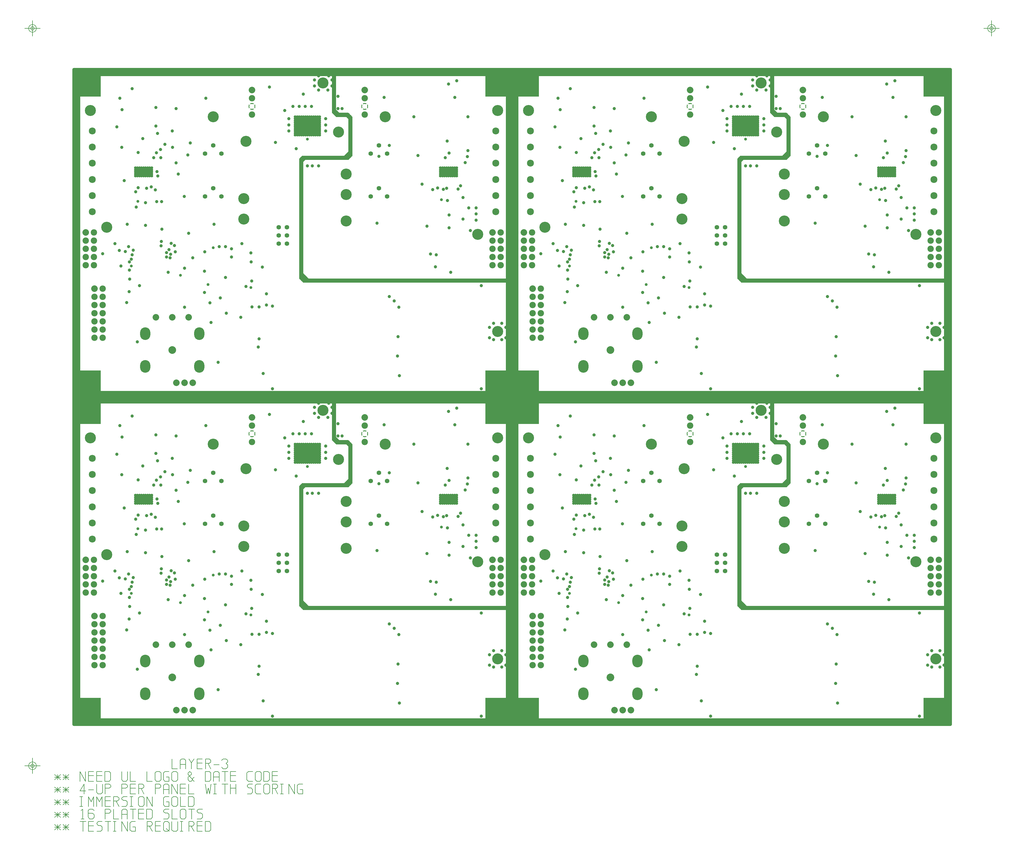
<source format=gbr>
*%FSLAX24Y24*%
%MOIN*%
%IPPOS*%
%ADD10C,0.2X0.158*%
%ADD11C,0.024*%
%ADD12C,0.063*%
%ADD13R,0.063X0.063*%
%ADD14C,0.07*%
%ADD15R,0.07X0.07*%
%ADD16C,0.12*%
%ADD17R,0.0374X0.0516*%
%ADD18C,0.08*%
%ADD19R,0.0516X0.0374*%
%ADD20R,0.0406X0.0744*%
%ADD21R,0.028X0.0146*%
%ADD22R,0.076X0.0189*%
%ADD23C,0.02*%
%ADD24R,0.0839X0.0303*%
%ADD25R,0.2165X0.1142*%
%ADD26R,0.0158X0.0575*%
%ADD27R,0.026X0.0516*%
%ADD28R,0.1638X0.0835*%
%ADD29O,0.11X0.141*%
%ADD30C,0.062*%
%ADD31R,0.0476X0.0697*%
%ADD32C,0.074X0.066*%
%ADD33R,0.0516X0.026*%
%ADD34R,0.0594X0.0161*%
%ADD35C,0.04*%
%ADD36R,0.0516X0.0161*%
%ADD37R,0.0299X0.0535*%
%ADD38R,0.0535X0.0299*%
%ADD39R,0.0303X0.0362*%
%ADD40R,0.061X0.1382*%
%ADD41R,0.0402X0.0406*%
%ADD42R,0.083X0.079*%
%ADD43R,0.016X0.053*%
%ADD44R,0.063X0.075*%
%ADD45R,0.3555X0.3173*%
%ADD46R,0.0362X0.0697*%
%ADD47C,0.01*%
%ADD48C,0.02*%
%ADD49C,0.03*%
%ADD50C,0.05*%
%ADD51C,0.015*%
%ADD52C,0.025*%
%ADD53C,0.016*%
%ADD54C,0.018*%
%ADD55C,0.075*%
%ADD56C,0.1*%
%ADD57C,0.007*%
%ADD58C,0.008*%
%ADD59C,0.039*%
%ADD60C,0.22*%
%ADD61C,0.036*%
%AMD62*
1,1,0.09,0.0,0.0*
1,0,0.07,0.0,0.0*
20,0,0.015,0.0337,-0.0337,-0.0337,0.0337,0.0*
20,0,0.015,-0.0337,-0.0337,0.0337,0.0337,0.0*%
%ADD62D62*%
G04:---LTIenv:A062:5,0.09,0.015,0.07,4,45.0 *
%ADD63C,0.04*%
%AMD64*
1,1,0.082,0.0,0.0*
1,0,0.062,0.0,0.0*
20,0,0.015,0.0308,-0.0308,-0.0308,0.0308,0.0*
20,0,0.015,-0.0308,-0.0308,0.0308,0.0308,0.0*%
%ADD64D64*%
G04:---LTIenv:A064:5,0.082,0.015,0.062,4,45.0 *
%ADD65C,0.15*%
%ADD66C,0.05*%
%ADD67R,0.25X0.25*%
%ADD68C,0.1*%
%AMD69*
1,1,0.1,0.0,0.0*
1,0,0.0875,0.0,0.0*
1,1,0.05,0.0,0.0*
1,0,0.0375,0.0,0.0*
20,1,0.0062,0.0,-0.0969,0.0,0.0969,0.0*
20,1,0.0062,-0.0969,0.0,0.0969,0.0,0.0*%
%ADD69D69*%
G04:---LTIenv:A069:6,0.2,6 *
%ADD100C,0.04*%
%ADD101C,0.062*%
%ADD104C,0.02*%
%ADD105C,0.01*%
%ADD106C,0.02*%
%ADD107C,0.03*%
%ADD108C,0.05*%
%ADD109C,0.1*%
%ADD110C,0.026*%
%ADD117C,0.026*%
%ADD118R,0.042X0.076*%
%ADD119R,0.362X0.323*%
%ADD120C,0.08*%
%ADD121C,0.056*%
%ADD122C,0.085*%
%ADD123C,0.078*%
%ADD124C,0.094*%
%AMD125*
1,1,0.084,0.0,0.0*
1,0,0.064,0.0,0.0*
20,0,0.015,0.0315,-0.0315,-0.0315,0.0315,0.0*
20,0,0.015,-0.0315,-0.0315,0.0315,0.0315,0.0*%
%ADD125D125*%
G04:---LTIenv:A125:5,0.084,0.015,0.064,4,45.0 *
%ADD126O,0.125X0.154*%
%ADD127R,0.069X0.081*%
%ADD128C,0.135*%
%ADD131C,0.068*%
%ADD132C,0.046*%
%ADD135C,0.126*%
%ADD136R,0.076X0.076*%
%ADD137C,0.076*%
%ADD138R,0.069X0.069*%
%ADD139C,0.069*%
%ADD140C,0.03*%
%ADD141C,0.206*%
%ADD142R,0.02X0.057*%
%ADD143R,0.089X0.085*%
%ADD144R,0.046X0.047*%
%ADD145R,0.067X0.144*%
%ADD146R,0.036X0.042*%
%ADD147R,0.06X0.036*%
%ADD148R,0.036X0.06*%
%ADD149R,0.056X0.02*%
%ADD150C,0.046*%
%ADD151R,0.063X0.02*%
%ADD152R,0.058X0.032*%
%ADD153C,0.08*%
%ADD154R,0.054X0.076*%
%ADD155C,0.068*%
%ADD156O,0.116X0.147*%
%ADD157R,0.17X0.09*%
%ADD158R,0.032X0.058*%
%ADD159R,0.02X0.062*%
%ADD160R,0.223X0.12*%
%ADD161R,0.087X0.0325*%
%ADD162R,0.078X0.02*%
%ADD163R,0.034X0.021*%
%ADD164R,0.047X0.08*%
%ADD165R,0.058X0.043*%
%ADD166C,0.086*%
%ADD167R,0.043X0.058*%
%ADD168C,0.126*%
%ADD169R,0.076X0.076*%
%ADD170C,0.076*%
%ADD171R,0.069X0.069*%
%ADD172C,0.069*%
%ADD173C,0.03*%
%ADD174C,0.206*%
%ADD200C,0.002*%
%ADD901C,0.01*%
G04:---LTIenv:A901:15,0.01,1 *
%ADD902C,0.013*%
G04:---LTIenv:A902:15,0.013,2 *
%ADD903C,0.028*%
G04:---LTIenv:A903:15,0.028,3 *
%ADD904C,0.042*%
G04:---LTIenv:A904:15,0.042,4 *
%ADD905C,0.044*%
G04:---LTIenv:A905:15,0.044,5 *
%ADD906C,0.05*%
G04:---LTIenv:A906:15,0.05,6 *
%ADD907C,0.067*%
G04:---LTIenv:A907:15,0.067,7 *
%ADD908C,0.064*%
G04:---LTIenv:A908:15,0.064,8 *
%ADD909C,0.156*%
G04:---LTIenv:A909:15,0.156,9 *
%ADD910C,0.07*%
G04:---LTIenv:A910:15,0.07,10 *
%ADD911C,0.125*%
G04:---LTIenv:A911:15,0.125,11 *

%LPD*%
D58*X151Y-3615D2*X869Y-4266D1*X151D2*X869Y-3615D1*X151Y-3945D2*X869D1*X510Y-4266D2*Y-3615D1*X1172D2*X1890Y-4266D1*X1172D2*X1890Y-3615D1*X1172Y-3945D2*X1890D1*X1531Y-4266D2*Y-3615D1*X3931Y-3246D2*Y-4446D1*X3241Y-3246*Y-4446*X4271Y-3756D2*X4932D1*Y-3246D2*X4271D1*Y-4446*X4932*X5291Y-3756D2*X5953D1*Y-3246D2*X5291D1*Y-4446*X5953*X6803D2*X6983Y-4266D1*Y-3435*X6803Y-3246*X6293*Y-4446*X6803*X9061Y-3246D2*Y-4266D1*X8882Y-4446*X8523*X8343Y-4266*Y-3246*X10035Y-4446D2*X9383D1*Y-3246*X12076Y-4446D2*X11424D1*Y-3246*X12416Y-3435D2*Y-4266D1*X12595Y-4446*X12954*X13134Y-4266*Y-3435*X12954Y-3246*X12595*X12416Y-3435*X13776Y-3907D2*X14107D1*Y-4446*X13625*X13446Y-4266*Y-3435*X13625Y-3246*X14107*X14457Y-3435D2*Y-4266D1*X14636Y-4446*X14995*X15175Y-4266*Y-3435*X14995Y-3246*X14636*X14457Y-3435*X17169Y-4446D2*X16450Y-3615D1*Y-3435*X16649Y-3246*X16838Y-3435*Y-3615*X16450Y-3907*Y-4266*X16630Y-4446*X16809*X16989Y-4304*Y-4125*X17169Y-3945*X19049Y-4446D2*X19228Y-4266D1*Y-3435*X19049Y-3246*X18539*Y-4446*X19049*X19559Y-3907D2*X20249D1*Y-4446D2*Y-3435D1*X20069Y-3246*X19739*X19559Y-3435*Y-4446*X20957D2*Y-3246D1*X20598D2*X21317D1*X21619Y-3756D2*X22280D1*Y-3246D2*X21619D1*Y-4446*X22280*X24340D2*X23802D1*X23622Y-4266*Y-3435*X23802Y-3246*X24340*X24661Y-3435D2*Y-4266D1*X24841Y-4446*X25200*X25380Y-4266*Y-3435*X25200Y-3246*X24841*X24661Y-3435*X26192Y-4446D2*X26372Y-4266D1*Y-3435*X26192Y-3246*X25682*Y-4446*X26192*X26721Y-3756D2*X27383D1*Y-3246D2*X26721D1*Y-4446*X27383*X151Y-5145D2*X869Y-5797D1*X151D2*X869Y-5145D1*X151Y-5476D2*X869D1*X510Y-5797D2*Y-5145D1*X1172D2*X1890Y-5797D1*X1172D2*X1890Y-5145D1*X1172Y-5476D2*X1890D1*X1531Y-5797D2*Y-5145D1*X3940Y-5618D2*X3250D1*X3761Y-4777*Y-5977*X4271Y-5476D2*X4932D1*X6000Y-4777D2*Y-5797D1*X5820Y-5977*X5461*X5282Y-5797*Y-4777*X6312Y-5287D2*X6822D1*X7002Y-5107*Y-4966*X6822Y-4777*X6312*Y-5977*X8353Y-5287D2*X8863D1*X9043Y-5107*Y-4966*X8863Y-4777*X8353*Y-5977*X9373Y-5287D2*X10035D1*Y-4777D2*X9373D1*Y-5977*X10035*X10706Y-5325D2*X11065Y-5977D1*X10413Y-5325D2*X10885D1*X11065Y-5145*Y-4966*X10885Y-4777*X10413*Y-5977*X12435Y-5287D2*X12945D1*X13124Y-5107*Y-4966*X12945Y-4777*X12435*Y-5977*X13436Y-5438D2*X14126D1*Y-5977D2*Y-4966D1*X13946Y-4777*X13616*X13436Y-4966*Y-5977*X15156Y-4777D2*Y-5977D1*X14466Y-4777*Y-5977*X15496Y-5287D2*X16157D1*Y-4777D2*X15496D1*Y-5977*X16157*X17178D2*X16526D1*Y-4777*X19247D2*X19096Y-5977D1*X18917Y-5259*X18737Y-5977*X18557Y-4777*X19550Y-5977D2*X19909D1*X19729D2*Y-4777D1*X19550D2*X19909D1*X20957Y-5977D2*Y-4777D1*X20598D2*X21317D1*X21600Y-5287D2*X22290D1*Y-5977D2*Y-4777D1*X21600Y-5977D2*Y-4777D1*X23669Y-5977D2*X24151D1*X24331Y-5797*Y-5438*X24151Y-5259*X23849*X23669Y-5079*Y-4966*X23849Y-4777*X24331*X25361Y-5977D2*X24822D1*X24643Y-5797*Y-4966*X24822Y-4777*X25361*X25682Y-4966D2*Y-5797D1*X25861Y-5977*X26220*X26400Y-5797*Y-4966*X26220Y-4777*X25861*X25682Y-4966*X27033Y-5325D2*X27392Y-5977D1*X26740Y-5325D2*X27213D1*X27392Y-5145*Y-4966*X27213Y-4777*X26740*Y-5977*X27713D2*X28072D1*X27893D2*Y-4777D1*X27713D2*X28072D1*X29443D2*Y-5977D1*X28753Y-4777*Y-5977*X30104Y-5438D2*X30435D1*Y-5977*X29953*X29773Y-5797*Y-4966*X29953Y-4777*X30435*X151Y-6676D2*X869Y-7328D1*X151D2*X869Y-6676D1*X151Y-7007D2*X869D1*X510Y-7328D2*Y-6676D1*X1172D2*X1890Y-7328D1*X1172D2*X1890Y-6676D1*X1172Y-7007D2*X1890D1*X1531Y-7328D2*Y-6676D1*X3222Y-7507D2*X3581D1*X3402D2*Y-6307D1*X3222D2*X3581D1*X4932Y-7507D2*Y-6307D1*X4602Y-6969*X4271Y-6307*Y-7507*X5953D2*Y-6307D1*X5622Y-6969*X5291Y-6307*Y-7507*X6312Y-6818D2*X6973D1*Y-6307D2*X6312D1*Y-7507*X6973*X7644Y-6855D2*X8003Y-7507D1*X7351Y-6855D2*X7824D1*X8003Y-6676*Y-6496*X7824Y-6307*X7351*Y-7507*X8362D2*X8844D1*X9024Y-7328*Y-6969*X8844Y-6789*X8542*X8362Y-6610*Y-6496*X8542Y-6307*X9024*X9345Y-7507D2*X9704D1*X9524D2*Y-6307D1*X9345D2*X9704D1*X10375Y-6496D2*Y-7328D1*X10554Y-7507*X10913*X11093Y-7328*Y-6496*X10913Y-6307*X10554*X10375Y-6496*X12094Y-6307D2*Y-7507D1*X11405Y-6307*Y-7507*X13776Y-6969D2*X14107D1*Y-7507*X13625*X13446Y-7328*Y-6496*X13625Y-6307*X14107*X14457Y-6496D2*Y-7328D1*X14636Y-7507*X14995*X15175Y-7328*Y-6496*X14995Y-6307*X14636*X14457Y-6496*X16157Y-7507D2*X15506D1*Y-6307*X17008Y-7507D2*X17187Y-7328D1*Y-6496*X17008Y-6307*X16498*Y-7507*X17008*X151Y-8207D2*X869Y-8859D1*X151D2*X869Y-8207D1*X151Y-8537D2*X869D1*X510Y-8859D2*Y-8207D1*X1172D2*X1890Y-8859D1*X1172D2*X1890Y-8207D1*X1172Y-8537D2*X1890D1*X1531Y-8859D2*Y-8207D1*X3392Y-9038D2*X3751D1*X3572D2*Y-7838D1*X3392Y-8027*X4252Y-8348D2*X4791D1*X4970Y-8537*Y-8859*X4791Y-9038*X4431*X4252Y-8802*Y-8027*X4431Y-7838*X4791*X4970Y-8027*X6312Y-8348D2*X6822D1*X7002Y-8169*Y-8027*X6822Y-7838*X6312*Y-9038*X7994D2*X7342D1*Y-7838*X8334Y-8500D2*X9024D1*Y-9038D2*Y-8027D1*X8844Y-7838*X8513*X8334Y-8027*Y-9038*X9732D2*Y-7838D1*X9373D2*X10091D1*X10394Y-8348D2*X11055D1*Y-7838D2*X10394D1*Y-9038*X11055*X11906D2*X12085Y-8859D1*Y-8027*X11906Y-7838*X11395*Y-9038*X11906*X13465D2*X13946D1*X14126Y-8859*Y-8500*X13946Y-8320*X13644*X13465Y-8140*Y-8027*X13644Y-7838*X14126*X15137Y-9038D2*X14485D1*Y-7838*X15477Y-8027D2*Y-8859D1*X15657Y-9038*X16016*X16195Y-8859*Y-8027*X16016Y-7838*X15657*X15477Y-8027*X16876Y-9038D2*Y-7838D1*X16517D2*X17235D1*X17546Y-9038D2*X18028D1*X18208Y-8859*Y-8500*X18028Y-8320*X17726*X17546Y-8140*Y-8027*X17726Y-7838*X18208*X151Y-9737D2*X869Y-10389D1*X151D2*X869Y-9737D1*X151Y-10068D2*X869D1*X510Y-10389D2*Y-9737D1*X1172D2*X1890Y-10389D1*X1172D2*X1890Y-9737D1*X1172Y-10068D2*X1890D1*X1531Y-10389D2*Y-9737D1*X3609Y-10569D2*Y-9369D1*X3250D2*X3969D1*X4271Y-9879D2*X4932D1*Y-9369D2*X4271D1*Y-10569*X4932*X5301D2*X5783D1*X5962Y-10389*Y-10030*X5783Y-9851*X5480*X5301Y-9671*Y-9558*X5480Y-9369*X5962*X6671Y-10569D2*Y-9369D1*X6312D2*X7030D1*X7304Y-10569D2*X7663D1*X7483D2*Y-9369D1*X7304D2*X7663D1*X9033D2*Y-10569D1*X8343Y-9369*Y-10569*X9694Y-10030D2*X10025D1*Y-10569*X9543*X9364Y-10389*Y-9558*X9543Y-9369*X10025*X11726Y-9917D2*X12085Y-10569D1*X11433Y-9917D2*X11906D1*X12085Y-9737*Y-9558*X11906Y-9369*X11433*Y-10569*X12435Y-9879D2*X13096D1*Y-9369D2*X12435D1*Y-10569*X13096*X13776Y-10210D2*X14135Y-10569D1*X13625Y-9369D2*X13446Y-9558D1*Y-10389*X13625Y-10569*X13956*X14135Y-10389*Y-9558*X13956Y-9369*X13625*X15184D2*Y-10389D1*X15005Y-10569*X14646*X14466Y-10389*Y-9369*X15468Y-10569D2*X15827D1*X15647D2*Y-9369D1*X15468D2*X15827D1*X16828Y-9917D2*X17187Y-10569D1*X16535Y-9917D2*X17008D1*X17187Y-9737*Y-9558*X17008Y-9369*X16535*Y-10569*X17537Y-9879D2*X18198D1*Y-9369D2*X17537D1*Y-10569*X18198*X19049D2*X19228Y-10389D1*Y-9558*X19049Y-9369*X18539*Y-10569*X19049*X15136Y-2915D2*X14484D1*Y-1715*X15477Y-2376D2*X16166D1*Y-2915D2*Y-1904D1*X15987Y-1715*X15656*X15477Y-1904*Y-2915*X16535Y-1715D2*X16866Y-2197D1*X17196Y-1715*X16866Y-2915D2*Y-2197D1*X17536Y-2225D2*X18198D1*Y-1715D2*X17536D1*Y-2915*X18198*X18869Y-2263D2*X19228Y-2915D1*X18576Y-2263D2*X19048D1*X19228Y-2084*Y-1904*X19048Y-1715*X18576*Y-2915*X19577Y-2414D2*X20239D1*X20541Y-2735D2*X20721Y-2915D1*X21089*X21269Y-2735*Y-2443*X21089Y-2263*X21269Y-2084*Y-1904*X21089Y-1715*X20721*X20541Y-1904*D63*X2500Y82500D2*Y42500D1*X56000*Y82500*X2500*X109500Y42500D2*Y82500D1*X56000*Y2500D2*X109500D1*Y42500*X56000*X2500D2*Y2500D1*X56000*Y42500*D200*X2410D2*X56090D1*X2410Y42482D2*X56090D1*X2410Y42464D2*X56090D1*X2410Y42446D2*X56090D1*X2410Y42428D2*X56090D1*X2410Y82586D2*X56090D1*X2410Y82568D2*X56090D1*X2410Y82550D2*X56090D1*X2410Y82532D2*X56090D1*X2410Y82514D2*X56090D1*X2410Y82496D2*X56090D1*X2410Y82478D2*X56090D1*X2410Y82460D2*X56090D1*X2410Y82442D2*X56090D1*X2410Y82424D2*X56090D1*X2410Y82406D2*X56090D1*X2410Y82388D2*X56090D1*X2410Y82370D2*X56090D1*X2410Y82352D2*X56090D1*X2410Y82334D2*X56090D1*X2410Y82316D2*X56090D1*X2410Y82298D2*X56090D1*X2410Y82280D2*X56090D1*X2410Y82262D2*X56090D1*X2410Y82244D2*X56090D1*X2410Y82226D2*X56090D1*X2410Y82208D2*X56090D1*X2410Y82190D2*X56090D1*X2410Y82172D2*X56090D1*X2410Y82154D2*X56090D1*X2410Y82136D2*X56090D1*X2410Y82118D2*X56090D1*X2410Y82100D2*X56090D1*X2410Y82082D2*X56090D1*X2410Y82064D2*X56090D1*X2410Y82046D2*X56090D1*X2410Y82028D2*X56090D1*X2410Y82010D2*X56090D1*X2410Y81992D2*X56090D1*X2410Y81974D2*X56090D1*X2410Y81956D2*X56090D1*X2410Y81938D2*X56090D1*X2410Y81920D2*X56090D1*X2410Y81902D2*X56090D1*X2410Y81884D2*X56090D1*X2410Y81866D2*X56090D1*X2410Y81848D2*X56090D1*X2410Y81830D2*X56090D1*X2410Y81812D2*X56090D1*X2410Y81794D2*X56090D1*X2410Y81776D2*X56090D1*X2410Y43238D2*X56090D1*X2410Y43220D2*X56090D1*X2410Y43202D2*X56090D1*X2410Y43184D2*X56090D1*X2410Y43166D2*X56090D1*X2410Y43148D2*X56090D1*X2410Y43130D2*X56090D1*X2410Y43112D2*X56090D1*X2410Y43094D2*X56090D1*X2410Y43076D2*X56090D1*X2410Y43058D2*X56090D1*X2410Y43040D2*X56090D1*X2410Y43022D2*X56090D1*X2410Y43004D2*X56090D1*X2410Y42986D2*X56090D1*X2410Y42968D2*X56090D1*X2410Y42950D2*X56090D1*X2410Y42932D2*X56090D1*X2410Y42914D2*X56090D1*X2410Y42896D2*X56090D1*X2410Y42878D2*X56090D1*X2410Y42860D2*X56090D1*X2410Y42842D2*X56090D1*X2410Y42824D2*X56090D1*X2410Y42806D2*X56090D1*X2410Y42788D2*X56090D1*X2410Y42770D2*X56090D1*X2410Y42752D2*X56090D1*X2410Y42734D2*X56090D1*X2410Y42716D2*X56090D1*X2410Y42698D2*X56090D1*X2410Y42680D2*X56090D1*X2410Y42662D2*X56090D1*X2410Y42644D2*X56090D1*X2410Y42626D2*X56090D1*X2410Y42608D2*X56090D1*X2410Y42590D2*X56090D1*X2410Y42572D2*X56090D1*X2410Y42554D2*X56090D1*X2410Y42536D2*X56090D1*X2410Y42518D2*X56090D1*X52756Y81758D2*X56090D1*X52760Y81740D2*X56090D1*X52760Y81722D2*X56090D1*X52760Y81704D2*X56090D1*X52760Y81686D2*X56090D1*X52760Y81668D2*X56090D1*X52760Y81650D2*X56090D1*X52760Y81632D2*X56090D1*X52760Y81614D2*X56090D1*X52760Y81596D2*X56090D1*X52760Y81578D2*X56090D1*X52760Y81560D2*X56090D1*X52760Y81542D2*X56090D1*X52760Y81524D2*X56090D1*X52760Y81506D2*X56090D1*X52760Y81488D2*X56090D1*X52760Y81470D2*X56090D1*X52760Y81452D2*X56090D1*X52760Y81434D2*X56090D1*X52760Y81416D2*X56090D1*X52760Y81398D2*X56090D1*X52760Y81380D2*X56090D1*X52760Y81362D2*X56090D1*X52760Y81344D2*X56090D1*X52760Y81326D2*X56090D1*X52760Y81308D2*X56090D1*X52760Y81290D2*X56090D1*X52760Y81272D2*X56090D1*X52760Y81254D2*X56090D1*X52760Y81236D2*X56090D1*X52760Y81218D2*X56090D1*X52760Y81200D2*X56090D1*X52760Y81182D2*X56090D1*X52760Y81164D2*X56090D1*X52760Y81146D2*X56090D1*X52760Y81128D2*X56090D1*X52760Y81110D2*X56090D1*X52760Y81092D2*X56090D1*X52760Y81074D2*X56090D1*X52760Y81056D2*X56090D1*X52760Y81038D2*X56090D1*X52760Y81020D2*X56090D1*X52760Y81002D2*X56090D1*X52760Y80984D2*X56090D1*X52760Y80966D2*X56090D1*X52760Y80948D2*X56090D1*X52760Y80930D2*X56090D1*X52760Y80912D2*X56090D1*X52760Y80894D2*X56090D1*X52760Y80876D2*X56090D1*X52760Y80858D2*X56090D1*X52760Y80840D2*X56090D1*X52760Y80822D2*X56090D1*X52760Y80804D2*X56090D1*X52760Y80786D2*X56090D1*X52760Y80768D2*X56090D1*X52760Y80750D2*X56090D1*X52760Y80732D2*X56090D1*X52760Y80714D2*X56090D1*X52760Y80696D2*X56090D1*X52760Y80678D2*X56090D1*X52760Y80660D2*X56090D1*X52760Y80642D2*X56090D1*X52760Y80624D2*X56090D1*X52760Y80606D2*X56090D1*X52760Y80588D2*X56090D1*X52760Y80570D2*X56090D1*X52760Y80552D2*X56090D1*X52760Y80534D2*X56090D1*X52760Y80516D2*X56090D1*X52760Y80498D2*X56090D1*X52760Y80480D2*X56090D1*X52760Y80462D2*X56090D1*X52760Y80444D2*X56090D1*X52760Y80426D2*X56090D1*X52760Y80408D2*X56090D1*X52760Y80390D2*X56090D1*X52760Y80372D2*X56090D1*X52760Y80354D2*X56090D1*X52760Y80336D2*X56090D1*X52760Y80318D2*X56090D1*X52760Y80300D2*X56090D1*X52760Y80282D2*X56090D1*X52760Y80264D2*X56090D1*X52760Y80246D2*X56090D1*X52760Y80228D2*X56090D1*X52760Y80210D2*X56090D1*X52760Y80192D2*X56090D1*X52760Y80174D2*X56090D1*X52760Y80156D2*X56090D1*X52760Y80138D2*X56090D1*X52760Y80120D2*X56090D1*X52760Y80102D2*X56090D1*X52760Y80084D2*X56090D1*X52760Y80066D2*X56090D1*X52760Y80048D2*X56090D1*X52760Y80030D2*X56090D1*X52760Y80012D2*X56090D1*X52760Y79994D2*X56090D1*X52760Y79976D2*X56090D1*X52760Y79958D2*X56090D1*X52760Y79940D2*X56090D1*X52760Y79922D2*X56090D1*X52760Y79904D2*X56090D1*X52760Y79886D2*X56090D1*X52760Y79868D2*X56090D1*X52760Y79850D2*X56090D1*X52760Y79832D2*X56090D1*X52760Y79814D2*X56090D1*X52760Y79796D2*X56090D1*X52760Y79778D2*X56090D1*X52760Y79760D2*X56090D1*X52760Y79742D2*X56090D1*X52760Y79724D2*X56090D1*X52760Y79706D2*X56090D1*X52760Y79688D2*X56090D1*X52760Y79670D2*X56090D1*X52760Y79652D2*X56090D1*X52760Y79634D2*X56090D1*X52760Y79616D2*X56090D1*X52760Y79598D2*X56090D1*X52760Y79580D2*X56090D1*X52760Y79562D2*X56090D1*X52760Y79544D2*X56090D1*X52760Y79526D2*X56090D1*X52760Y79508D2*X56090D1*X52760Y79490D2*X56090D1*X52760Y79472D2*X56090D1*X52760Y79454D2*X56090D1*X52760Y79436D2*X56090D1*X52760Y79418D2*X56090D1*X52760Y79400D2*X56090D1*X52760Y79382D2*X56090D1*X52760Y79364D2*X56090D1*X52760Y79346D2*X56090D1*X52760Y79328D2*X56090D1*X52760Y79310D2*X56090D1*X52760Y79292D2*X56090D1*X52760Y79274D2*X56090D1*X55258Y79256D2*X56090D1*X55260Y79238D2*X56090D1*X55260Y79220D2*X56090D1*X55260Y79202D2*X56090D1*X55260Y79184D2*X56090D1*X55260Y79166D2*X56090D1*X55260Y79148D2*X56090D1*X55260Y79130D2*X56090D1*X55260Y79112D2*X56090D1*X55260Y79094D2*X56090D1*X55260Y79076D2*X56090D1*X55260Y79058D2*X56090D1*X55260Y79040D2*X56090D1*X55260Y79022D2*X56090D1*X55260Y79004D2*X56090D1*X55260Y78986D2*X56090D1*X55260Y78968D2*X56090D1*X55260Y78950D2*X56090D1*X55260Y78932D2*X56090D1*X55260Y78914D2*X56090D1*X55260Y78896D2*X56090D1*X55260Y78878D2*X56090D1*X55260Y78860D2*X56090D1*X55260Y78842D2*X56090D1*X55260Y78824D2*X56090D1*X55260Y78806D2*X56090D1*X55260Y78788D2*X56090D1*X55260Y78770D2*X56090D1*X55260Y78752D2*X56090D1*X55260Y78734D2*X56090D1*X55260Y78716D2*X56090D1*X55260Y78698D2*X56090D1*X55260Y78680D2*X56090D1*X55260Y78662D2*X56090D1*X55260Y78644D2*X56090D1*X55260Y78626D2*X56090D1*X55260Y78608D2*X56090D1*X55260Y78590D2*X56090D1*X55260Y78572D2*X56090D1*X55260Y78554D2*X56090D1*X55260Y78536D2*X56090D1*X55260Y78518D2*X56090D1*X55260Y78500D2*X56090D1*X55260Y78482D2*X56090D1*X55260Y78464D2*X56090D1*X55260Y78446D2*X56090D1*X55260Y78428D2*X56090D1*X55260Y78410D2*X56090D1*X55260Y78392D2*X56090D1*X55260Y78374D2*X56090D1*X55260Y78356D2*X56090D1*X55260Y78338D2*X56090D1*X55260Y78320D2*X56090D1*X55260Y78302D2*X56090D1*X55260Y78284D2*X56090D1*X55260Y78266D2*X56090D1*X55260Y78248D2*X56090D1*X55260Y78230D2*X56090D1*X55260Y78212D2*X56090D1*X55260Y78194D2*X56090D1*X55260Y78176D2*X56090D1*X55260Y78158D2*X56090D1*X55260Y78140D2*X56090D1*X55260Y78122D2*X56090D1*X55260Y78104D2*X56090D1*X55260Y78086D2*X56090D1*X55260Y78068D2*X56090D1*X55260Y78050D2*X56090D1*X55260Y78032D2*X56090D1*X55260Y78014D2*X56090D1*X55260Y77996D2*X56090D1*X55260Y77978D2*X56090D1*X55260Y77960D2*X56090D1*X55260Y77942D2*X56090D1*X55260Y77924D2*X56090D1*X55260Y77906D2*X56090D1*X55260Y77888D2*X56090D1*X55260Y77870D2*X56090D1*X55260Y77852D2*X56090D1*X55260Y77834D2*X56090D1*X55260Y77816D2*X56090D1*X55260Y77798D2*X56090D1*X55260Y77780D2*X56090D1*X55260Y77762D2*X56090D1*X55260Y77744D2*X56090D1*X55260Y77726D2*X56090D1*X55260Y77708D2*X56090D1*X55260Y77690D2*X56090D1*X55260Y77672D2*X56090D1*X55260Y77654D2*X56090D1*X55260Y77636D2*X56090D1*X55260Y77618D2*X56090D1*X55260Y77600D2*X56090D1*X55260Y77582D2*X56090D1*X55260Y77564D2*X56090D1*X55260Y77546D2*X56090D1*X55260Y77528D2*X56090D1*X55260Y77510D2*X56090D1*X55260Y77492D2*X56090D1*X55260Y77474D2*X56090D1*X55260Y77456D2*X56090D1*X55260Y77438D2*X56090D1*X55260Y77420D2*X56090D1*X55260Y77402D2*X56090D1*X55260Y77384D2*X56090D1*X55260Y77366D2*X56090D1*X55260Y77348D2*X56090D1*X55260Y77330D2*X56090D1*X55260Y77312D2*X56090D1*X55260Y77294D2*X56090D1*X55260Y77276D2*X56090D1*X55260Y77258D2*X56090D1*X55260Y77240D2*X56090D1*X55260Y77222D2*X56090D1*X55260Y77204D2*X56090D1*X55260Y77186D2*X56090D1*X55260Y77168D2*X56090D1*X55260Y77150D2*X56090D1*X55260Y77132D2*X56090D1*X55260Y77114D2*X56090D1*X55260Y77096D2*X56090D1*X55260Y77078D2*X56090D1*X55260Y77060D2*X56090D1*X55260Y77042D2*X56090D1*X55260Y77024D2*X56090D1*X55260Y77006D2*X56090D1*X55260Y76988D2*X56090D1*X55260Y76970D2*X56090D1*X55260Y76952D2*X56090D1*X55260Y76934D2*X56090D1*X55260Y76916D2*X56090D1*X55260Y76898D2*X56090D1*X55260Y76880D2*X56090D1*X55260Y76862D2*X56090D1*X55260Y76844D2*X56090D1*X55260Y76826D2*X56090D1*X55260Y76808D2*X56090D1*X55260Y76790D2*X56090D1*X55260Y76772D2*X56090D1*X55260Y76754D2*X56090D1*X55260Y76736D2*X56090D1*X55260Y76718D2*X56090D1*X55260Y76700D2*X56090D1*X55260Y76682D2*X56090D1*X55260Y76664D2*X56090D1*X55260Y76646D2*X56090D1*X55260Y76628D2*X56090D1*X55260Y76610D2*X56090D1*X55260Y76592D2*X56090D1*X55260Y76574D2*X56090D1*X55260Y76556D2*X56090D1*X55260Y76538D2*X56090D1*X55260Y76520D2*X56090D1*X55260Y76502D2*X56090D1*X55260Y76484D2*X56090D1*X55260Y76466D2*X56090D1*X55260Y76448D2*X56090D1*X55260Y76430D2*X56090D1*X55260Y76412D2*X56090D1*X55260Y76394D2*X56090D1*X55260Y76376D2*X56090D1*X55260Y76358D2*X56090D1*X55260Y76340D2*X56090D1*X55260Y76322D2*X56090D1*X55260Y76304D2*X56090D1*X55260Y76286D2*X56090D1*X55260Y76268D2*X56090D1*X55260Y76250D2*X56090D1*X55260Y76232D2*X56090D1*X55260Y76214D2*X56090D1*X55260Y76196D2*X56090D1*X55260Y76178D2*X56090D1*X55260Y76160D2*X56090D1*X55260Y76142D2*X56090D1*X55260Y76124D2*X56090D1*X55260Y76106D2*X56090D1*X55260Y76088D2*X56090D1*X55260Y76070D2*X56090D1*X55260Y76052D2*X56090D1*X55260Y76034D2*X56090D1*X55260Y76016D2*X56090D1*X55260Y75998D2*X56090D1*X55260Y75980D2*X56090D1*X55260Y75962D2*X56090D1*X55260Y75944D2*X56090D1*X55260Y75926D2*X56090D1*X55260Y75908D2*X56090D1*X55260Y75890D2*X56090D1*X55260Y75872D2*X56090D1*X55260Y75854D2*X56090D1*X55260Y75836D2*X56090D1*X55260Y75818D2*X56090D1*X55260Y75800D2*X56090D1*X55260Y75782D2*X56090D1*X55260Y75764D2*X56090D1*X55260Y75746D2*X56090D1*X55260Y75728D2*X56090D1*X55260Y75710D2*X56090D1*X55260Y75692D2*X56090D1*X55260Y75674D2*X56090D1*X55260Y75656D2*X56090D1*X55260Y75638D2*X56090D1*X55260Y75620D2*X56090D1*X55260Y75602D2*X56090D1*X55260Y75584D2*X56090D1*X55260Y75566D2*X56090D1*X55260Y75548D2*X56090D1*X55260Y75530D2*X56090D1*X55260Y75512D2*X56090D1*X55260Y75494D2*X56090D1*X55260Y75476D2*X56090D1*X55260Y75458D2*X56090D1*X55260Y75440D2*X56090D1*X55260Y75422D2*X56090D1*X55260Y75404D2*X56090D1*X55260Y75386D2*X56090D1*X55260Y75368D2*X56090D1*X55260Y75350D2*X56090D1*X55260Y75332D2*X56090D1*X55260Y75314D2*X56090D1*X55260Y75296D2*X56090D1*X55260Y75278D2*X56090D1*X55260Y75260D2*X56090D1*X55260Y75242D2*X56090D1*X55260Y75224D2*X56090D1*X55260Y75206D2*X56090D1*X55260Y75188D2*X56090D1*X55260Y75170D2*X56090D1*X55260Y75152D2*X56090D1*X55260Y75134D2*X56090D1*X55260Y75116D2*X56090D1*X55260Y75098D2*X56090D1*X55260Y75080D2*X56090D1*X55260Y75062D2*X56090D1*X55260Y75044D2*X56090D1*X55260Y75026D2*X56090D1*X55260Y75008D2*X56090D1*X55260Y74990D2*X56090D1*X55260Y74972D2*X56090D1*X55260Y74954D2*X56090D1*X55260Y74936D2*X56090D1*X55260Y74918D2*X56090D1*X55260Y74900D2*X56090D1*X55260Y74882D2*X56090D1*X55260Y74864D2*X56090D1*X55260Y74846D2*X56090D1*X55260Y74828D2*X56090D1*X55260Y74810D2*X56090D1*X55260Y74792D2*X56090D1*X55260Y74774D2*X56090D1*X55260Y74756D2*X56090D1*X55260Y74738D2*X56090D1*X55260Y74720D2*X56090D1*X55260Y74702D2*X56090D1*X55260Y74684D2*X56090D1*X55260Y74666D2*X56090D1*X55260Y74648D2*X56090D1*X55260Y74630D2*X56090D1*X55260Y74612D2*X56090D1*X55260Y74594D2*X56090D1*X55260Y74576D2*X56090D1*X55260Y74558D2*X56090D1*X55260Y74540D2*X56090D1*X55260Y74522D2*X56090D1*X55260Y74504D2*X56090D1*X55260Y74486D2*X56090D1*X55260Y74468D2*X56090D1*X55260Y74450D2*X56090D1*X55260Y74432D2*X56090D1*X55260Y74414D2*X56090D1*X55260Y74396D2*X56090D1*X55260Y74378D2*X56090D1*X55260Y74360D2*X56090D1*X55260Y74342D2*X56090D1*X55260Y74324D2*X56090D1*X55260Y74306D2*X56090D1*X55260Y74288D2*X56090D1*X55260Y74270D2*X56090D1*X55260Y74252D2*X56090D1*X55260Y74234D2*X56090D1*X55260Y74216D2*X56090D1*X55260Y74198D2*X56090D1*X55260Y74180D2*X56090D1*X55260Y74162D2*X56090D1*X55260Y74144D2*X56090D1*X55260Y74126D2*X56090D1*X55260Y74108D2*X56090D1*X55260Y74090D2*X56090D1*X55260Y74072D2*X56090D1*X55260Y74054D2*X56090D1*X55260Y74036D2*X56090D1*X55260Y74018D2*X56090D1*X55260Y74000D2*X56090D1*X55260Y73982D2*X56090D1*X55260Y73964D2*X56090D1*X55260Y73946D2*X56090D1*X55260Y73928D2*X56090D1*X55260Y73910D2*X56090D1*X55260Y73892D2*X56090D1*X55260Y73874D2*X56090D1*X55260Y73856D2*X56090D1*X55260Y73838D2*X56090D1*X55260Y73820D2*X56090D1*X55260Y73802D2*X56090D1*X55260Y73784D2*X56090D1*X55260Y73766D2*X56090D1*X55260Y73748D2*X56090D1*X55260Y73730D2*X56090D1*X55260Y73712D2*X56090D1*X55260Y73694D2*X56090D1*X55260Y73676D2*X56090D1*X55260Y73658D2*X56090D1*X55260Y73640D2*X56090D1*X55260Y73622D2*X56090D1*X55260Y73604D2*X56090D1*X55260Y73586D2*X56090D1*X55260Y73568D2*X56090D1*X55260Y73550D2*X56090D1*X55260Y73532D2*X56090D1*X55260Y73514D2*X56090D1*X55260Y73496D2*X56090D1*X55260Y73478D2*X56090D1*X55260Y73460D2*X56090D1*X55260Y73442D2*X56090D1*X55260Y73424D2*X56090D1*X55260Y73406D2*X56090D1*X55260Y73388D2*X56090D1*X55260Y73370D2*X56090D1*X55260Y73352D2*X56090D1*X55260Y73334D2*X56090D1*X55260Y73316D2*X56090D1*X55260Y73298D2*X56090D1*X55260Y73280D2*X56090D1*X55260Y73262D2*X56090D1*X55260Y73244D2*X56090D1*X55260Y73226D2*X56090D1*X55260Y73208D2*X56090D1*X55260Y73190D2*X56090D1*X55260Y73172D2*X56090D1*X55260Y73154D2*X56090D1*X55260Y73136D2*X56090D1*X55260Y73118D2*X56090D1*X55260Y73100D2*X56090D1*X55260Y73082D2*X56090D1*X55260Y73064D2*X56090D1*X55260Y73046D2*X56090D1*X55260Y73028D2*X56090D1*X55260Y73010D2*X56090D1*X55260Y72992D2*X56090D1*X55260Y72974D2*X56090D1*X55260Y72956D2*X56090D1*X55260Y72938D2*X56090D1*X55260Y72920D2*X56090D1*X55260Y72902D2*X56090D1*X55260Y72884D2*X56090D1*X55260Y72866D2*X56090D1*X55260Y72848D2*X56090D1*X55260Y72830D2*X56090D1*X55260Y72812D2*X56090D1*X55260Y72794D2*X56090D1*X55260Y72776D2*X56090D1*X55260Y72758D2*X56090D1*X55260Y72740D2*X56090D1*X55260Y72722D2*X56090D1*X55260Y72704D2*X56090D1*X55260Y72686D2*X56090D1*X55260Y72668D2*X56090D1*X55260Y72650D2*X56090D1*X55260Y72632D2*X56090D1*X55260Y72614D2*X56090D1*X55260Y72596D2*X56090D1*X55260Y72578D2*X56090D1*X55260Y72560D2*X56090D1*X55260Y72542D2*X56090D1*X55260Y72524D2*X56090D1*X55260Y72506D2*X56090D1*X55260Y72488D2*X56090D1*X55260Y72470D2*X56090D1*X55260Y72452D2*X56090D1*X55260Y72434D2*X56090D1*X55260Y72416D2*X56090D1*X55260Y72398D2*X56090D1*X55260Y72380D2*X56090D1*X55260Y72362D2*X56090D1*X55260Y72344D2*X56090D1*X55260Y72326D2*X56090D1*X55260Y72308D2*X56090D1*X55260Y72290D2*X56090D1*X55260Y72272D2*X56090D1*X55260Y72254D2*X56090D1*X55260Y72236D2*X56090D1*X55260Y72218D2*X56090D1*X55260Y72200D2*X56090D1*X55260Y72182D2*X56090D1*X55260Y72164D2*X56090D1*X55260Y72146D2*X56090D1*X55260Y72128D2*X56090D1*X55260Y72110D2*X56090D1*X55260Y72092D2*X56090D1*X55260Y72074D2*X56090D1*X55260Y72056D2*X56090D1*X55260Y72038D2*X56090D1*X55260Y72020D2*X56090D1*X55260Y72002D2*X56090D1*X55260Y71984D2*X56090D1*X55260Y71966D2*X56090D1*X55260Y71948D2*X56090D1*X55260Y71930D2*X56090D1*X55260Y71912D2*X56090D1*X55260Y71894D2*X56090D1*X55260Y71876D2*X56090D1*X55260Y71858D2*X56090D1*X55260Y71840D2*X56090D1*X55260Y71822D2*X56090D1*X55260Y71804D2*X56090D1*X55260Y71786D2*X56090D1*X55260Y71768D2*X56090D1*X55260Y71750D2*X56090D1*X55260Y71732D2*X56090D1*X55260Y71714D2*X56090D1*X55260Y71696D2*X56090D1*X55260Y71678D2*X56090D1*X55260Y71660D2*X56090D1*X55260Y71642D2*X56090D1*X55260Y71624D2*X56090D1*X55260Y71606D2*X56090D1*X55260Y71588D2*X56090D1*X55260Y71570D2*X56090D1*X55260Y71552D2*X56090D1*X55260Y71534D2*X56090D1*X55260Y71516D2*X56090D1*X55260Y71498D2*X56090D1*X55260Y71480D2*X56090D1*X55260Y71462D2*X56090D1*X55260Y71444D2*X56090D1*X55260Y71426D2*X56090D1*X55260Y71408D2*X56090D1*X55260Y71390D2*X56090D1*X55260Y71372D2*X56090D1*X55260Y71354D2*X56090D1*X55260Y71336D2*X56090D1*X55260Y71318D2*X56090D1*X55260Y71300D2*X56090D1*X55260Y71282D2*X56090D1*X55260Y71264D2*X56090D1*X55260Y71246D2*X56090D1*X55260Y71228D2*X56090D1*X55260Y71210D2*X56090D1*X55260Y71192D2*X56090D1*X55260Y71174D2*X56090D1*X55260Y71156D2*X56090D1*X55260Y71138D2*X56090D1*X55260Y71120D2*X56090D1*X55260Y71102D2*X56090D1*X55260Y71084D2*X56090D1*X55260Y71066D2*X56090D1*X55260Y71048D2*X56090D1*X55260Y71030D2*X56090D1*X55260Y71012D2*X56090D1*X55260Y70994D2*X56090D1*X55260Y70976D2*X56090D1*X55260Y70958D2*X56090D1*X55260Y70940D2*X56090D1*X55260Y70922D2*X56090D1*X55260Y70904D2*X56090D1*X55260Y70886D2*X56090D1*X55260Y70868D2*X56090D1*X55260Y70850D2*X56090D1*X55260Y70832D2*X56090D1*X55260Y70814D2*X56090D1*X55260Y70796D2*X56090D1*X55260Y70778D2*X56090D1*X55260Y70760D2*X56090D1*X55260Y70742D2*X56090D1*X55260Y70724D2*X56090D1*X55260Y70706D2*X56090D1*X55260Y70688D2*X56090D1*X55260Y70670D2*X56090D1*X55260Y70652D2*X56090D1*X55260Y70634D2*X56090D1*X55260Y70616D2*X56090D1*X55260Y70598D2*X56090D1*X55260Y70580D2*X56090D1*X55260Y70562D2*X56090D1*X55260Y70544D2*X56090D1*X55260Y70526D2*X56090D1*X55260Y70508D2*X56090D1*X55260Y70490D2*X56090D1*X55260Y70472D2*X56090D1*X55260Y70454D2*X56090D1*X55260Y70436D2*X56090D1*X55260Y70418D2*X56090D1*X55260Y70400D2*X56090D1*X55260Y70382D2*X56090D1*X55260Y70364D2*X56090D1*X55260Y70346D2*X56090D1*X55260Y70328D2*X56090D1*X55260Y70310D2*X56090D1*X55260Y70292D2*X56090D1*X55260Y70274D2*X56090D1*X55260Y70256D2*X56090D1*X55260Y70238D2*X56090D1*X55260Y70220D2*X56090D1*X55260Y70202D2*X56090D1*X55260Y70184D2*X56090D1*X55260Y70166D2*X56090D1*X55260Y70148D2*X56090D1*X55260Y70130D2*X56090D1*X55260Y70112D2*X56090D1*X55260Y70094D2*X56090D1*X55260Y70076D2*X56090D1*X55260Y70058D2*X56090D1*X55260Y70040D2*X56090D1*X55260Y70022D2*X56090D1*X55260Y70004D2*X56090D1*X55260Y69986D2*X56090D1*X55260Y69968D2*X56090D1*X55260Y69950D2*X56090D1*X55260Y69932D2*X56090D1*X55260Y69914D2*X56090D1*X55260Y69896D2*X56090D1*X55260Y69878D2*X56090D1*X55260Y69860D2*X56090D1*X55260Y69842D2*X56090D1*X55260Y69824D2*X56090D1*X55260Y69806D2*X56090D1*X55260Y69788D2*X56090D1*X55260Y69770D2*X56090D1*X55260Y69752D2*X56090D1*X55260Y69734D2*X56090D1*X55260Y69716D2*X56090D1*X55260Y69698D2*X56090D1*X55260Y69680D2*X56090D1*X55260Y69662D2*X56090D1*X55260Y69644D2*X56090D1*X55260Y69626D2*X56090D1*X55260Y69608D2*X56090D1*X55260Y69590D2*X56090D1*X55260Y69572D2*X56090D1*X55260Y69554D2*X56090D1*X55260Y69536D2*X56090D1*X55260Y69518D2*X56090D1*X55260Y69500D2*X56090D1*X55260Y69482D2*X56090D1*X55260Y69464D2*X56090D1*X55260Y69446D2*X56090D1*X55260Y69428D2*X56090D1*X55260Y69410D2*X56090D1*X55260Y69392D2*X56090D1*X55260Y69374D2*X56090D1*X55260Y69356D2*X56090D1*X55260Y69338D2*X56090D1*X55260Y69320D2*X56090D1*X55260Y69302D2*X56090D1*X55260Y69284D2*X56090D1*X55260Y69266D2*X56090D1*X55260Y69248D2*X56090D1*X55260Y69230D2*X56090D1*X55260Y69212D2*X56090D1*X55260Y69194D2*X56090D1*X55260Y69176D2*X56090D1*X55260Y69158D2*X56090D1*X55260Y69140D2*X56090D1*X55260Y69122D2*X56090D1*X55260Y69104D2*X56090D1*X55260Y69086D2*X56090D1*X55260Y69068D2*X56090D1*X55260Y69050D2*X56090D1*X55260Y69032D2*X56090D1*X55260Y69014D2*X56090D1*X55260Y68996D2*X56090D1*X55260Y68978D2*X56090D1*X55260Y68960D2*X56090D1*X55260Y68942D2*X56090D1*X55260Y68924D2*X56090D1*X55260Y68906D2*X56090D1*X55260Y68888D2*X56090D1*X55260Y68870D2*X56090D1*X55260Y68852D2*X56090D1*X55260Y68834D2*X56090D1*X55260Y68816D2*X56090D1*X55260Y68798D2*X56090D1*X55260Y68780D2*X56090D1*X55260Y68762D2*X56090D1*X55260Y68744D2*X56090D1*X55260Y68726D2*X56090D1*X55260Y68708D2*X56090D1*X55260Y68690D2*X56090D1*X55260Y68672D2*X56090D1*X55260Y68654D2*X56090D1*X55260Y68636D2*X56090D1*X55260Y68618D2*X56090D1*X55260Y68600D2*X56090D1*X55260Y68582D2*X56090D1*X55260Y68564D2*X56090D1*X55260Y68546D2*X56090D1*X55260Y68528D2*X56090D1*X55260Y68510D2*X56090D1*X55260Y68492D2*X56090D1*X55260Y68474D2*X56090D1*X55260Y68456D2*X56090D1*X55260Y68438D2*X56090D1*X55260Y68420D2*X56090D1*X55260Y68402D2*X56090D1*X55260Y68384D2*X56090D1*X55260Y68366D2*X56090D1*X55260Y68348D2*X56090D1*X55260Y68330D2*X56090D1*X55260Y68312D2*X56090D1*X55260Y68294D2*X56090D1*X55260Y68276D2*X56090D1*X55260Y68258D2*X56090D1*X55260Y68240D2*X56090D1*X55260Y68222D2*X56090D1*X55260Y68204D2*X56090D1*X55260Y68186D2*X56090D1*X55260Y68168D2*X56090D1*X55260Y68150D2*X56090D1*X55260Y68132D2*X56090D1*X55260Y68114D2*X56090D1*X55260Y68096D2*X56090D1*X55260Y68078D2*X56090D1*X55260Y68060D2*X56090D1*X55260Y68042D2*X56090D1*X55260Y68024D2*X56090D1*X55260Y68006D2*X56090D1*X55260Y67988D2*X56090D1*X55260Y67970D2*X56090D1*X55260Y67952D2*X56090D1*X55260Y67934D2*X56090D1*X55260Y67916D2*X56090D1*X55260Y67898D2*X56090D1*X55260Y67880D2*X56090D1*X55260Y67862D2*X56090D1*X55260Y67844D2*X56090D1*X55260Y67826D2*X56090D1*X55260Y67808D2*X56090D1*X55260Y67790D2*X56090D1*X55260Y67772D2*X56090D1*X55260Y67754D2*X56090D1*X55260Y67736D2*X56090D1*X55260Y67718D2*X56090D1*X55260Y67700D2*X56090D1*X55260Y67682D2*X56090D1*X55260Y67664D2*X56090D1*X55260Y67646D2*X56090D1*X55260Y67628D2*X56090D1*X55260Y67610D2*X56090D1*X55260Y67592D2*X56090D1*X55260Y67574D2*X56090D1*X55260Y67556D2*X56090D1*X55260Y67538D2*X56090D1*X55260Y67520D2*X56090D1*X55260Y67502D2*X56090D1*X55260Y67484D2*X56090D1*X55260Y67466D2*X56090D1*X55260Y67448D2*X56090D1*X55260Y67430D2*X56090D1*X55260Y67412D2*X56090D1*X55260Y67394D2*X56090D1*X55260Y67376D2*X56090D1*X55260Y67358D2*X56090D1*X55260Y67340D2*X56090D1*X55260Y67322D2*X56090D1*X55260Y67304D2*X56090D1*X55260Y67286D2*X56090D1*X55260Y67268D2*X56090D1*X55260Y67250D2*X56090D1*X55260Y67232D2*X56090D1*X55260Y67214D2*X56090D1*X55260Y67196D2*X56090D1*X55260Y67178D2*X56090D1*X55260Y67160D2*X56090D1*X55260Y67142D2*X56090D1*X55260Y67124D2*X56090D1*X55260Y67106D2*X56090D1*X55260Y67088D2*X56090D1*X55260Y67070D2*X56090D1*X55260Y67052D2*X56090D1*X55260Y67034D2*X56090D1*X55260Y67016D2*X56090D1*X55260Y66998D2*X56090D1*X55260Y66980D2*X56090D1*X55260Y66962D2*X56090D1*X55260Y66944D2*X56090D1*X55260Y66926D2*X56090D1*X55260Y66908D2*X56090D1*X55260Y66890D2*X56090D1*X55260Y66872D2*X56090D1*X55260Y66854D2*X56090D1*X55260Y66836D2*X56090D1*X55260Y66818D2*X56090D1*X55260Y66800D2*X56090D1*X55260Y66782D2*X56090D1*X55260Y66764D2*X56090D1*X55260Y66746D2*X56090D1*X55260Y66728D2*X56090D1*X55260Y66710D2*X56090D1*X55260Y66692D2*X56090D1*X55260Y66674D2*X56090D1*X55260Y66656D2*X56090D1*X55260Y66638D2*X56090D1*X55260Y66620D2*X56090D1*X55260Y66602D2*X56090D1*X55260Y66584D2*X56090D1*X55260Y66566D2*X56090D1*X55260Y66548D2*X56090D1*X55260Y66530D2*X56090D1*X55260Y66512D2*X56090D1*X55260Y66494D2*X56090D1*X55260Y66476D2*X56090D1*X55260Y66458D2*X56090D1*X55260Y66440D2*X56090D1*X55260Y66422D2*X56090D1*X55260Y66404D2*X56090D1*X55260Y66386D2*X56090D1*X55260Y66368D2*X56090D1*X55260Y66350D2*X56090D1*X55260Y66332D2*X56090D1*X55260Y66314D2*X56090D1*X55260Y66296D2*X56090D1*X55260Y66278D2*X56090D1*X55260Y66260D2*X56090D1*X55260Y66242D2*X56090D1*X55260Y66224D2*X56090D1*X55260Y66206D2*X56090D1*X55260Y66188D2*X56090D1*X55260Y66170D2*X56090D1*X55260Y66152D2*X56090D1*X55260Y66134D2*X56090D1*X55260Y66116D2*X56090D1*X55260Y66098D2*X56090D1*X55260Y66080D2*X56090D1*X55260Y66062D2*X56090D1*X55260Y66044D2*X56090D1*X55260Y66026D2*X56090D1*X55260Y66008D2*X56090D1*X55260Y65990D2*X56090D1*X55260Y65972D2*X56090D1*X55260Y65954D2*X56090D1*X55260Y65936D2*X56090D1*X55260Y65918D2*X56090D1*X55260Y65900D2*X56090D1*X55260Y65882D2*X56090D1*X55260Y65864D2*X56090D1*X55260Y65846D2*X56090D1*X55260Y65828D2*X56090D1*X55260Y65810D2*X56090D1*X55260Y65792D2*X56090D1*X55260Y65774D2*X56090D1*X55260Y65756D2*X56090D1*X55260Y65738D2*X56090D1*X55260Y65720D2*X56090D1*X55260Y65702D2*X56090D1*X55260Y65684D2*X56090D1*X55260Y65666D2*X56090D1*X55260Y65648D2*X56090D1*X55260Y65630D2*X56090D1*X55260Y65612D2*X56090D1*X55260Y65594D2*X56090D1*X55260Y65576D2*X56090D1*X55260Y65558D2*X56090D1*X55260Y65540D2*X56090D1*X55260Y65522D2*X56090D1*X55260Y65504D2*X56090D1*X55260Y65486D2*X56090D1*X55260Y65468D2*X56090D1*X55260Y65450D2*X56090D1*X55260Y65432D2*X56090D1*X55260Y65414D2*X56090D1*X55260Y65396D2*X56090D1*X55260Y65378D2*X56090D1*X55260Y65360D2*X56090D1*X55260Y65342D2*X56090D1*X55260Y65324D2*X56090D1*X55260Y65306D2*X56090D1*X55260Y65288D2*X56090D1*X55260Y65270D2*X56090D1*X55260Y65252D2*X56090D1*X55260Y65234D2*X56090D1*X55260Y65216D2*X56090D1*X55260Y65198D2*X56090D1*X55260Y65180D2*X56090D1*X55260Y65162D2*X56090D1*X55260Y65144D2*X56090D1*X55260Y65126D2*X56090D1*X55260Y65108D2*X56090D1*X55260Y65090D2*X56090D1*X55260Y65072D2*X56090D1*X55260Y65054D2*X56090D1*X55260Y65036D2*X56090D1*X55260Y65018D2*X56090D1*X55260Y65000D2*X56090D1*X55260Y64982D2*X56090D1*X55260Y64964D2*X56090D1*X55260Y64946D2*X56090D1*X55260Y64928D2*X56090D1*X55260Y64910D2*X56090D1*X55260Y64892D2*X56090D1*X55260Y64874D2*X56090D1*X55260Y64856D2*X56090D1*X55260Y64838D2*X56090D1*X55260Y64820D2*X56090D1*X55260Y64802D2*X56090D1*X55260Y64784D2*X56090D1*X55260Y64766D2*X56090D1*X55260Y64748D2*X56090D1*X55260Y64730D2*X56090D1*X55260Y64712D2*X56090D1*X55260Y64694D2*X56090D1*X55260Y64676D2*X56090D1*X55260Y64658D2*X56090D1*X55260Y64640D2*X56090D1*X55260Y64622D2*X56090D1*X55260Y64604D2*X56090D1*X55260Y64586D2*X56090D1*X55260Y64568D2*X56090D1*X55260Y64550D2*X56090D1*X55260Y64532D2*X56090D1*X55260Y64514D2*X56090D1*X55260Y64496D2*X56090D1*X55260Y64478D2*X56090D1*X55260Y64460D2*X56090D1*X55260Y64442D2*X56090D1*X55260Y64424D2*X56090D1*X55260Y64406D2*X56090D1*X55260Y64388D2*X56090D1*X55260Y64370D2*X56090D1*X55260Y64352D2*X56090D1*X55260Y64334D2*X56090D1*X55260Y64316D2*X56090D1*X55260Y64298D2*X56090D1*X55260Y64280D2*X56090D1*X55260Y64262D2*X56090D1*X55260Y64244D2*X56090D1*X55260Y64226D2*X56090D1*X55260Y64208D2*X56090D1*X55260Y64190D2*X56090D1*X55260Y64172D2*X56090D1*X55260Y64154D2*X56090D1*X55260Y64136D2*X56090D1*X55260Y64118D2*X56090D1*X55260Y64100D2*X56090D1*X55260Y64082D2*X56090D1*X55260Y64064D2*X56090D1*X55260Y64046D2*X56090D1*X55260Y64028D2*X56090D1*X55260Y64010D2*X56090D1*X55260Y63992D2*X56090D1*X55260Y63974D2*X56090D1*X55260Y63956D2*X56090D1*X55260Y63938D2*X56090D1*X55260Y63920D2*X56090D1*X55260Y63902D2*X56090D1*X55260Y63884D2*X56090D1*X55260Y63866D2*X56090D1*X55260Y63848D2*X56090D1*X55260Y63830D2*X56090D1*X55260Y63812D2*X56090D1*X55260Y63794D2*X56090D1*X55260Y63776D2*X56090D1*X55260Y63758D2*X56090D1*X55260Y63740D2*X56090D1*X55260Y63722D2*X56090D1*X55260Y63704D2*X56090D1*X55260Y63686D2*X56090D1*X55260Y63668D2*X56090D1*X55260Y63650D2*X56090D1*X55260Y63632D2*X56090D1*X55260Y63614D2*X56090D1*X55260Y63596D2*X56090D1*X55260Y63578D2*X56090D1*X55260Y63560D2*X56090D1*X55260Y63542D2*X56090D1*X55260Y63524D2*X56090D1*X55260Y63506D2*X56090D1*X55260Y63488D2*X56090D1*X55260Y63470D2*X56090D1*X55260Y63452D2*X56090D1*X55260Y63434D2*X56090D1*X55260Y63416D2*X56090D1*X55260Y63398D2*X56090D1*X55260Y63380D2*X56090D1*X55260Y63362D2*X56090D1*X55260Y63344D2*X56090D1*X55260Y63326D2*X56090D1*X55260Y63308D2*X56090D1*X55260Y63290D2*X56090D1*X55260Y63272D2*X56090D1*X55260Y63254D2*X56090D1*X55260Y63236D2*X56090D1*X55260Y63218D2*X56090D1*X55260Y63200D2*X56090D1*X55260Y63182D2*X56090D1*X55260Y63164D2*X56090D1*X55260Y63146D2*X56090D1*X55260Y63128D2*X56090D1*X55260Y63110D2*X56090D1*X55260Y63092D2*X56090D1*X55260Y63074D2*X56090D1*X55260Y63056D2*X56090D1*X55260Y63038D2*X56090D1*X55260Y63020D2*X56090D1*X55260Y63002D2*X56090D1*X55260Y62984D2*X56090D1*X55260Y62966D2*X56090D1*X55260Y62948D2*X56090D1*X55260Y62930D2*X56090D1*X55260Y62912D2*X56090D1*X55260Y62894D2*X56090D1*X55260Y62876D2*X56090D1*X55260Y62858D2*X56090D1*X55260Y62840D2*X56090D1*X55260Y62822D2*X56090D1*X55260Y62804D2*X56090D1*X55260Y62786D2*X56090D1*X55260Y62768D2*X56090D1*X55260Y62750D2*X56090D1*X55260Y62732D2*X56090D1*X55260Y62714D2*X56090D1*X55260Y62696D2*X56090D1*X55260Y62678D2*X56090D1*X55260Y62660D2*X56090D1*X55260Y62642D2*X56090D1*X55260Y62624D2*X56090D1*X55260Y62606D2*X56090D1*X55260Y62588D2*X56090D1*X55260Y62570D2*X56090D1*X55260Y62552D2*X56090D1*X55260Y62534D2*X56090D1*X55260Y62516D2*X56090D1*X55260Y62498D2*X56090D1*X55260Y62480D2*X56090D1*X55260Y62462D2*X56090D1*X55260Y62444D2*X56090D1*X55260Y62426D2*X56090D1*X55260Y62408D2*X56090D1*X55260Y62390D2*X56090D1*X55260Y62372D2*X56090D1*X55260Y62354D2*X56090D1*X55260Y62336D2*X56090D1*X55260Y62318D2*X56090D1*X55260Y62300D2*X56090D1*X55260Y62282D2*X56090D1*X55260Y62264D2*X56090D1*X55260Y62246D2*X56090D1*X55260Y62228D2*X56090D1*X55260Y62210D2*X56090D1*X55260Y62192D2*X56090D1*X55260Y62174D2*X56090D1*X55260Y62156D2*X56090D1*X55260Y62138D2*X56090D1*X55260Y62120D2*X56090D1*X55260Y62102D2*X56090D1*X55260Y62084D2*X56090D1*X55260Y62066D2*X56090D1*X55260Y62048D2*X56090D1*X55260Y62030D2*X56090D1*X55260Y62012D2*X56090D1*X55260Y61994D2*X56090D1*X55260Y61976D2*X56090D1*X55260Y61958D2*X56090D1*X55260Y61940D2*X56090D1*X55260Y61922D2*X56090D1*X55260Y61904D2*X56090D1*X55260Y61886D2*X56090D1*X55260Y61868D2*X56090D1*X55260Y61850D2*X56090D1*X55260Y61832D2*X56090D1*X55260Y61814D2*X56090D1*X55260Y61796D2*X56090D1*X55260Y61778D2*X56090D1*X55260Y61760D2*X56090D1*X55260Y61742D2*X56090D1*X55260Y61724D2*X56090D1*X55260Y61706D2*X56090D1*X55260Y61688D2*X56090D1*X55260Y61670D2*X56090D1*X55260Y61652D2*X56090D1*X55260Y61634D2*X56090D1*X55260Y61616D2*X56090D1*X55260Y61598D2*X56090D1*X55260Y61580D2*X56090D1*X55260Y61562D2*X56090D1*X55260Y61544D2*X56090D1*X55260Y61526D2*X56090D1*X55260Y61508D2*X56090D1*X55260Y61490D2*X56090D1*X55260Y61472D2*X56090D1*X55260Y61454D2*X56090D1*X55260Y61436D2*X56090D1*X55260Y61418D2*X56090D1*X55260Y61400D2*X56090D1*X55260Y61382D2*X56090D1*X55260Y61364D2*X56090D1*X55260Y61346D2*X56090D1*X55260Y61328D2*X56090D1*X55260Y61310D2*X56090D1*X55260Y61292D2*X56090D1*X55260Y61274D2*X56090D1*X55260Y61256D2*X56090D1*X55260Y61238D2*X56090D1*X55260Y61220D2*X56090D1*X55260Y61202D2*X56090D1*X55260Y61184D2*X56090D1*X55260Y61166D2*X56090D1*X55260Y61148D2*X56090D1*X55260Y61130D2*X56090D1*X55260Y61112D2*X56090D1*X55260Y61094D2*X56090D1*X55260Y61076D2*X56090D1*X55260Y61058D2*X56090D1*X55260Y61040D2*X56090D1*X55260Y61022D2*X56090D1*X55260Y61004D2*X56090D1*X55260Y60986D2*X56090D1*X55260Y60968D2*X56090D1*X55260Y60950D2*X56090D1*X55260Y60932D2*X56090D1*X55260Y60914D2*X56090D1*X55260Y60896D2*X56090D1*X55260Y60878D2*X56090D1*X55260Y60860D2*X56090D1*X55260Y60842D2*X56090D1*X55260Y60824D2*X56090D1*X55260Y60806D2*X56090D1*X55260Y60788D2*X56090D1*X55260Y60770D2*X56090D1*X55260Y60752D2*X56090D1*X55260Y60734D2*X56090D1*X55260Y60716D2*X56090D1*X55260Y60698D2*X56090D1*X55260Y60680D2*X56090D1*X55260Y60662D2*X56090D1*X55260Y60644D2*X56090D1*X55260Y60626D2*X56090D1*X55260Y60608D2*X56090D1*X55260Y60590D2*X56090D1*X55260Y60572D2*X56090D1*X55260Y60554D2*X56090D1*X55260Y60536D2*X56090D1*X55260Y60518D2*X56090D1*X55260Y60500D2*X56090D1*X55260Y60482D2*X56090D1*X55260Y60464D2*X56090D1*X55260Y60446D2*X56090D1*X55260Y60428D2*X56090D1*X55260Y60410D2*X56090D1*X55260Y60392D2*X56090D1*X55260Y60374D2*X56090D1*X55260Y60356D2*X56090D1*X55260Y60338D2*X56090D1*X55260Y60320D2*X56090D1*X55260Y60302D2*X56090D1*X55260Y60284D2*X56090D1*X55260Y60266D2*X56090D1*X55260Y60248D2*X56090D1*X55260Y60230D2*X56090D1*X55260Y60212D2*X56090D1*X55260Y60194D2*X56090D1*X55260Y60176D2*X56090D1*X55260Y60158D2*X56090D1*X55260Y60140D2*X56090D1*X55260Y60122D2*X56090D1*X55260Y60104D2*X56090D1*X55260Y60086D2*X56090D1*X55260Y60068D2*X56090D1*X55260Y60050D2*X56090D1*X55260Y60032D2*X56090D1*X55260Y60014D2*X56090D1*X55260Y59996D2*X56090D1*X55260Y59978D2*X56090D1*X55260Y59960D2*X56090D1*X55260Y59942D2*X56090D1*X55260Y59924D2*X56090D1*X55260Y59906D2*X56090D1*X55260Y59888D2*X56090D1*X55260Y59870D2*X56090D1*X55260Y59852D2*X56090D1*X55260Y59834D2*X56090D1*X55260Y59816D2*X56090D1*X55260Y59798D2*X56090D1*X55260Y59780D2*X56090D1*X55260Y59762D2*X56090D1*X55260Y59744D2*X56090D1*X55260Y59726D2*X56090D1*X55260Y59708D2*X56090D1*X55260Y59690D2*X56090D1*X55260Y59672D2*X56090D1*X55260Y59654D2*X56090D1*X55260Y59636D2*X56090D1*X55260Y59618D2*X56090D1*X55260Y59600D2*X56090D1*X55260Y59582D2*X56090D1*X55260Y59564D2*X56090D1*X55260Y59546D2*X56090D1*X55260Y59528D2*X56090D1*X55260Y59510D2*X56090D1*X55260Y59492D2*X56090D1*X55260Y59474D2*X56090D1*X55260Y59456D2*X56090D1*X55260Y59438D2*X56090D1*X55260Y59420D2*X56090D1*X55260Y59402D2*X56090D1*X55260Y59384D2*X56090D1*X55260Y59366D2*X56090D1*X55260Y59348D2*X56090D1*X55260Y59330D2*X56090D1*X55260Y59312D2*X56090D1*X55260Y59294D2*X56090D1*X55260Y59276D2*X56090D1*X55260Y59258D2*X56090D1*X55260Y59240D2*X56090D1*X55260Y59222D2*X56090D1*X55260Y59204D2*X56090D1*X55260Y59186D2*X56090D1*X55260Y59168D2*X56090D1*X55260Y59150D2*X56090D1*X55260Y59132D2*X56090D1*X55260Y59114D2*X56090D1*X55260Y59096D2*X56090D1*X55260Y59078D2*X56090D1*X55260Y59060D2*X56090D1*X55260Y59042D2*X56090D1*X55260Y59024D2*X56090D1*X55260Y59006D2*X56090D1*X55260Y58988D2*X56090D1*X55260Y58970D2*X56090D1*X55260Y58952D2*X56090D1*X55260Y58934D2*X56090D1*X55260Y58916D2*X56090D1*X55260Y58898D2*X56090D1*X55260Y58880D2*X56090D1*X55260Y58862D2*X56090D1*X55260Y58844D2*X56090D1*X55260Y58826D2*X56090D1*X55260Y58808D2*X56090D1*X55260Y58790D2*X56090D1*X55260Y58772D2*X56090D1*X55260Y58754D2*X56090D1*X55260Y58736D2*X56090D1*X55260Y58718D2*X56090D1*X55260Y58700D2*X56090D1*X55260Y58682D2*X56090D1*X55260Y58664D2*X56090D1*X55260Y58646D2*X56090D1*X55260Y58628D2*X56090D1*X55260Y58610D2*X56090D1*X55260Y58592D2*X56090D1*X55260Y58574D2*X56090D1*X55260Y58556D2*X56090D1*X55260Y58538D2*X56090D1*X55260Y58520D2*X56090D1*X55260Y58502D2*X56090D1*X55260Y58484D2*X56090D1*X55260Y58466D2*X56090D1*X55260Y58448D2*X56090D1*X55260Y58430D2*X56090D1*X55260Y58412D2*X56090D1*X55260Y58394D2*X56090D1*X55260Y58376D2*X56090D1*X55260Y58358D2*X56090D1*X55260Y58340D2*X56090D1*X55260Y58322D2*X56090D1*X55260Y58304D2*X56090D1*X55260Y58286D2*X56090D1*X55260Y58268D2*X56090D1*X55260Y58250D2*X56090D1*X55260Y58232D2*X56090D1*X55260Y58214D2*X56090D1*X55260Y58196D2*X56090D1*X55260Y58178D2*X56090D1*X55260Y58160D2*X56090D1*X55260Y58142D2*X56090D1*X55260Y58124D2*X56090D1*X55260Y58106D2*X56090D1*X55260Y58088D2*X56090D1*X55260Y58070D2*X56090D1*X55260Y58052D2*X56090D1*X55260Y58034D2*X56090D1*X55260Y58016D2*X56090D1*X55260Y57998D2*X56090D1*X55260Y57980D2*X56090D1*X55260Y57962D2*X56090D1*X55260Y57944D2*X56090D1*X55260Y57926D2*X56090D1*X55260Y57908D2*X56090D1*X55260Y57890D2*X56090D1*X55260Y57872D2*X56090D1*X55260Y57854D2*X56090D1*X55260Y57836D2*X56090D1*X55260Y57818D2*X56090D1*X55260Y57800D2*X56090D1*X55260Y57782D2*X56090D1*X55260Y57764D2*X56090D1*X55260Y57746D2*X56090D1*X55260Y57728D2*X56090D1*X55260Y57710D2*X56090D1*X55260Y57692D2*X56090D1*X55260Y57674D2*X56090D1*X55260Y57656D2*X56090D1*X55260Y57638D2*X56090D1*X55260Y57620D2*X56090D1*X55260Y57602D2*X56090D1*X55260Y57584D2*X56090D1*X55260Y57566D2*X56090D1*X55260Y57548D2*X56090D1*X55260Y57530D2*X56090D1*X55260Y57512D2*X56090D1*X55260Y57494D2*X56090D1*X55260Y57476D2*X56090D1*X55260Y57458D2*X56090D1*X55260Y57440D2*X56090D1*X55260Y57422D2*X56090D1*X55260Y57404D2*X56090D1*X55260Y57386D2*X56090D1*X55260Y57368D2*X56090D1*X55260Y57350D2*X56090D1*X55260Y57332D2*X56090D1*X55260Y57314D2*X56090D1*X55260Y57296D2*X56090D1*X55260Y57278D2*X56090D1*X55260Y57260D2*X56090D1*X55260Y57242D2*X56090D1*X55260Y57224D2*X56090D1*X55260Y57206D2*X56090D1*X55260Y57188D2*X56090D1*X55260Y57170D2*X56090D1*X55260Y57152D2*X56090D1*X55260Y57134D2*X56090D1*X55260Y57116D2*X56090D1*X55260Y57098D2*X56090D1*X55260Y57080D2*X56090D1*X55260Y57062D2*X56090D1*X55260Y57044D2*X56090D1*X55260Y57026D2*X56090D1*X55260Y57008D2*X56090D1*X55250Y56990D2*X56090D1*X30042Y56972D2*X56090D1*X30060Y56954D2*X56090D1*X30078Y56936D2*X56090D1*X30096Y56918D2*X56090D1*X30114Y56900D2*X56090D1*X30132Y56882D2*X56090D1*X30150Y56864D2*X56090D1*X30168Y56846D2*X56090D1*X30186Y56828D2*X56090D1*X30204Y56810D2*X56090D1*X30222Y56792D2*X56090D1*X30240Y56774D2*X56090D1*X30258Y56756D2*X56090D1*X30276Y56738D2*X56090D1*X30294Y56720D2*X56090D1*X30312Y56702D2*X56090D1*X30330Y56684D2*X56090D1*X30348Y56666D2*X56090D1*X30366Y56648D2*X56090D1*X30384Y56630D2*X56090D1*X30402Y56612D2*X56090D1*X30420Y56594D2*X56090D1*X30438Y56576D2*X56090D1*X30456Y56558D2*X56090D1*X30474Y56540D2*X56090D1*X30492Y56522D2*X56090D1*X55259Y56504D2*X56090D1*X55260Y56486D2*X56090D1*X55260Y56468D2*X56090D1*X55260Y56450D2*X56090D1*X55260Y56432D2*X56090D1*X55260Y56414D2*X56090D1*X55260Y56396D2*X56090D1*X55260Y56378D2*X56090D1*X55260Y56360D2*X56090D1*X55260Y56342D2*X56090D1*X55260Y56324D2*X56090D1*X55260Y56306D2*X56090D1*X55260Y56288D2*X56090D1*X55260Y56270D2*X56090D1*X55260Y56252D2*X56090D1*X55260Y56234D2*X56090D1*X55260Y56216D2*X56090D1*X55260Y56198D2*X56090D1*X55260Y56180D2*X56090D1*X55260Y56162D2*X56090D1*X55260Y56144D2*X56090D1*X55260Y56126D2*X56090D1*X55260Y56108D2*X56090D1*X55260Y56090D2*X56090D1*X55260Y56072D2*X56090D1*X55260Y56054D2*X56090D1*X55260Y56036D2*X56090D1*X55260Y56018D2*X56090D1*X55260Y56000D2*X56090D1*X55260Y55982D2*X56090D1*X55260Y55964D2*X56090D1*X55260Y55946D2*X56090D1*X55260Y55928D2*X56090D1*X55260Y55910D2*X56090D1*X55260Y55892D2*X56090D1*X55260Y55874D2*X56090D1*X55260Y55856D2*X56090D1*X55260Y55838D2*X56090D1*X55260Y55820D2*X56090D1*X55260Y55802D2*X56090D1*X55260Y55784D2*X56090D1*X55260Y55766D2*X56090D1*X55260Y55748D2*X56090D1*X55260Y55730D2*X56090D1*X55260Y55712D2*X56090D1*X55260Y55694D2*X56090D1*X55260Y55676D2*X56090D1*X55260Y55658D2*X56090D1*X55260Y55640D2*X56090D1*X55260Y55622D2*X56090D1*X55260Y55604D2*X56090D1*X55260Y55586D2*X56090D1*X55260Y55568D2*X56090D1*X55260Y55550D2*X56090D1*X55260Y55532D2*X56090D1*X55260Y55514D2*X56090D1*X55260Y55496D2*X56090D1*X55260Y55478D2*X56090D1*X55260Y55460D2*X56090D1*X55260Y55442D2*X56090D1*X55260Y55424D2*X56090D1*X55260Y55406D2*X56090D1*X55260Y55388D2*X56090D1*X55260Y55370D2*X56090D1*X55260Y55352D2*X56090D1*X55260Y55334D2*X56090D1*X55260Y55316D2*X56090D1*X55260Y55298D2*X56090D1*X55260Y55280D2*X56090D1*X55260Y55262D2*X56090D1*X55260Y55244D2*X56090D1*X55260Y55226D2*X56090D1*X55260Y55208D2*X56090D1*X55260Y55190D2*X56090D1*X55260Y55172D2*X56090D1*X55260Y55154D2*X56090D1*X55260Y55136D2*X56090D1*X55260Y55118D2*X56090D1*X55260Y55100D2*X56090D1*X55260Y55082D2*X56090D1*X55260Y55064D2*X56090D1*X55260Y55046D2*X56090D1*X55260Y55028D2*X56090D1*X55260Y55010D2*X56090D1*X55260Y54992D2*X56090D1*X55260Y54974D2*X56090D1*X55260Y54956D2*X56090D1*X55260Y54938D2*X56090D1*X55260Y54920D2*X56090D1*X55260Y54902D2*X56090D1*X55260Y54884D2*X56090D1*X55260Y54866D2*X56090D1*X55260Y54848D2*X56090D1*X55260Y54830D2*X56090D1*X55260Y54812D2*X56090D1*X55260Y54794D2*X56090D1*X55260Y54776D2*X56090D1*X55260Y54758D2*X56090D1*X55260Y54740D2*X56090D1*X55260Y54722D2*X56090D1*X55260Y54704D2*X56090D1*X55260Y54686D2*X56090D1*X55260Y54668D2*X56090D1*X55260Y54650D2*X56090D1*X55260Y54632D2*X56090D1*X55260Y54614D2*X56090D1*X55260Y54596D2*X56090D1*X55260Y54578D2*X56090D1*X55260Y54560D2*X56090D1*X55260Y54542D2*X56090D1*X55260Y54524D2*X56090D1*X55260Y54506D2*X56090D1*X55260Y54488D2*X56090D1*X55260Y54470D2*X56090D1*X55260Y54452D2*X56090D1*X55260Y54434D2*X56090D1*X55260Y54416D2*X56090D1*X55260Y54398D2*X56090D1*X55260Y54380D2*X56090D1*X55260Y54362D2*X56090D1*X55260Y54344D2*X56090D1*X55260Y54326D2*X56090D1*X55260Y54308D2*X56090D1*X55260Y54290D2*X56090D1*X55260Y54272D2*X56090D1*X55260Y54254D2*X56090D1*X55260Y54236D2*X56090D1*X55260Y54218D2*X56090D1*X55260Y54200D2*X56090D1*X55260Y54182D2*X56090D1*X55260Y54164D2*X56090D1*X55260Y54146D2*X56090D1*X55260Y54128D2*X56090D1*X55260Y54110D2*X56090D1*X55260Y54092D2*X56090D1*X55260Y54074D2*X56090D1*X55260Y54056D2*X56090D1*X55260Y54038D2*X56090D1*X55260Y54020D2*X56090D1*X55260Y54002D2*X56090D1*X55260Y53984D2*X56090D1*X55260Y53966D2*X56090D1*X55260Y53948D2*X56090D1*X55260Y53930D2*X56090D1*X55260Y53912D2*X56090D1*X55260Y53894D2*X56090D1*X55260Y53876D2*X56090D1*X55260Y53858D2*X56090D1*X55260Y53840D2*X56090D1*X55260Y53822D2*X56090D1*X55260Y53804D2*X56090D1*X55260Y53786D2*X56090D1*X55260Y53768D2*X56090D1*X55260Y53750D2*X56090D1*X55260Y53732D2*X56090D1*X55260Y53714D2*X56090D1*X55260Y53696D2*X56090D1*X55260Y53678D2*X56090D1*X55260Y53660D2*X56090D1*X55260Y53642D2*X56090D1*X55260Y53624D2*X56090D1*X55260Y53606D2*X56090D1*X55260Y53588D2*X56090D1*X55260Y53570D2*X56090D1*X55260Y53552D2*X56090D1*X55260Y53534D2*X56090D1*X55260Y53516D2*X56090D1*X55260Y53498D2*X56090D1*X55260Y53480D2*X56090D1*X55260Y53462D2*X56090D1*X55260Y53444D2*X56090D1*X55260Y53426D2*X56090D1*X55260Y53408D2*X56090D1*X55260Y53390D2*X56090D1*X55260Y53372D2*X56090D1*X55260Y53354D2*X56090D1*X55260Y53336D2*X56090D1*X55260Y53318D2*X56090D1*X55260Y53300D2*X56090D1*X55260Y53282D2*X56090D1*X55260Y53264D2*X56090D1*X55260Y53246D2*X56090D1*X55260Y53228D2*X56090D1*X55260Y53210D2*X56090D1*X55260Y53192D2*X56090D1*X55260Y53174D2*X56090D1*X55260Y53156D2*X56090D1*X55260Y53138D2*X56090D1*X55260Y53120D2*X56090D1*X55260Y53102D2*X56090D1*X55260Y53084D2*X56090D1*X55260Y53066D2*X56090D1*X55260Y53048D2*X56090D1*X55260Y53030D2*X56090D1*X55260Y53012D2*X56090D1*X55260Y52994D2*X56090D1*X55260Y52976D2*X56090D1*X55260Y52958D2*X56090D1*X55260Y52940D2*X56090D1*X55260Y52922D2*X56090D1*X55260Y52904D2*X56090D1*X55260Y52886D2*X56090D1*X55260Y52868D2*X56090D1*X55260Y52850D2*X56090D1*X55260Y52832D2*X56090D1*X55260Y52814D2*X56090D1*X55260Y52796D2*X56090D1*X55260Y52778D2*X56090D1*X55260Y52760D2*X56090D1*X55260Y52742D2*X56090D1*X55260Y52724D2*X56090D1*X55260Y52706D2*X56090D1*X55260Y52688D2*X56090D1*X55260Y52670D2*X56090D1*X55260Y52652D2*X56090D1*X55260Y52634D2*X56090D1*X55260Y52616D2*X56090D1*X55260Y52598D2*X56090D1*X55260Y52580D2*X56090D1*X55260Y52562D2*X56090D1*X55260Y52544D2*X56090D1*X55260Y52526D2*X56090D1*X55260Y52508D2*X56090D1*X55260Y52490D2*X56090D1*X55260Y52472D2*X56090D1*X55260Y52454D2*X56090D1*X55260Y52436D2*X56090D1*X55260Y52418D2*X56090D1*X55260Y52400D2*X56090D1*X55260Y52382D2*X56090D1*X55260Y52364D2*X56090D1*X55260Y52346D2*X56090D1*X55260Y52328D2*X56090D1*X55260Y52310D2*X56090D1*X55260Y52292D2*X56090D1*X55260Y52274D2*X56090D1*X55260Y52256D2*X56090D1*X55260Y52238D2*X56090D1*X55260Y52220D2*X56090D1*X55260Y52202D2*X56090D1*X55260Y52184D2*X56090D1*X55260Y52166D2*X56090D1*X55260Y52148D2*X56090D1*X55260Y52130D2*X56090D1*X55260Y52112D2*X56090D1*X55260Y52094D2*X56090D1*X55260Y52076D2*X56090D1*X55260Y52058D2*X56090D1*X55260Y52040D2*X56090D1*X55260Y52022D2*X56090D1*X55260Y52004D2*X56090D1*X55260Y51986D2*X56090D1*X55260Y51968D2*X56090D1*X55260Y51950D2*X56090D1*X55260Y51932D2*X56090D1*X55260Y51914D2*X56090D1*X55260Y51896D2*X56090D1*X55260Y51878D2*X56090D1*X55260Y51860D2*X56090D1*X55260Y51842D2*X56090D1*X55260Y51824D2*X56090D1*X55260Y51806D2*X56090D1*X55260Y51788D2*X56090D1*X55260Y51770D2*X56090D1*X55260Y51752D2*X56090D1*X55260Y51734D2*X56090D1*X55260Y51716D2*X56090D1*X55260Y51698D2*X56090D1*X55260Y51680D2*X56090D1*X55260Y51662D2*X56090D1*X55260Y51644D2*X56090D1*X55260Y51626D2*X56090D1*X55260Y51608D2*X56090D1*X55260Y51590D2*X56090D1*X55260Y51572D2*X56090D1*X55260Y51554D2*X56090D1*X55260Y51536D2*X56090D1*X55260Y51518D2*X56090D1*X55260Y51500D2*X56090D1*X55260Y51482D2*X56090D1*X55260Y51464D2*X56090D1*X55260Y51446D2*X56090D1*X55260Y51428D2*X56090D1*X55260Y51410D2*X56090D1*X55260Y51392D2*X56090D1*X55260Y51374D2*X56090D1*X55260Y51356D2*X56090D1*X55260Y51338D2*X56090D1*X55260Y51320D2*X56090D1*X55260Y51302D2*X56090D1*X55260Y51284D2*X56090D1*X55260Y51266D2*X56090D1*X55260Y51248D2*X56090D1*X55260Y51230D2*X56090D1*X55260Y51212D2*X56090D1*X55260Y51194D2*X56090D1*X55260Y51176D2*X56090D1*X55260Y51158D2*X56090D1*X55260Y51140D2*X56090D1*X55260Y51122D2*X56090D1*X55260Y51104D2*X56090D1*X55260Y51086D2*X56090D1*X55260Y51068D2*X56090D1*X55260Y51050D2*X56090D1*X55260Y51032D2*X56090D1*X55260Y51014D2*X56090D1*X55260Y50996D2*X56090D1*X55260Y50978D2*X56090D1*X55260Y50960D2*X56090D1*X55260Y50942D2*X56090D1*X55260Y50924D2*X56090D1*X55260Y50906D2*X56090D1*X55260Y50888D2*X56090D1*X55260Y50870D2*X56090D1*X55260Y50852D2*X56090D1*X55260Y50834D2*X56090D1*X55260Y50816D2*X56090D1*X55260Y50798D2*X56090D1*X55260Y50780D2*X56090D1*X55260Y50762D2*X56090D1*X55260Y50744D2*X56090D1*X55260Y50726D2*X56090D1*X55260Y50708D2*X56090D1*X55260Y50690D2*X56090D1*X55260Y50672D2*X56090D1*X55260Y50654D2*X56090D1*X55260Y50636D2*X56090D1*X55260Y50618D2*X56090D1*X55260Y50600D2*X56090D1*X55260Y50582D2*X56090D1*X55260Y50564D2*X56090D1*X55260Y50546D2*X56090D1*X55260Y50528D2*X56090D1*X55260Y50510D2*X56090D1*X55260Y50492D2*X56090D1*X55260Y50474D2*X56090D1*X55260Y50456D2*X56090D1*X55260Y50438D2*X56090D1*X55260Y50420D2*X56090D1*X55260Y50402D2*X56090D1*X55260Y50384D2*X56090D1*X55260Y50366D2*X56090D1*X55260Y50348D2*X56090D1*X55260Y50330D2*X56090D1*X55260Y50312D2*X56090D1*X55260Y50294D2*X56090D1*X55260Y50276D2*X56090D1*X55260Y50258D2*X56090D1*X55260Y50240D2*X56090D1*X55260Y50222D2*X56090D1*X55260Y50204D2*X56090D1*X55260Y50186D2*X56090D1*X55260Y50168D2*X56090D1*X55260Y50150D2*X56090D1*X55260Y50132D2*X56090D1*X55260Y50114D2*X56090D1*X55260Y50096D2*X56090D1*X55260Y50078D2*X56090D1*X55260Y50060D2*X56090D1*X55260Y50042D2*X56090D1*X55260Y50024D2*X56090D1*X55260Y50006D2*X56090D1*X55260Y49988D2*X56090D1*X55260Y49970D2*X56090D1*X55260Y49952D2*X56090D1*X55260Y49934D2*X56090D1*X55260Y49916D2*X56090D1*X55260Y49898D2*X56090D1*X55260Y49880D2*X56090D1*X55260Y49862D2*X56090D1*X55260Y49844D2*X56090D1*X55260Y49826D2*X56090D1*X55260Y49808D2*X56090D1*X55260Y49790D2*X56090D1*X55260Y49772D2*X56090D1*X55260Y49754D2*X56090D1*X55260Y49736D2*X56090D1*X55260Y49718D2*X56090D1*X55260Y49700D2*X56090D1*X55260Y49682D2*X56090D1*X55260Y49664D2*X56090D1*X55260Y49646D2*X56090D1*X55260Y49628D2*X56090D1*X55260Y49610D2*X56090D1*X55260Y49592D2*X56090D1*X55260Y49574D2*X56090D1*X55260Y49556D2*X56090D1*X55260Y49538D2*X56090D1*X55260Y49520D2*X56090D1*X55260Y49502D2*X56090D1*X55260Y49484D2*X56090D1*X55260Y49466D2*X56090D1*X55260Y49448D2*X56090D1*X55260Y49430D2*X56090D1*X55260Y49412D2*X56090D1*X55260Y49394D2*X56090D1*X55260Y49376D2*X56090D1*X55260Y49358D2*X56090D1*X55260Y49340D2*X56090D1*X55260Y49322D2*X56090D1*X55260Y49304D2*X56090D1*X55260Y49286D2*X56090D1*X55260Y49268D2*X56090D1*X55260Y49250D2*X56090D1*X55260Y49232D2*X56090D1*X55260Y49214D2*X56090D1*X55260Y49196D2*X56090D1*X55260Y49178D2*X56090D1*X55260Y49160D2*X56090D1*X55260Y49142D2*X56090D1*X55260Y49124D2*X56090D1*X55260Y49106D2*X56090D1*X55260Y49088D2*X56090D1*X55260Y49070D2*X56090D1*X55260Y49052D2*X56090D1*X55260Y49034D2*X56090D1*X55260Y49016D2*X56090D1*X55260Y48998D2*X56090D1*X55260Y48980D2*X56090D1*X55260Y48962D2*X56090D1*X55260Y48944D2*X56090D1*X55260Y48926D2*X56090D1*X55260Y48908D2*X56090D1*X55260Y48890D2*X56090D1*X55260Y48872D2*X56090D1*X55260Y48854D2*X56090D1*X55260Y48836D2*X56090D1*X55260Y48818D2*X56090D1*X55260Y48800D2*X56090D1*X55260Y48782D2*X56090D1*X55260Y48764D2*X56090D1*X55260Y48746D2*X56090D1*X55260Y48728D2*X56090D1*X55260Y48710D2*X56090D1*X55260Y48692D2*X56090D1*X55260Y48674D2*X56090D1*X55260Y48656D2*X56090D1*X55260Y48638D2*X56090D1*X55260Y48620D2*X56090D1*X55260Y48602D2*X56090D1*X55260Y48584D2*X56090D1*X55260Y48566D2*X56090D1*X55260Y48548D2*X56090D1*X55260Y48530D2*X56090D1*X55260Y48512D2*X56090D1*X55260Y48494D2*X56090D1*X55260Y48476D2*X56090D1*X55260Y48458D2*X56090D1*X55260Y48440D2*X56090D1*X55260Y48422D2*X56090D1*X55260Y48404D2*X56090D1*X55260Y48386D2*X56090D1*X55260Y48368D2*X56090D1*X55260Y48350D2*X56090D1*X55260Y48332D2*X56090D1*X55260Y48314D2*X56090D1*X55260Y48296D2*X56090D1*X55260Y48278D2*X56090D1*X55260Y48260D2*X56090D1*X55260Y48242D2*X56090D1*X55260Y48224D2*X56090D1*X55260Y48206D2*X56090D1*X55260Y48188D2*X56090D1*X55260Y48170D2*X56090D1*X55260Y48152D2*X56090D1*X55260Y48134D2*X56090D1*X55260Y48116D2*X56090D1*X55260Y48098D2*X56090D1*X55260Y48080D2*X56090D1*X55260Y48062D2*X56090D1*X55260Y48044D2*X56090D1*X55260Y48026D2*X56090D1*X55260Y48008D2*X56090D1*X55260Y47990D2*X56090D1*X55260Y47972D2*X56090D1*X55260Y47954D2*X56090D1*X55260Y47936D2*X56090D1*X55260Y47918D2*X56090D1*X55260Y47900D2*X56090D1*X55260Y47882D2*X56090D1*X55260Y47864D2*X56090D1*X55260Y47846D2*X56090D1*X55260Y47828D2*X56090D1*X55260Y47810D2*X56090D1*X55260Y47792D2*X56090D1*X55260Y47774D2*X56090D1*X55260Y47756D2*X56090D1*X55260Y47738D2*X56090D1*X55260Y47720D2*X56090D1*X55260Y47702D2*X56090D1*X55260Y47684D2*X56090D1*X55260Y47666D2*X56090D1*X55260Y47648D2*X56090D1*X55260Y47630D2*X56090D1*X55260Y47612D2*X56090D1*X55260Y47594D2*X56090D1*X55260Y47576D2*X56090D1*X55260Y47558D2*X56090D1*X55260Y47540D2*X56090D1*X55260Y47522D2*X56090D1*X55260Y47504D2*X56090D1*X55260Y47486D2*X56090D1*X55260Y47468D2*X56090D1*X55260Y47450D2*X56090D1*X55260Y47432D2*X56090D1*X55260Y47414D2*X56090D1*X55260Y47396D2*X56090D1*X55260Y47378D2*X56090D1*X55260Y47360D2*X56090D1*X55260Y47342D2*X56090D1*X55260Y47324D2*X56090D1*X55260Y47306D2*X56090D1*X55260Y47288D2*X56090D1*X55260Y47270D2*X56090D1*X55260Y47252D2*X56090D1*X55260Y47234D2*X56090D1*X55260Y47216D2*X56090D1*X55260Y47198D2*X56090D1*X55260Y47180D2*X56090D1*X55260Y47162D2*X56090D1*X55260Y47144D2*X56090D1*X55260Y47126D2*X56090D1*X55260Y47108D2*X56090D1*X55260Y47090D2*X56090D1*X55260Y47072D2*X56090D1*X55260Y47054D2*X56090D1*X55260Y47036D2*X56090D1*X55260Y47018D2*X56090D1*X55260Y47000D2*X56090D1*X55260Y46982D2*X56090D1*X55260Y46964D2*X56090D1*X55260Y46946D2*X56090D1*X55260Y46928D2*X56090D1*X55260Y46910D2*X56090D1*X55260Y46892D2*X56090D1*X55260Y46874D2*X56090D1*X55260Y46856D2*X56090D1*X55260Y46838D2*X56090D1*X55260Y46820D2*X56090D1*X55260Y46802D2*X56090D1*X55260Y46784D2*X56090D1*X55260Y46766D2*X56090D1*X55260Y46748D2*X56090D1*X55260Y46730D2*X56090D1*X55260Y46712D2*X56090D1*X55260Y46694D2*X56090D1*X55260Y46676D2*X56090D1*X55260Y46658D2*X56090D1*X55260Y46640D2*X56090D1*X55260Y46622D2*X56090D1*X55260Y46604D2*X56090D1*X55260Y46586D2*X56090D1*X55260Y46568D2*X56090D1*X55260Y46550D2*X56090D1*X55260Y46532D2*X56090D1*X55260Y46514D2*X56090D1*X55260Y46496D2*X56090D1*X55260Y46478D2*X56090D1*X55260Y46460D2*X56090D1*X55260Y46442D2*X56090D1*X55260Y46424D2*X56090D1*X55260Y46406D2*X56090D1*X55260Y46388D2*X56090D1*X55260Y46370D2*X56090D1*X55260Y46352D2*X56090D1*X55260Y46334D2*X56090D1*X55260Y46316D2*X56090D1*X55260Y46298D2*X56090D1*X55260Y46280D2*X56090D1*X55260Y46262D2*X56090D1*X55260Y46244D2*X56090D1*X55260Y46226D2*X56090D1*X55260Y46208D2*X56090D1*X55260Y46190D2*X56090D1*X55260Y46172D2*X56090D1*X55260Y46154D2*X56090D1*X55260Y46136D2*X56090D1*X55260Y46118D2*X56090D1*X55260Y46100D2*X56090D1*X55260Y46082D2*X56090D1*X55260Y46064D2*X56090D1*X55260Y46046D2*X56090D1*X55260Y46028D2*X56090D1*X55260Y46010D2*X56090D1*X55260Y45992D2*X56090D1*X55260Y45974D2*X56090D1*X55260Y45956D2*X56090D1*X55260Y45938D2*X56090D1*X55260Y45920D2*X56090D1*X55260Y45902D2*X56090D1*X55260Y45884D2*X56090D1*X55260Y45866D2*X56090D1*X55260Y45848D2*X56090D1*X55260Y45830D2*X56090D1*X55260Y45812D2*X56090D1*X55260Y45794D2*X56090D1*X55260Y45776D2*X56090D1*X55260Y45758D2*X56090D1*X52760Y45740D2*X56090D1*X52760Y45722D2*X56090D1*X52760Y45704D2*X56090D1*X52760Y45686D2*X56090D1*X52760Y45668D2*X56090D1*X52760Y45650D2*X56090D1*X52760Y45632D2*X56090D1*X52760Y45614D2*X56090D1*X52760Y45596D2*X56090D1*X52760Y45578D2*X56090D1*X52760Y45560D2*X56090D1*X52760Y45542D2*X56090D1*X52760Y45524D2*X56090D1*X52760Y45506D2*X56090D1*X52760Y45488D2*X56090D1*X52760Y45470D2*X56090D1*X52760Y45452D2*X56090D1*X52760Y45434D2*X56090D1*X52760Y45416D2*X56090D1*X52760Y45398D2*X56090D1*X52760Y45380D2*X56090D1*X52760Y45362D2*X56090D1*X52760Y45344D2*X56090D1*X52760Y45326D2*X56090D1*X52760Y45308D2*X56090D1*X52760Y45290D2*X56090D1*X52760Y45272D2*X56090D1*X52760Y45254D2*X56090D1*X52760Y45236D2*X56090D1*X52760Y45218D2*X56090D1*X52760Y45200D2*X56090D1*X52760Y45182D2*X56090D1*X52760Y45164D2*X56090D1*X52760Y45146D2*X56090D1*X52760Y45128D2*X56090D1*X52760Y45110D2*X56090D1*X52760Y45092D2*X56090D1*X52760Y45074D2*X56090D1*X52760Y45056D2*X56090D1*X52760Y45038D2*X56090D1*X52760Y45020D2*X56090D1*X52760Y45002D2*X56090D1*X52760Y44984D2*X56090D1*X52760Y44966D2*X56090D1*X52760Y44948D2*X56090D1*X52760Y44930D2*X56090D1*X52760Y44912D2*X56090D1*X52760Y44894D2*X56090D1*X52760Y44876D2*X56090D1*X52760Y44858D2*X56090D1*X52760Y44840D2*X56090D1*X52760Y44822D2*X56090D1*X52760Y44804D2*X56090D1*X52760Y44786D2*X56090D1*X52760Y44768D2*X56090D1*X52760Y44750D2*X56090D1*X52760Y44732D2*X56090D1*X52760Y44714D2*X56090D1*X52760Y44696D2*X56090D1*X52760Y44678D2*X56090D1*X52760Y44660D2*X56090D1*X52760Y44642D2*X56090D1*X52760Y44624D2*X56090D1*X52760Y44606D2*X56090D1*X52760Y44588D2*X56090D1*X52760Y44570D2*X56090D1*X52760Y44552D2*X56090D1*X52760Y44534D2*X56090D1*X52760Y44516D2*X56090D1*X52760Y44498D2*X56090D1*X52760Y44480D2*X56090D1*X52760Y44462D2*X56090D1*X52760Y44444D2*X56090D1*X52760Y44426D2*X56090D1*X52760Y44408D2*X56090D1*X52760Y44390D2*X56090D1*X52760Y44372D2*X56090D1*X52760Y44354D2*X56090D1*X52760Y44336D2*X56090D1*X52760Y44318D2*X56090D1*X52760Y44300D2*X56090D1*X52760Y44282D2*X56090D1*X52760Y44264D2*X56090D1*X52760Y44246D2*X56090D1*X52760Y44228D2*X56090D1*X52760Y44210D2*X56090D1*X52760Y44192D2*X56090D1*X52760Y44174D2*X56090D1*X52760Y44156D2*X56090D1*X52760Y44138D2*X56090D1*X52760Y44120D2*X56090D1*X52760Y44102D2*X56090D1*X52760Y44084D2*X56090D1*X52760Y44066D2*X56090D1*X52760Y44048D2*X56090D1*X52760Y44030D2*X56090D1*X52760Y44012D2*X56090D1*X52760Y43994D2*X56090D1*X52760Y43976D2*X56090D1*X52760Y43958D2*X56090D1*X52760Y43940D2*X56090D1*X52760Y43922D2*X56090D1*X52760Y43904D2*X56090D1*X52760Y43886D2*X56090D1*X52760Y43868D2*X56090D1*X52760Y43850D2*X56090D1*X52760Y43832D2*X56090D1*X52760Y43814D2*X56090D1*X52760Y43796D2*X56090D1*X52760Y43778D2*X56090D1*X52760Y43760D2*X56090D1*X52760Y43742D2*X56090D1*X52760Y43724D2*X56090D1*X52760Y43706D2*X56090D1*X52760Y43688D2*X56090D1*X52760Y43670D2*X56090D1*X52760Y43652D2*X56090D1*X52760Y43634D2*X56090D1*X52760Y43616D2*X56090D1*X52760Y43598D2*X56090D1*X52760Y43580D2*X56090D1*X52760Y43562D2*X56090D1*X52760Y43544D2*X56090D1*X52760Y43526D2*X56090D1*X52760Y43508D2*X56090D1*X52760Y43490D2*X56090D1*X52760Y43472D2*X56090D1*X52760Y43454D2*X56090D1*X52760Y43436D2*X56090D1*X52760Y43418D2*X56090D1*X52760Y43400D2*X56090D1*X52760Y43382D2*X56090D1*X52760Y43364D2*X56090D1*X52760Y43346D2*X56090D1*X52760Y43328D2*X56090D1*X52760Y43310D2*X56090D1*X52760Y43292D2*X56090D1*X52760Y43274D2*X56090D1*X52760Y43256D2*X56090D1*X2410Y81758D2*X5744D1*X2410Y81740D2*X5740D1*X2410Y81722D2*X5740D1*X2410Y81704D2*X5740D1*X2410Y81686D2*X5740D1*X2410Y81668D2*X5740D1*X2410Y81650D2*X5740D1*X2410Y81632D2*X5740D1*X2410Y81614D2*X5740D1*X2410Y81596D2*X5740D1*X2410Y81578D2*X5740D1*X2410Y81560D2*X5740D1*X2410Y81542D2*X5740D1*X2410Y81524D2*X5740D1*X2410Y81506D2*X5740D1*X2410Y81488D2*X5740D1*X2410Y81470D2*X5740D1*X2410Y81452D2*X5740D1*X2410Y81434D2*X5740D1*X2410Y81416D2*X5740D1*X2410Y81398D2*X5740D1*X2410Y81380D2*X5740D1*X2410Y81362D2*X5740D1*X2410Y81344D2*X5740D1*X2410Y81326D2*X5740D1*X2410Y81308D2*X5740D1*X2410Y81290D2*X5740D1*X2410Y81272D2*X5740D1*X2410Y81254D2*X5740D1*X2410Y81236D2*X5740D1*X2410Y81218D2*X5740D1*X2410Y81200D2*X5740D1*X2410Y81182D2*X5740D1*X2410Y81164D2*X5740D1*X2410Y81146D2*X5740D1*X2410Y81128D2*X5740D1*X2410Y81110D2*X5740D1*X2410Y81092D2*X5740D1*X2410Y81074D2*X5740D1*X2410Y81056D2*X5740D1*X2410Y81038D2*X5740D1*X2410Y81020D2*X5740D1*X2410Y81002D2*X5740D1*X2410Y80984D2*X5740D1*X2410Y80966D2*X5740D1*X2410Y80948D2*X5740D1*X2410Y80930D2*X5740D1*X2410Y80912D2*X5740D1*X2410Y80894D2*X5740D1*X2410Y80876D2*X5740D1*X2410Y80858D2*X5740D1*X2410Y80840D2*X5740D1*X2410Y80822D2*X5740D1*X2410Y80804D2*X5740D1*X2410Y80786D2*X5740D1*X2410Y80768D2*X5740D1*X2410Y80750D2*X5740D1*X2410Y80732D2*X5740D1*X2410Y80714D2*X5740D1*X2410Y80696D2*X5740D1*X2410Y80678D2*X5740D1*X2410Y80660D2*X5740D1*X2410Y80642D2*X5740D1*X2410Y80624D2*X5740D1*X2410Y80606D2*X5740D1*X2410Y80588D2*X5740D1*X2410Y80570D2*X5740D1*X2410Y80552D2*X5740D1*X2410Y80534D2*X5740D1*X2410Y80516D2*X5740D1*X2410Y80498D2*X5740D1*X2410Y80480D2*X5740D1*X2410Y80462D2*X5740D1*X2410Y80444D2*X5740D1*X2410Y80426D2*X5740D1*X2410Y80408D2*X5740D1*X2410Y80390D2*X5740D1*X2410Y80372D2*X5740D1*X2410Y80354D2*X5740D1*X2410Y80336D2*X5740D1*X2410Y80318D2*X5740D1*X2410Y80300D2*X5740D1*X2410Y80282D2*X5740D1*X2410Y80264D2*X5740D1*X2410Y80246D2*X5740D1*X2410Y80228D2*X5740D1*X2410Y80210D2*X5740D1*X2410Y80192D2*X5740D1*X2410Y80174D2*X5740D1*X2410Y80156D2*X5740D1*X2410Y80138D2*X5740D1*X2410Y80120D2*X5740D1*X2410Y80102D2*X5740D1*X2410Y80084D2*X5740D1*X2410Y80066D2*X5740D1*X2410Y80048D2*X5740D1*X2410Y80030D2*X5740D1*X2410Y80012D2*X5740D1*X2410Y79994D2*X5740D1*X2410Y79976D2*X5740D1*X2410Y79958D2*X5740D1*X2410Y79940D2*X5740D1*X2410Y79922D2*X5740D1*X2410Y79904D2*X5740D1*X2410Y79886D2*X5740D1*X2410Y79868D2*X5740D1*X2410Y79850D2*X5740D1*X2410Y79832D2*X5740D1*X2410Y79814D2*X5740D1*X2410Y79796D2*X5740D1*X2410Y79778D2*X5740D1*X2410Y79760D2*X5740D1*X2410Y79742D2*X5740D1*X2410Y79724D2*X5740D1*X2410Y79706D2*X5740D1*X2410Y79688D2*X5740D1*X2410Y79670D2*X5740D1*X2410Y79652D2*X5740D1*X2410Y79634D2*X5740D1*X2410Y79616D2*X5740D1*X2410Y79598D2*X5740D1*X2410Y79580D2*X5740D1*X2410Y79562D2*X5740D1*X2410Y79544D2*X5740D1*X2410Y79526D2*X5740D1*X2410Y79508D2*X5740D1*X2410Y79490D2*X5740D1*X2410Y79472D2*X5740D1*X2410Y79454D2*X5740D1*X2410Y79436D2*X5740D1*X2410Y79418D2*X5740D1*X2410Y79400D2*X5740D1*X2410Y79382D2*X5740D1*X2410Y79364D2*X5740D1*X2410Y79346D2*X5740D1*X2410Y79328D2*X5740D1*X2410Y79310D2*X5740D1*X2410Y79292D2*X5740D1*X2410Y79274D2*X5740D1*X2410Y79256D2*X3242D1*X2410Y79238D2*X3240D1*X2410Y79220D2*X3240D1*X2410Y79202D2*X3240D1*X2410Y79184D2*X3240D1*X2410Y79166D2*X3240D1*X2410Y79148D2*X3240D1*X2410Y79130D2*X3240D1*X2410Y79112D2*X3240D1*X2410Y79094D2*X3240D1*X2410Y79076D2*X3240D1*X2410Y79058D2*X3240D1*X2410Y79040D2*X3240D1*X2410Y79022D2*X3240D1*X2410Y79004D2*X3240D1*X2410Y78986D2*X3240D1*X2410Y78968D2*X3240D1*X2410Y78950D2*X3240D1*X2410Y78932D2*X3240D1*X2410Y78914D2*X3240D1*X2410Y78896D2*X3240D1*X2410Y78878D2*X3240D1*X2410Y78860D2*X3240D1*X2410Y78842D2*X3240D1*X2410Y78824D2*X3240D1*X2410Y78806D2*X3240D1*X2410Y78788D2*X3240D1*X2410Y78770D2*X3240D1*X2410Y78752D2*X3240D1*X2410Y78734D2*X3240D1*X2410Y78716D2*X3240D1*X2410Y78698D2*X3240D1*X2410Y78680D2*X3240D1*X2410Y78662D2*X3240D1*X2410Y78644D2*X3240D1*X2410Y78626D2*X3240D1*X2410Y78608D2*X3240D1*X2410Y78590D2*X3240D1*X2410Y78572D2*X3240D1*X2410Y78554D2*X3240D1*X2410Y78536D2*X3240D1*X2410Y78518D2*X3240D1*X2410Y78500D2*X3240D1*X2410Y78482D2*X3240D1*X2410Y78464D2*X3240D1*X2410Y78446D2*X3240D1*X2410Y78428D2*X3240D1*X2410Y78410D2*X3240D1*X2410Y78392D2*X3240D1*X2410Y78374D2*X3240D1*X2410Y78356D2*X3240D1*X2410Y78338D2*X3240D1*X2410Y78320D2*X3240D1*X2410Y78302D2*X3240D1*X2410Y78284D2*X3240D1*X2410Y78266D2*X3240D1*X2410Y78248D2*X3240D1*X2410Y78230D2*X3240D1*X2410Y78212D2*X3240D1*X2410Y78194D2*X3240D1*X2410Y78176D2*X3240D1*X2410Y78158D2*X3240D1*X2410Y78140D2*X3240D1*X2410Y78122D2*X3240D1*X2410Y78104D2*X3240D1*X2410Y78086D2*X3240D1*X2410Y78068D2*X3240D1*X2410Y78050D2*X3240D1*X2410Y78032D2*X3240D1*X2410Y78014D2*X3240D1*X2410Y77996D2*X3240D1*X2410Y77978D2*X3240D1*X2410Y77960D2*X3240D1*X2410Y77942D2*X3240D1*X2410Y77924D2*X3240D1*X2410Y77906D2*X3240D1*X2410Y77888D2*X3240D1*X2410Y77870D2*X3240D1*X2410Y77852D2*X3240D1*X2410Y77834D2*X3240D1*X2410Y77816D2*X3240D1*X2410Y77798D2*X3240D1*X2410Y77780D2*X3240D1*X2410Y77762D2*X3240D1*X2410Y77744D2*X3240D1*X2410Y77726D2*X3240D1*X2410Y77708D2*X3240D1*X2410Y77690D2*X3240D1*X2410Y77672D2*X3240D1*X2410Y77654D2*X3240D1*X2410Y77636D2*X3240D1*X2410Y77618D2*X3240D1*X2410Y77600D2*X3240D1*X2410Y77582D2*X3240D1*X2410Y77564D2*X3240D1*X2410Y77546D2*X3240D1*X2410Y77528D2*X3240D1*X2410Y77510D2*X3240D1*X2410Y77492D2*X3240D1*X2410Y77474D2*X3240D1*X2410Y77456D2*X3240D1*X2410Y77438D2*X3240D1*X2410Y77420D2*X3240D1*X2410Y77402D2*X3240D1*X2410Y77384D2*X3240D1*X2410Y77366D2*X3240D1*X2410Y77348D2*X3240D1*X2410Y77330D2*X3240D1*X2410Y77312D2*X3240D1*X2410Y77294D2*X3240D1*X2410Y77276D2*X3240D1*X2410Y77258D2*X3240D1*X2410Y77240D2*X3240D1*X2410Y77222D2*X3240D1*X2410Y77204D2*X3240D1*X2410Y77186D2*X3240D1*X2410Y77168D2*X3240D1*X2410Y77150D2*X3240D1*X2410Y77132D2*X3240D1*X2410Y77114D2*X3240D1*X2410Y77096D2*X3240D1*X2410Y77078D2*X3240D1*X2410Y77060D2*X3240D1*X2410Y77042D2*X3240D1*X2410Y77024D2*X3240D1*X2410Y77006D2*X3240D1*X2410Y76988D2*X3240D1*X2410Y76970D2*X3240D1*X2410Y76952D2*X3240D1*X2410Y76934D2*X3240D1*X2410Y76916D2*X3240D1*X2410Y76898D2*X3240D1*X2410Y76880D2*X3240D1*X2410Y76862D2*X3240D1*X2410Y76844D2*X3240D1*X2410Y76826D2*X3240D1*X2410Y76808D2*X3240D1*X2410Y76790D2*X3240D1*X2410Y76772D2*X3240D1*X2410Y76754D2*X3240D1*X2410Y76736D2*X3240D1*X2410Y76718D2*X3240D1*X2410Y76700D2*X3240D1*X2410Y76682D2*X3240D1*X2410Y76664D2*X3240D1*X2410Y76646D2*X3240D1*X2410Y76628D2*X3240D1*X2410Y76610D2*X3240D1*X2410Y76592D2*X3240D1*X2410Y76574D2*X3240D1*X2410Y76556D2*X3240D1*X2410Y76538D2*X3240D1*X2410Y76520D2*X3240D1*X2410Y76502D2*X3240D1*X2410Y76484D2*X3240D1*X2410Y76466D2*X3240D1*X2410Y76448D2*X3240D1*X2410Y76430D2*X3240D1*X2410Y76412D2*X3240D1*X2410Y76394D2*X3240D1*X2410Y76376D2*X3240D1*X2410Y76358D2*X3240D1*X2410Y76340D2*X3240D1*X2410Y76322D2*X3240D1*X2410Y76304D2*X3240D1*X2410Y76286D2*X3240D1*X2410Y76268D2*X3240D1*X2410Y76250D2*X3240D1*X2410Y76232D2*X3240D1*X2410Y76214D2*X3240D1*X2410Y76196D2*X3240D1*X2410Y76178D2*X3240D1*X2410Y76160D2*X3240D1*X2410Y76142D2*X3240D1*X2410Y76124D2*X3240D1*X2410Y76106D2*X3240D1*X2410Y76088D2*X3240D1*X2410Y76070D2*X3240D1*X2410Y76052D2*X3240D1*X2410Y76034D2*X3240D1*X2410Y76016D2*X3240D1*X2410Y75998D2*X3240D1*X2410Y75980D2*X3240D1*X2410Y75962D2*X3240D1*X2410Y75944D2*X3240D1*X2410Y75926D2*X3240D1*X2410Y75908D2*X3240D1*X2410Y75890D2*X3240D1*X2410Y75872D2*X3240D1*X2410Y75854D2*X3240D1*X2410Y75836D2*X3240D1*X2410Y75818D2*X3240D1*X2410Y75800D2*X3240D1*X2410Y75782D2*X3240D1*X2410Y75764D2*X3240D1*X2410Y75746D2*X3240D1*X2410Y75728D2*X3240D1*X2410Y75710D2*X3240D1*X2410Y75692D2*X3240D1*X2410Y75674D2*X3240D1*X2410Y75656D2*X3240D1*X2410Y75638D2*X3240D1*X2410Y75620D2*X3240D1*X2410Y75602D2*X3240D1*X2410Y75584D2*X3240D1*X2410Y75566D2*X3240D1*X2410Y75548D2*X3240D1*X2410Y75530D2*X3240D1*X2410Y75512D2*X3240D1*X2410Y75494D2*X3240D1*X2410Y75476D2*X3240D1*X2410Y75458D2*X3240D1*X2410Y75440D2*X3240D1*X2410Y75422D2*X3240D1*X2410Y75404D2*X3240D1*X2410Y75386D2*X3240D1*X2410Y75368D2*X3240D1*X2410Y75350D2*X3240D1*X2410Y75332D2*X3240D1*X2410Y75314D2*X3240D1*X2410Y75296D2*X3240D1*X2410Y75278D2*X3240D1*X2410Y75260D2*X3240D1*X2410Y75242D2*X3240D1*X2410Y75224D2*X3240D1*X2410Y75206D2*X3240D1*X2410Y75188D2*X3240D1*X2410Y75170D2*X3240D1*X2410Y75152D2*X3240D1*X2410Y75134D2*X3240D1*X2410Y75116D2*X3240D1*X2410Y75098D2*X3240D1*X2410Y75080D2*X3240D1*X2410Y75062D2*X3240D1*X2410Y75044D2*X3240D1*X2410Y75026D2*X3240D1*X2410Y75008D2*X3240D1*X2410Y74990D2*X3240D1*X2410Y74972D2*X3240D1*X2410Y74954D2*X3240D1*X2410Y74936D2*X3240D1*X2410Y74918D2*X3240D1*X2410Y74900D2*X3240D1*X2410Y74882D2*X3240D1*X2410Y74864D2*X3240D1*X2410Y74846D2*X3240D1*X2410Y74828D2*X3240D1*X2410Y74810D2*X3240D1*X2410Y74792D2*X3240D1*X2410Y74774D2*X3240D1*X2410Y74756D2*X3240D1*X2410Y74738D2*X3240D1*X2410Y74720D2*X3240D1*X2410Y74702D2*X3240D1*X2410Y74684D2*X3240D1*X2410Y74666D2*X3240D1*X2410Y74648D2*X3240D1*X2410Y74630D2*X3240D1*X2410Y74612D2*X3240D1*X2410Y74594D2*X3240D1*X2410Y74576D2*X3240D1*X2410Y74558D2*X3240D1*X2410Y74540D2*X3240D1*X2410Y74522D2*X3240D1*X2410Y74504D2*X3240D1*X2410Y74486D2*X3240D1*X2410Y74468D2*X3240D1*X2410Y74450D2*X3240D1*X2410Y74432D2*X3240D1*X2410Y74414D2*X3240D1*X2410Y74396D2*X3240D1*X2410Y74378D2*X3240D1*X2410Y74360D2*X3240D1*X2410Y74342D2*X3240D1*X2410Y74324D2*X3240D1*X2410Y74306D2*X3240D1*X2410Y74288D2*X3240D1*X2410Y74270D2*X3240D1*X2410Y74252D2*X3240D1*X2410Y74234D2*X3240D1*X2410Y74216D2*X3240D1*X2410Y74198D2*X3240D1*X2410Y74180D2*X3240D1*X2410Y74162D2*X3240D1*X2410Y74144D2*X3240D1*X2410Y74126D2*X3240D1*X2410Y74108D2*X3240D1*X2410Y74090D2*X3240D1*X2410Y74072D2*X3240D1*X2410Y74054D2*X3240D1*X2410Y74036D2*X3240D1*X2410Y74018D2*X3240D1*X2410Y74000D2*X3240D1*X2410Y73982D2*X3240D1*X2410Y73964D2*X3240D1*X2410Y73946D2*X3240D1*X2410Y73928D2*X3240D1*X2410Y73910D2*X3240D1*X2410Y73892D2*X3240D1*X2410Y73874D2*X3240D1*X2410Y73856D2*X3240D1*X2410Y73838D2*X3240D1*X2410Y73820D2*X3240D1*X2410Y73802D2*X3240D1*X2410Y73784D2*X3240D1*X2410Y73766D2*X3240D1*X2410Y73748D2*X3240D1*X2410Y73730D2*X3240D1*X2410Y73712D2*X3240D1*X2410Y73694D2*X3240D1*X2410Y73676D2*X3240D1*X2410Y73658D2*X3240D1*X2410Y73640D2*X3240D1*X2410Y73622D2*X3240D1*X2410Y73604D2*X3240D1*X2410Y73586D2*X3240D1*X2410Y73568D2*X3240D1*X2410Y73550D2*X3240D1*X2410Y73532D2*X3240D1*X2410Y73514D2*X3240D1*X2410Y73496D2*X3240D1*X2410Y73478D2*X3240D1*X2410Y73460D2*X3240D1*X2410Y73442D2*X3240D1*X2410Y73424D2*X3240D1*X2410Y73406D2*X3240D1*X2410Y73388D2*X3240D1*X2410Y73370D2*X3240D1*X2410Y73352D2*X3240D1*X2410Y73334D2*X3240D1*X2410Y73316D2*X3240D1*X2410Y73298D2*X3240D1*X2410Y73280D2*X3240D1*X2410Y73262D2*X3240D1*X2410Y73244D2*X3240D1*X2410Y73226D2*X3240D1*X2410Y73208D2*X3240D1*X2410Y73190D2*X3240D1*X2410Y73172D2*X3240D1*X2410Y73154D2*X3240D1*X2410Y73136D2*X3240D1*X2410Y73118D2*X3240D1*X2410Y73100D2*X3240D1*X2410Y73082D2*X3240D1*X2410Y73064D2*X3240D1*X2410Y73046D2*X3240D1*X2410Y73028D2*X3240D1*X2410Y73010D2*X3240D1*X2410Y72992D2*X3240D1*X2410Y72974D2*X3240D1*X2410Y72956D2*X3240D1*X2410Y72938D2*X3240D1*X2410Y72920D2*X3240D1*X2410Y72902D2*X3240D1*X2410Y72884D2*X3240D1*X2410Y72866D2*X3240D1*X2410Y72848D2*X3240D1*X2410Y72830D2*X3240D1*X2410Y72812D2*X3240D1*X2410Y72794D2*X3240D1*X2410Y72776D2*X3240D1*X2410Y72758D2*X3240D1*X2410Y72740D2*X3240D1*X2410Y72722D2*X3240D1*X2410Y72704D2*X3240D1*X2410Y72686D2*X3240D1*X2410Y72668D2*X3240D1*X2410Y72650D2*X3240D1*X2410Y72632D2*X3240D1*X2410Y72614D2*X3240D1*X2410Y72596D2*X3240D1*X2410Y72578D2*X3240D1*X2410Y72560D2*X3240D1*X2410Y72542D2*X3240D1*X2410Y72524D2*X3240D1*X2410Y72506D2*X3240D1*X2410Y72488D2*X3240D1*X2410Y72470D2*X3240D1*X2410Y72452D2*X3240D1*X2410Y72434D2*X3240D1*X2410Y72416D2*X3240D1*X2410Y72398D2*X3240D1*X2410Y72380D2*X3240D1*X2410Y72362D2*X3240D1*X2410Y72344D2*X3240D1*X2410Y72326D2*X3240D1*X2410Y72308D2*X3240D1*X2410Y72290D2*X3240D1*X2410Y72272D2*X3240D1*X2410Y72254D2*X3240D1*X2410Y72236D2*X3240D1*X2410Y72218D2*X3240D1*X2410Y72200D2*X3240D1*X2410Y72182D2*X3240D1*X2410Y72164D2*X3240D1*X2410Y72146D2*X3240D1*X2410Y72128D2*X3240D1*X2410Y72110D2*X3240D1*X2410Y72092D2*X3240D1*X2410Y72074D2*X3240D1*X2410Y72056D2*X3240D1*X2410Y72038D2*X3240D1*X2410Y72020D2*X3240D1*X2410Y72002D2*X3240D1*X2410Y71984D2*X3240D1*X2410Y71966D2*X3240D1*X2410Y71948D2*X3240D1*X2410Y71930D2*X3240D1*X2410Y71912D2*X3240D1*X2410Y71894D2*X3240D1*X2410Y71876D2*X3240D1*X2410Y71858D2*X3240D1*X2410Y71840D2*X3240D1*X2410Y71822D2*X3240D1*X2410Y71804D2*X3240D1*X2410Y71786D2*X3240D1*X2410Y71768D2*X3240D1*X2410Y71750D2*X3240D1*X2410Y71732D2*X3240D1*X2410Y71714D2*X3240D1*X2410Y71696D2*X3240D1*X2410Y71678D2*X3240D1*X2410Y71660D2*X3240D1*X2410Y71642D2*X3240D1*X2410Y71624D2*X3240D1*X2410Y71606D2*X3240D1*X2410Y71588D2*X3240D1*X2410Y71570D2*X3240D1*X2410Y71552D2*X3240D1*X2410Y71534D2*X3240D1*X2410Y71516D2*X3240D1*X2410Y71498D2*X3240D1*X2410Y71480D2*X3240D1*X2410Y71462D2*X3240D1*X2410Y71444D2*X3240D1*X2410Y71426D2*X3240D1*X2410Y71408D2*X3240D1*X2410Y71390D2*X3240D1*X2410Y71372D2*X3240D1*X2410Y71354D2*X3240D1*X2410Y71336D2*X3240D1*X2410Y71318D2*X3240D1*X2410Y71300D2*X3240D1*X2410Y71282D2*X3240D1*X2410Y71264D2*X3240D1*X2410Y71246D2*X3240D1*X2410Y71228D2*X3240D1*X2410Y71210D2*X3240D1*X2410Y71192D2*X3240D1*X2410Y71174D2*X3240D1*X2410Y71156D2*X3240D1*X2410Y71138D2*X3240D1*X2410Y71120D2*X3240D1*X2410Y71102D2*X3240D1*X2410Y71084D2*X3240D1*X2410Y71066D2*X3240D1*X2410Y71048D2*X3240D1*X2410Y71030D2*X3240D1*X2410Y71012D2*X3240D1*X2410Y70994D2*X3240D1*X2410Y70976D2*X3240D1*X2410Y70958D2*X3240D1*X2410Y70940D2*X3240D1*X2410Y70922D2*X3240D1*X2410Y70904D2*X3240D1*X2410Y70886D2*X3240D1*X2410Y70868D2*X3240D1*X2410Y70850D2*X3240D1*X2410Y70832D2*X3240D1*X2410Y70814D2*X3240D1*X2410Y70796D2*X3240D1*X2410Y70778D2*X3240D1*X2410Y70760D2*X3240D1*X2410Y70742D2*X3240D1*X2410Y70724D2*X3240D1*X2410Y70706D2*X3240D1*X2410Y70688D2*X3240D1*X2410Y70670D2*X3240D1*X2410Y70652D2*X3240D1*X2410Y70634D2*X3240D1*X2410Y70616D2*X3240D1*X2410Y70598D2*X3240D1*X2410Y70580D2*X3240D1*X2410Y70562D2*X3240D1*X2410Y70544D2*X3240D1*X2410Y70526D2*X3240D1*X2410Y70508D2*X3240D1*X2410Y70490D2*X3240D1*X2410Y70472D2*X3240D1*X2410Y70454D2*X3240D1*X2410Y70436D2*X3240D1*X2410Y70418D2*X3240D1*X2410Y70400D2*X3240D1*X2410Y70382D2*X3240D1*X2410Y70364D2*X3240D1*X2410Y70346D2*X3240D1*X2410Y70328D2*X3240D1*X2410Y70310D2*X3240D1*X2410Y70292D2*X3240D1*X2410Y70274D2*X3240D1*X2410Y70256D2*X3240D1*X2410Y70238D2*X3240D1*X2410Y70220D2*X3240D1*X2410Y70202D2*X3240D1*X2410Y70184D2*X3240D1*X2410Y70166D2*X3240D1*X2410Y70148D2*X3240D1*X2410Y70130D2*X3240D1*X2410Y70112D2*X3240D1*X2410Y70094D2*X3240D1*X2410Y70076D2*X3240D1*X2410Y70058D2*X3240D1*X2410Y70040D2*X3240D1*X2410Y70022D2*X3240D1*X2410Y70004D2*X3240D1*X2410Y69986D2*X3240D1*X2410Y69968D2*X3240D1*X2410Y69950D2*X3240D1*X2410Y69932D2*X3240D1*X2410Y69914D2*X3240D1*X2410Y69896D2*X3240D1*X2410Y69878D2*X3240D1*X2410Y69860D2*X3240D1*X2410Y69842D2*X3240D1*X2410Y69824D2*X3240D1*X2410Y69806D2*X3240D1*X2410Y69788D2*X3240D1*X2410Y69770D2*X3240D1*X2410Y69752D2*X3240D1*X2410Y69734D2*X3240D1*X2410Y69716D2*X3240D1*X2410Y69698D2*X3240D1*X2410Y69680D2*X3240D1*X2410Y69662D2*X3240D1*X2410Y69644D2*X3240D1*X2410Y69626D2*X3240D1*X2410Y69608D2*X3240D1*X2410Y69590D2*X3240D1*X2410Y69572D2*X3240D1*X2410Y69554D2*X3240D1*X2410Y69536D2*X3240D1*X2410Y69518D2*X3240D1*X2410Y69500D2*X3240D1*X2410Y69482D2*X3240D1*X2410Y69464D2*X3240D1*X2410Y69446D2*X3240D1*X2410Y69428D2*X3240D1*X2410Y69410D2*X3240D1*X2410Y69392D2*X3240D1*X2410Y69374D2*X3240D1*X2410Y69356D2*X3240D1*X2410Y69338D2*X3240D1*X2410Y69320D2*X3240D1*X2410Y69302D2*X3240D1*X2410Y69284D2*X3240D1*X2410Y69266D2*X3240D1*X2410Y69248D2*X3240D1*X2410Y69230D2*X3240D1*X2410Y69212D2*X3240D1*X2410Y69194D2*X3240D1*X2410Y69176D2*X3240D1*X2410Y69158D2*X3240D1*X2410Y69140D2*X3240D1*X2410Y69122D2*X3240D1*X2410Y69104D2*X3240D1*X2410Y69086D2*X3240D1*X2410Y69068D2*X3240D1*X2410Y69050D2*X3240D1*X2410Y69032D2*X3240D1*X2410Y69014D2*X3240D1*X2410Y68996D2*X3240D1*X2410Y68978D2*X3240D1*X2410Y68960D2*X3240D1*X2410Y68942D2*X3240D1*X2410Y68924D2*X3240D1*X2410Y68906D2*X3240D1*X2410Y68888D2*X3240D1*X2410Y68870D2*X3240D1*X2410Y68852D2*X3240D1*X2410Y68834D2*X3240D1*X2410Y68816D2*X3240D1*X2410Y68798D2*X3240D1*X2410Y68780D2*X3240D1*X2410Y68762D2*X3240D1*X2410Y68744D2*X3240D1*X2410Y68726D2*X3240D1*X2410Y68708D2*X3240D1*X2410Y68690D2*X3240D1*X2410Y68672D2*X3240D1*X2410Y68654D2*X3240D1*X2410Y68636D2*X3240D1*X2410Y68618D2*X3240D1*X2410Y68600D2*X3240D1*X2410Y68582D2*X3240D1*X2410Y68564D2*X3240D1*X2410Y68546D2*X3240D1*X2410Y68528D2*X3240D1*X2410Y68510D2*X3240D1*X2410Y68492D2*X3240D1*X2410Y68474D2*X3240D1*X2410Y68456D2*X3240D1*X2410Y68438D2*X3240D1*X2410Y68420D2*X3240D1*X2410Y68402D2*X3240D1*X2410Y68384D2*X3240D1*X2410Y68366D2*X3240D1*X2410Y68348D2*X3240D1*X2410Y68330D2*X3240D1*X2410Y68312D2*X3240D1*X2410Y68294D2*X3240D1*X2410Y68276D2*X3240D1*X2410Y68258D2*X3240D1*X2410Y68240D2*X3240D1*X2410Y68222D2*X3240D1*X2410Y68204D2*X3240D1*X2410Y68186D2*X3240D1*X2410Y68168D2*X3240D1*X2410Y68150D2*X3240D1*X2410Y68132D2*X3240D1*X2410Y68114D2*X3240D1*X2410Y68096D2*X3240D1*X2410Y68078D2*X3240D1*X2410Y68060D2*X3240D1*X2410Y68042D2*X3240D1*X2410Y68024D2*X3240D1*X2410Y68006D2*X3240D1*X2410Y67988D2*X3240D1*X2410Y67970D2*X3240D1*X2410Y67952D2*X3240D1*X2410Y67934D2*X3240D1*X2410Y67916D2*X3240D1*X2410Y67898D2*X3240D1*X2410Y67880D2*X3240D1*X2410Y67862D2*X3240D1*X2410Y67844D2*X3240D1*X2410Y67826D2*X3240D1*X2410Y67808D2*X3240D1*X2410Y67790D2*X3240D1*X2410Y67772D2*X3240D1*X2410Y67754D2*X3240D1*X2410Y67736D2*X3240D1*X2410Y67718D2*X3240D1*X2410Y67700D2*X3240D1*X2410Y67682D2*X3240D1*X2410Y67664D2*X3240D1*X2410Y67646D2*X3240D1*X2410Y67628D2*X3240D1*X2410Y67610D2*X3240D1*X2410Y67592D2*X3240D1*X2410Y67574D2*X3240D1*X2410Y67556D2*X3240D1*X2410Y67538D2*X3240D1*X2410Y67520D2*X3240D1*X2410Y67502D2*X3240D1*X2410Y67484D2*X3240D1*X2410Y67466D2*X3240D1*X2410Y67448D2*X3240D1*X2410Y67430D2*X3240D1*X2410Y67412D2*X3240D1*X2410Y67394D2*X3240D1*X2410Y67376D2*X3240D1*X2410Y67358D2*X3240D1*X2410Y67340D2*X3240D1*X2410Y67322D2*X3240D1*X2410Y67304D2*X3240D1*X2410Y67286D2*X3240D1*X2410Y67268D2*X3240D1*X2410Y67250D2*X3240D1*X2410Y67232D2*X3240D1*X2410Y67214D2*X3240D1*X2410Y67196D2*X3240D1*X2410Y67178D2*X3240D1*X2410Y67160D2*X3240D1*X2410Y67142D2*X3240D1*X2410Y67124D2*X3240D1*X2410Y67106D2*X3240D1*X2410Y67088D2*X3240D1*X2410Y67070D2*X3240D1*X2410Y67052D2*X3240D1*X2410Y67034D2*X3240D1*X2410Y67016D2*X3240D1*X2410Y66998D2*X3240D1*X2410Y66980D2*X3240D1*X2410Y66962D2*X3240D1*X2410Y66944D2*X3240D1*X2410Y66926D2*X3240D1*X2410Y66908D2*X3240D1*X2410Y66890D2*X3240D1*X2410Y66872D2*X3240D1*X2410Y66854D2*X3240D1*X2410Y66836D2*X3240D1*X2410Y66818D2*X3240D1*X2410Y66800D2*X3240D1*X2410Y66782D2*X3240D1*X2410Y66764D2*X3240D1*X2410Y66746D2*X3240D1*X2410Y66728D2*X3240D1*X2410Y66710D2*X3240D1*X2410Y66692D2*X3240D1*X2410Y66674D2*X3240D1*X2410Y66656D2*X3240D1*X2410Y66638D2*X3240D1*X2410Y66620D2*X3240D1*X2410Y66602D2*X3240D1*X2410Y66584D2*X3240D1*X2410Y66566D2*X3240D1*X2410Y66548D2*X3240D1*X2410Y66530D2*X3240D1*X2410Y66512D2*X3240D1*X2410Y66494D2*X3240D1*X2410Y66476D2*X3240D1*X2410Y66458D2*X3240D1*X2410Y66440D2*X3240D1*X2410Y66422D2*X3240D1*X2410Y66404D2*X3240D1*X2410Y66386D2*X3240D1*X2410Y66368D2*X3240D1*X2410Y66350D2*X3240D1*X2410Y66332D2*X3240D1*X2410Y66314D2*X3240D1*X2410Y66296D2*X3240D1*X2410Y66278D2*X3240D1*X2410Y66260D2*X3240D1*X2410Y66242D2*X3240D1*X2410Y66224D2*X3240D1*X2410Y66206D2*X3240D1*X2410Y66188D2*X3240D1*X2410Y66170D2*X3240D1*X2410Y66152D2*X3240D1*X2410Y66134D2*X3240D1*X2410Y66116D2*X3240D1*X2410Y66098D2*X3240D1*X2410Y66080D2*X3240D1*X2410Y66062D2*X3240D1*X2410Y66044D2*X3240D1*X2410Y66026D2*X3240D1*X2410Y66008D2*X3240D1*X2410Y65990D2*X3240D1*X2410Y65972D2*X3240D1*X2410Y65954D2*X3240D1*X2410Y65936D2*X3240D1*X2410Y65918D2*X3240D1*X2410Y65900D2*X3240D1*X2410Y65882D2*X3240D1*X2410Y65864D2*X3240D1*X2410Y65846D2*X3240D1*X2410Y65828D2*X3240D1*X2410Y65810D2*X3240D1*X2410Y65792D2*X3240D1*X2410Y65774D2*X3240D1*X2410Y65756D2*X3240D1*X2410Y65738D2*X3240D1*X2410Y65720D2*X3240D1*X2410Y65702D2*X3240D1*X2410Y65684D2*X3240D1*X2410Y65666D2*X3240D1*X2410Y65648D2*X3240D1*X2410Y65630D2*X3240D1*X2410Y65612D2*X3240D1*X2410Y65594D2*X3240D1*X2410Y65576D2*X3240D1*X2410Y65558D2*X3240D1*X2410Y65540D2*X3240D1*X2410Y65522D2*X3240D1*X2410Y65504D2*X3240D1*X2410Y65486D2*X3240D1*X2410Y65468D2*X3240D1*X2410Y65450D2*X3240D1*X2410Y65432D2*X3240D1*X2410Y65414D2*X3240D1*X2410Y65396D2*X3240D1*X2410Y65378D2*X3240D1*X2410Y65360D2*X3240D1*X2410Y65342D2*X3240D1*X2410Y65324D2*X3240D1*X2410Y65306D2*X3240D1*X2410Y65288D2*X3240D1*X2410Y65270D2*X3240D1*X2410Y65252D2*X3240D1*X2410Y65234D2*X3240D1*X2410Y65216D2*X3240D1*X2410Y65198D2*X3240D1*X2410Y65180D2*X3240D1*X2410Y65162D2*X3240D1*X2410Y65144D2*X3240D1*X2410Y65126D2*X3240D1*X2410Y65108D2*X3240D1*X2410Y65090D2*X3240D1*X2410Y65072D2*X3240D1*X2410Y65054D2*X3240D1*X2410Y65036D2*X3240D1*X2410Y65018D2*X3240D1*X2410Y65000D2*X3240D1*X2410Y64982D2*X3240D1*X2410Y64964D2*X3240D1*X2410Y64946D2*X3240D1*X2410Y64928D2*X3240D1*X2410Y64910D2*X3240D1*X2410Y64892D2*X3240D1*X2410Y64874D2*X3240D1*X2410Y64856D2*X3240D1*X2410Y64838D2*X3240D1*X2410Y64820D2*X3240D1*X2410Y64802D2*X3240D1*X2410Y64784D2*X3240D1*X2410Y64766D2*X3240D1*X2410Y64748D2*X3240D1*X2410Y64730D2*X3240D1*X2410Y64712D2*X3240D1*X2410Y64694D2*X3240D1*X2410Y64676D2*X3240D1*X2410Y64658D2*X3240D1*X2410Y64640D2*X3240D1*X2410Y64622D2*X3240D1*X2410Y64604D2*X3240D1*X2410Y64586D2*X3240D1*X2410Y64568D2*X3240D1*X2410Y64550D2*X3240D1*X2410Y64532D2*X3240D1*X2410Y64514D2*X3240D1*X2410Y64496D2*X3240D1*X2410Y64478D2*X3240D1*X2410Y64460D2*X3240D1*X2410Y64442D2*X3240D1*X2410Y64424D2*X3240D1*X2410Y64406D2*X3240D1*X2410Y64388D2*X3240D1*X2410Y64370D2*X3240D1*X2410Y64352D2*X3240D1*X2410Y64334D2*X3240D1*X2410Y64316D2*X3240D1*X2410Y64298D2*X3240D1*X2410Y64280D2*X3240D1*X2410Y64262D2*X3240D1*X2410Y64244D2*X3240D1*X2410Y64226D2*X3240D1*X2410Y64208D2*X3240D1*X2410Y64190D2*X3240D1*X2410Y64172D2*X3240D1*X2410Y64154D2*X3240D1*X2410Y64136D2*X3240D1*X2410Y64118D2*X3240D1*X2410Y64100D2*X3240D1*X2410Y64082D2*X3240D1*X2410Y64064D2*X3240D1*X2410Y64046D2*X3240D1*X2410Y64028D2*X3240D1*X2410Y64010D2*X3240D1*X2410Y63992D2*X3240D1*X2410Y63974D2*X3240D1*X2410Y63956D2*X3240D1*X2410Y63938D2*X3240D1*X2410Y63920D2*X3240D1*X2410Y63902D2*X3240D1*X2410Y63884D2*X3240D1*X2410Y63866D2*X3240D1*X2410Y63848D2*X3240D1*X2410Y63830D2*X3240D1*X2410Y63812D2*X3240D1*X2410Y63794D2*X3240D1*X2410Y63776D2*X3240D1*X2410Y63758D2*X3240D1*X2410Y63740D2*X3240D1*X2410Y63722D2*X3240D1*X2410Y63704D2*X3240D1*X2410Y63686D2*X3240D1*X2410Y63668D2*X3240D1*X2410Y63650D2*X3240D1*X2410Y63632D2*X3240D1*X2410Y63614D2*X3240D1*X2410Y63596D2*X3240D1*X2410Y63578D2*X3240D1*X2410Y63560D2*X3240D1*X2410Y63542D2*X3240D1*X2410Y63524D2*X3240D1*X2410Y63506D2*X3240D1*X2410Y63488D2*X3240D1*X2410Y63470D2*X3240D1*X2410Y63452D2*X3240D1*X2410Y63434D2*X3240D1*X2410Y63416D2*X3240D1*X2410Y63398D2*X3240D1*X2410Y63380D2*X3240D1*X2410Y63362D2*X3240D1*X2410Y63344D2*X3240D1*X2410Y63326D2*X3240D1*X2410Y63308D2*X3240D1*X2410Y63290D2*X3240D1*X2410Y63272D2*X3240D1*X2410Y63254D2*X3240D1*X2410Y63236D2*X3240D1*X2410Y63218D2*X3240D1*X2410Y63200D2*X3240D1*X2410Y63182D2*X3240D1*X2410Y63164D2*X3240D1*X2410Y63146D2*X3240D1*X2410Y63128D2*X3240D1*X2410Y63110D2*X3240D1*X2410Y63092D2*X3240D1*X2410Y63074D2*X3240D1*X2410Y63056D2*X3240D1*X2410Y63038D2*X3240D1*X2410Y63020D2*X3240D1*X2410Y63002D2*X3240D1*X2410Y62984D2*X3240D1*X2410Y62966D2*X3240D1*X2410Y62948D2*X3240D1*X2410Y62930D2*X3240D1*X2410Y62912D2*X3240D1*X2410Y62894D2*X3240D1*X2410Y62876D2*X3240D1*X2410Y62858D2*X3240D1*X2410Y62840D2*X3240D1*X2410Y62822D2*X3240D1*X2410Y62804D2*X3240D1*X2410Y62786D2*X3240D1*X2410Y62768D2*X3240D1*X2410Y62750D2*X3240D1*X2410Y62732D2*X3240D1*X2410Y62714D2*X3240D1*X2410Y62696D2*X3240D1*X2410Y62678D2*X3240D1*X2410Y62660D2*X3240D1*X2410Y62642D2*X3240D1*X2410Y62624D2*X3240D1*X2410Y62606D2*X3240D1*X2410Y62588D2*X3240D1*X2410Y62570D2*X3240D1*X2410Y62552D2*X3240D1*X2410Y62534D2*X3240D1*X2410Y62516D2*X3240D1*X2410Y62498D2*X3240D1*X2410Y62480D2*X3240D1*X2410Y62462D2*X3240D1*X2410Y62444D2*X3240D1*X2410Y62426D2*X3240D1*X2410Y62408D2*X3240D1*X2410Y62390D2*X3240D1*X2410Y62372D2*X3240D1*X2410Y62354D2*X3240D1*X2410Y62336D2*X3240D1*X2410Y62318D2*X3240D1*X2410Y62300D2*X3240D1*X2410Y62282D2*X3240D1*X2410Y62264D2*X3240D1*X2410Y62246D2*X3240D1*X2410Y62228D2*X3240D1*X2410Y62210D2*X3240D1*X2410Y62192D2*X3240D1*X2410Y62174D2*X3240D1*X2410Y62156D2*X3240D1*X2410Y62138D2*X3240D1*X2410Y62120D2*X3240D1*X2410Y62102D2*X3240D1*X2410Y62084D2*X3240D1*X2410Y62066D2*X3240D1*X2410Y62048D2*X3240D1*X2410Y62030D2*X3240D1*X2410Y62012D2*X3240D1*X2410Y61994D2*X3240D1*X2410Y61976D2*X3240D1*X2410Y61958D2*X3240D1*X2410Y61940D2*X3240D1*X2410Y61922D2*X3240D1*X2410Y61904D2*X3240D1*X2410Y61886D2*X3240D1*X2410Y61868D2*X3240D1*X2410Y61850D2*X3240D1*X2410Y61832D2*X3240D1*X2410Y61814D2*X3240D1*X2410Y61796D2*X3240D1*X2410Y61778D2*X3240D1*X2410Y61760D2*X3240D1*X2410Y61742D2*X3240D1*X2410Y61724D2*X3240D1*X2410Y61706D2*X3240D1*X2410Y61688D2*X3240D1*X2410Y61670D2*X3240D1*X2410Y61652D2*X3240D1*X2410Y61634D2*X3240D1*X2410Y61616D2*X3240D1*X2410Y61598D2*X3240D1*X2410Y61580D2*X3240D1*X2410Y61562D2*X3240D1*X2410Y61544D2*X3240D1*X2410Y61526D2*X3240D1*X2410Y61508D2*X3240D1*X2410Y61490D2*X3240D1*X2410Y61472D2*X3240D1*X2410Y61454D2*X3240D1*X2410Y61436D2*X3240D1*X2410Y61418D2*X3240D1*X2410Y61400D2*X3240D1*X2410Y61382D2*X3240D1*X2410Y61364D2*X3240D1*X2410Y61346D2*X3240D1*X2410Y61328D2*X3240D1*X2410Y61310D2*X3240D1*X2410Y61292D2*X3240D1*X2410Y61274D2*X3240D1*X2410Y61256D2*X3240D1*X2410Y61238D2*X3240D1*X2410Y61220D2*X3240D1*X2410Y61202D2*X3240D1*X2410Y61184D2*X3240D1*X2410Y61166D2*X3240D1*X2410Y61148D2*X3240D1*X2410Y61130D2*X3240D1*X2410Y61112D2*X3240D1*X2410Y61094D2*X3240D1*X2410Y61076D2*X3240D1*X2410Y61058D2*X3240D1*X2410Y61040D2*X3240D1*X2410Y61022D2*X3240D1*X2410Y61004D2*X3240D1*X2410Y60986D2*X3240D1*X2410Y60968D2*X3240D1*X2410Y60950D2*X3240D1*X2410Y60932D2*X3240D1*X2410Y60914D2*X3240D1*X2410Y60896D2*X3240D1*X2410Y60878D2*X3240D1*X2410Y60860D2*X3240D1*X2410Y60842D2*X3240D1*X2410Y60824D2*X3240D1*X2410Y60806D2*X3240D1*X2410Y60788D2*X3240D1*X2410Y60770D2*X3240D1*X2410Y60752D2*X3240D1*X2410Y60734D2*X3240D1*X2410Y60716D2*X3240D1*X2410Y60698D2*X3240D1*X2410Y60680D2*X3240D1*X2410Y60662D2*X3240D1*X2410Y60644D2*X3240D1*X2410Y60626D2*X3240D1*X2410Y60608D2*X3240D1*X2410Y60590D2*X3240D1*X2410Y60572D2*X3240D1*X2410Y60554D2*X3240D1*X2410Y60536D2*X3240D1*X2410Y60518D2*X3240D1*X2410Y60500D2*X3240D1*X2410Y60482D2*X3240D1*X2410Y60464D2*X3240D1*X2410Y60446D2*X3240D1*X2410Y60428D2*X3240D1*X2410Y60410D2*X3240D1*X2410Y60392D2*X3240D1*X2410Y60374D2*X3240D1*X2410Y60356D2*X3240D1*X2410Y60338D2*X3240D1*X2410Y60320D2*X3240D1*X2410Y60302D2*X3240D1*X2410Y60284D2*X3240D1*X2410Y60266D2*X3240D1*X2410Y60248D2*X3240D1*X2410Y60230D2*X3240D1*X2410Y60212D2*X3240D1*X2410Y60194D2*X3240D1*X2410Y60176D2*X3240D1*X2410Y60158D2*X3240D1*X2410Y60140D2*X3240D1*X2410Y60122D2*X3240D1*X2410Y60104D2*X3240D1*X2410Y60086D2*X3240D1*X2410Y60068D2*X3240D1*X2410Y60050D2*X3240D1*X2410Y60032D2*X3240D1*X2410Y60014D2*X3240D1*X2410Y59996D2*X3240D1*X2410Y59978D2*X3240D1*X2410Y59960D2*X3240D1*X2410Y59942D2*X3240D1*X2410Y59924D2*X3240D1*X2410Y59906D2*X3240D1*X2410Y59888D2*X3240D1*X2410Y59870D2*X3240D1*X2410Y59852D2*X3240D1*X2410Y59834D2*X3240D1*X2410Y59816D2*X3240D1*X2410Y59798D2*X3240D1*X2410Y59780D2*X3240D1*X2410Y59762D2*X3240D1*X2410Y59744D2*X3240D1*X2410Y59726D2*X3240D1*X2410Y59708D2*X3240D1*X2410Y59690D2*X3240D1*X2410Y59672D2*X3240D1*X2410Y59654D2*X3240D1*X2410Y59636D2*X3240D1*X2410Y59618D2*X3240D1*X2410Y59600D2*X3240D1*X2410Y59582D2*X3240D1*X2410Y59564D2*X3240D1*X2410Y59546D2*X3240D1*X2410Y59528D2*X3240D1*X2410Y59510D2*X3240D1*X2410Y59492D2*X3240D1*X2410Y59474D2*X3240D1*X2410Y59456D2*X3240D1*X2410Y59438D2*X3240D1*X2410Y59420D2*X3240D1*X2410Y59402D2*X3240D1*X2410Y59384D2*X3240D1*X2410Y59366D2*X3240D1*X2410Y59348D2*X3240D1*X2410Y59330D2*X3240D1*X2410Y59312D2*X3240D1*X2410Y59294D2*X3240D1*X2410Y59276D2*X3240D1*X2410Y59258D2*X3240D1*X2410Y59240D2*X3240D1*X2410Y59222D2*X3240D1*X2410Y59204D2*X3240D1*X2410Y59186D2*X3240D1*X2410Y59168D2*X3240D1*X2410Y59150D2*X3240D1*X2410Y59132D2*X3240D1*X2410Y59114D2*X3240D1*X2410Y59096D2*X3240D1*X2410Y59078D2*X3240D1*X2410Y59060D2*X3240D1*X2410Y59042D2*X3240D1*X2410Y59024D2*X3240D1*X2410Y59006D2*X3240D1*X2410Y58988D2*X3240D1*X2410Y58970D2*X3240D1*X2410Y58952D2*X3240D1*X2410Y58934D2*X3240D1*X2410Y58916D2*X3240D1*X2410Y58898D2*X3240D1*X2410Y58880D2*X3240D1*X2410Y58862D2*X3240D1*X2410Y58844D2*X3240D1*X2410Y58826D2*X3240D1*X2410Y58808D2*X3240D1*X2410Y58790D2*X3240D1*X2410Y58772D2*X3240D1*X2410Y58754D2*X3240D1*X2410Y58736D2*X3240D1*X2410Y58718D2*X3240D1*X2410Y58700D2*X3240D1*X2410Y58682D2*X3240D1*X2410Y58664D2*X3240D1*X2410Y58646D2*X3240D1*X2410Y58628D2*X3240D1*X2410Y58610D2*X3240D1*X2410Y58592D2*X3240D1*X2410Y58574D2*X3240D1*X2410Y58556D2*X3240D1*X2410Y58538D2*X3240D1*X2410Y58520D2*X3240D1*X2410Y58502D2*X3240D1*X2410Y58484D2*X3240D1*X2410Y58466D2*X3240D1*X2410Y58448D2*X3240D1*X2410Y58430D2*X3240D1*X2410Y58412D2*X3240D1*X2410Y58394D2*X3240D1*X2410Y58376D2*X3240D1*X2410Y58358D2*X3240D1*X2410Y58340D2*X3240D1*X2410Y58322D2*X3240D1*X2410Y58304D2*X3240D1*X2410Y58286D2*X3240D1*X2410Y58268D2*X3240D1*X2410Y58250D2*X3240D1*X2410Y58232D2*X3240D1*X2410Y58214D2*X3240D1*X2410Y58196D2*X3240D1*X2410Y58178D2*X3240D1*X2410Y58160D2*X3240D1*X2410Y58142D2*X3240D1*X2410Y58124D2*X3240D1*X2410Y58106D2*X3240D1*X2410Y58088D2*X3240D1*X2410Y58070D2*X3240D1*X2410Y58052D2*X3240D1*X2410Y58034D2*X3240D1*X2410Y58016D2*X3240D1*X2410Y57998D2*X3240D1*X2410Y57980D2*X3240D1*X2410Y57962D2*X3240D1*X2410Y57944D2*X3240D1*X2410Y57926D2*X3240D1*X2410Y57908D2*X3240D1*X2410Y57890D2*X3240D1*X2410Y57872D2*X3240D1*X2410Y57854D2*X3240D1*X2410Y57836D2*X3240D1*X2410Y57818D2*X3240D1*X2410Y57800D2*X3240D1*X2410Y57782D2*X3240D1*X2410Y57764D2*X3240D1*X2410Y57746D2*X3240D1*X2410Y57728D2*X3240D1*X2410Y57710D2*X3240D1*X2410Y57692D2*X3240D1*X2410Y57674D2*X3240D1*X2410Y57656D2*X3240D1*X2410Y57638D2*X3240D1*X2410Y57620D2*X3240D1*X2410Y57602D2*X3240D1*X2410Y57584D2*X3240D1*X2410Y57566D2*X3240D1*X2410Y57548D2*X3240D1*X2410Y57530D2*X3240D1*X2410Y57512D2*X3240D1*X2410Y57494D2*X3240D1*X2410Y57476D2*X3240D1*X2410Y57458D2*X3240D1*X2410Y57440D2*X3240D1*X2410Y57422D2*X3240D1*X2410Y57404D2*X3240D1*X2410Y57386D2*X3240D1*X2410Y57368D2*X3240D1*X2410Y57350D2*X3240D1*X2410Y57332D2*X3240D1*X2410Y57314D2*X3240D1*X2410Y57296D2*X3240D1*X2410Y57278D2*X3240D1*X2410Y57260D2*X3240D1*X2410Y57242D2*X3240D1*X2410Y57224D2*X3240D1*X2410Y57206D2*X3240D1*X2410Y57188D2*X3240D1*X2410Y57170D2*X3240D1*X2410Y57152D2*X3240D1*X2410Y57134D2*X3240D1*X2410Y57116D2*X3240D1*X2410Y57098D2*X3240D1*X2410Y57080D2*X3240D1*X2410Y57062D2*X3240D1*X2410Y57044D2*X3240D1*X2410Y57026D2*X3240D1*X2410Y57008D2*X3240D1*X2410Y56990D2*X3240D1*X2410Y56972D2*X3240D1*X2410Y56954D2*X3240D1*X2410Y56936D2*X3240D1*X2410Y56918D2*X3240D1*X2410Y56900D2*X3240D1*X2410Y56882D2*X3240D1*X2410Y56864D2*X3240D1*X2410Y56846D2*X3240D1*X2410Y56828D2*X3240D1*X2410Y56810D2*X3240D1*X2410Y56792D2*X3240D1*X2410Y56774D2*X3240D1*X2410Y56756D2*X3240D1*X2410Y56738D2*X3240D1*X2410Y56720D2*X3240D1*X2410Y56702D2*X3240D1*X2410Y56684D2*X3240D1*X2410Y56666D2*X3240D1*X2410Y56648D2*X3240D1*X2410Y56630D2*X3240D1*X2410Y56612D2*X3240D1*X2410Y56594D2*X3240D1*X2410Y56576D2*X3240D1*X2410Y56558D2*X3240D1*X2410Y56540D2*X3240D1*X2410Y56522D2*X3240D1*X2410Y56504D2*X3240D1*X2410Y56486D2*X3240D1*X2410Y56468D2*X3240D1*X2410Y56450D2*X3240D1*X2410Y56432D2*X3240D1*X2410Y56414D2*X3240D1*X2410Y56396D2*X3240D1*X2410Y56378D2*X3240D1*X2410Y56360D2*X3240D1*X2410Y56342D2*X3240D1*X2410Y56324D2*X3240D1*X2410Y56306D2*X3240D1*X2410Y56288D2*X3240D1*X2410Y56270D2*X3240D1*X2410Y56252D2*X3240D1*X2410Y56234D2*X3240D1*X2410Y56216D2*X3240D1*X2410Y56198D2*X3240D1*X2410Y56180D2*X3240D1*X2410Y56162D2*X3240D1*X2410Y56144D2*X3240D1*X2410Y56126D2*X3240D1*X2410Y56108D2*X3240D1*X2410Y56090D2*X3240D1*X2410Y56072D2*X3240D1*X2410Y56054D2*X3240D1*X2410Y56036D2*X3240D1*X2410Y56018D2*X3240D1*X2410Y56000D2*X3240D1*X2410Y55982D2*X3240D1*X2410Y55964D2*X3240D1*X2410Y55946D2*X3240D1*X2410Y55928D2*X3240D1*X2410Y55910D2*X3240D1*X2410Y55892D2*X3240D1*X2410Y55874D2*X3240D1*X2410Y55856D2*X3240D1*X2410Y55838D2*X3240D1*X2410Y55820D2*X3240D1*X2410Y55802D2*X3240D1*X2410Y55784D2*X3240D1*X2410Y55766D2*X3240D1*X2410Y55748D2*X3240D1*X2410Y55730D2*X3240D1*X2410Y55712D2*X3240D1*X2410Y55694D2*X3240D1*X2410Y55676D2*X3240D1*X2410Y55658D2*X3240D1*X2410Y55640D2*X3240D1*X2410Y55622D2*X3240D1*X2410Y55604D2*X3240D1*X2410Y55586D2*X3240D1*X2410Y55568D2*X3240D1*X2410Y55550D2*X3240D1*X2410Y55532D2*X3240D1*X2410Y55514D2*X3240D1*X2410Y55496D2*X3240D1*X2410Y55478D2*X3240D1*X2410Y55460D2*X3240D1*X2410Y55442D2*X3240D1*X2410Y55424D2*X3240D1*X2410Y55406D2*X3240D1*X2410Y55388D2*X3240D1*X2410Y55370D2*X3240D1*X2410Y55352D2*X3240D1*X2410Y55334D2*X3240D1*X2410Y55316D2*X3240D1*X2410Y55298D2*X3240D1*X2410Y55280D2*X3240D1*X2410Y55262D2*X3240D1*X2410Y55244D2*X3240D1*X2410Y55226D2*X3240D1*X2410Y55208D2*X3240D1*X2410Y55190D2*X3240D1*X2410Y55172D2*X3240D1*X2410Y55154D2*X3240D1*X2410Y55136D2*X3240D1*X2410Y55118D2*X3240D1*X2410Y55100D2*X3240D1*X2410Y55082D2*X3240D1*X2410Y55064D2*X3240D1*X2410Y55046D2*X3240D1*X2410Y55028D2*X3240D1*X2410Y55010D2*X3240D1*X2410Y54992D2*X3240D1*X2410Y54974D2*X3240D1*X2410Y54956D2*X3240D1*X2410Y54938D2*X3240D1*X2410Y54920D2*X3240D1*X2410Y54902D2*X3240D1*X2410Y54884D2*X3240D1*X2410Y54866D2*X3240D1*X2410Y54848D2*X3240D1*X2410Y54830D2*X3240D1*X2410Y54812D2*X3240D1*X2410Y54794D2*X3240D1*X2410Y54776D2*X3240D1*X2410Y54758D2*X3240D1*X2410Y54740D2*X3240D1*X2410Y54722D2*X3240D1*X2410Y54704D2*X3240D1*X2410Y54686D2*X3240D1*X2410Y54668D2*X3240D1*X2410Y54650D2*X3240D1*X2410Y54632D2*X3240D1*X2410Y54614D2*X3240D1*X2410Y54596D2*X3240D1*X2410Y54578D2*X3240D1*X2410Y54560D2*X3240D1*X2410Y54542D2*X3240D1*X2410Y54524D2*X3240D1*X2410Y54506D2*X3240D1*X2410Y54488D2*X3240D1*X2410Y54470D2*X3240D1*X2410Y54452D2*X3240D1*X2410Y54434D2*X3240D1*X2410Y54416D2*X3240D1*X2410Y54398D2*X3240D1*X2410Y54380D2*X3240D1*X2410Y54362D2*X3240D1*X2410Y54344D2*X3240D1*X2410Y54326D2*X3240D1*X2410Y54308D2*X3240D1*X2410Y54290D2*X3240D1*X2410Y54272D2*X3240D1*X2410Y54254D2*X3240D1*X2410Y54236D2*X3240D1*X2410Y54218D2*X3240D1*X2410Y54200D2*X3240D1*X2410Y54182D2*X3240D1*X2410Y54164D2*X3240D1*X2410Y54146D2*X3240D1*X2410Y54128D2*X3240D1*X2410Y54110D2*X3240D1*X2410Y54092D2*X3240D1*X2410Y54074D2*X3240D1*X2410Y54056D2*X3240D1*X2410Y54038D2*X3240D1*X2410Y54020D2*X3240D1*X2410Y54002D2*X3240D1*X2410Y53984D2*X3240D1*X2410Y53966D2*X3240D1*X2410Y53948D2*X3240D1*X2410Y53930D2*X3240D1*X2410Y53912D2*X3240D1*X2410Y53894D2*X3240D1*X2410Y53876D2*X3240D1*X2410Y53858D2*X3240D1*X2410Y53840D2*X3240D1*X2410Y53822D2*X3240D1*X2410Y53804D2*X3240D1*X2410Y53786D2*X3240D1*X2410Y53768D2*X3240D1*X2410Y53750D2*X3240D1*X2410Y53732D2*X3240D1*X2410Y53714D2*X3240D1*X2410Y53696D2*X3240D1*X2410Y53678D2*X3240D1*X2410Y53660D2*X3240D1*X2410Y53642D2*X3240D1*X2410Y53624D2*X3240D1*X2410Y53606D2*X3240D1*X2410Y53588D2*X3240D1*X2410Y53570D2*X3240D1*X2410Y53552D2*X3240D1*X2410Y53534D2*X3240D1*X2410Y53516D2*X3240D1*X2410Y53498D2*X3240D1*X2410Y53480D2*X3240D1*X2410Y53462D2*X3240D1*X2410Y53444D2*X3240D1*X2410Y53426D2*X3240D1*X2410Y53408D2*X3240D1*X2410Y53390D2*X3240D1*X2410Y53372D2*X3240D1*X2410Y53354D2*X3240D1*X2410Y53336D2*X3240D1*X2410Y53318D2*X3240D1*X2410Y53300D2*X3240D1*X2410Y53282D2*X3240D1*X2410Y53264D2*X3240D1*X2410Y53246D2*X3240D1*X2410Y53228D2*X3240D1*X2410Y53210D2*X3240D1*X2410Y53192D2*X3240D1*X2410Y53174D2*X3240D1*X2410Y53156D2*X3240D1*X2410Y53138D2*X3240D1*X2410Y53120D2*X3240D1*X2410Y53102D2*X3240D1*X2410Y53084D2*X3240D1*X2410Y53066D2*X3240D1*X2410Y53048D2*X3240D1*X2410Y53030D2*X3240D1*X2410Y53012D2*X3240D1*X2410Y52994D2*X3240D1*X2410Y52976D2*X3240D1*X2410Y52958D2*X3240D1*X2410Y52940D2*X3240D1*X2410Y52922D2*X3240D1*X2410Y52904D2*X3240D1*X2410Y52886D2*X3240D1*X2410Y52868D2*X3240D1*X2410Y52850D2*X3240D1*X2410Y52832D2*X3240D1*X2410Y52814D2*X3240D1*X2410Y52796D2*X3240D1*X2410Y52778D2*X3240D1*X2410Y52760D2*X3240D1*X2410Y52742D2*X3240D1*X2410Y52724D2*X3240D1*X2410Y52706D2*X3240D1*X2410Y52688D2*X3240D1*X2410Y52670D2*X3240D1*X2410Y52652D2*X3240D1*X2410Y52634D2*X3240D1*X2410Y52616D2*X3240D1*X2410Y52598D2*X3240D1*X2410Y52580D2*X3240D1*X2410Y52562D2*X3240D1*X2410Y52544D2*X3240D1*X2410Y52526D2*X3240D1*X2410Y52508D2*X3240D1*X2410Y52490D2*X3240D1*X2410Y52472D2*X3240D1*X2410Y52454D2*X3240D1*X2410Y52436D2*X3240D1*X2410Y52418D2*X3240D1*X2410Y52400D2*X3240D1*X2410Y52382D2*X3240D1*X2410Y52364D2*X3240D1*X2410Y52346D2*X3240D1*X2410Y52328D2*X3240D1*X2410Y52310D2*X3240D1*X2410Y52292D2*X3240D1*X2410Y52274D2*X3240D1*X2410Y52256D2*X3240D1*X2410Y52238D2*X3240D1*X2410Y52220D2*X3240D1*X2410Y52202D2*X3240D1*X2410Y52184D2*X3240D1*X2410Y52166D2*X3240D1*X2410Y52148D2*X3240D1*X2410Y52130D2*X3240D1*X2410Y52112D2*X3240D1*X2410Y52094D2*X3240D1*X2410Y52076D2*X3240D1*X2410Y52058D2*X3240D1*X2410Y52040D2*X3240D1*X2410Y52022D2*X3240D1*X2410Y52004D2*X3240D1*X2410Y51986D2*X3240D1*X2410Y51968D2*X3240D1*X2410Y51950D2*X3240D1*X2410Y51932D2*X3240D1*X2410Y51914D2*X3240D1*X2410Y51896D2*X3240D1*X2410Y51878D2*X3240D1*X2410Y51860D2*X3240D1*X2410Y51842D2*X3240D1*X2410Y51824D2*X3240D1*X2410Y51806D2*X3240D1*X2410Y51788D2*X3240D1*X2410Y51770D2*X3240D1*X2410Y51752D2*X3240D1*X2410Y51734D2*X3240D1*X2410Y51716D2*X3240D1*X2410Y51698D2*X3240D1*X2410Y51680D2*X3240D1*X2410Y51662D2*X3240D1*X2410Y51644D2*X3240D1*X2410Y51626D2*X3240D1*X2410Y51608D2*X3240D1*X2410Y51590D2*X3240D1*X2410Y51572D2*X3240D1*X2410Y51554D2*X3240D1*X2410Y51536D2*X3240D1*X2410Y51518D2*X3240D1*X2410Y51500D2*X3240D1*X2410Y51482D2*X3240D1*X2410Y51464D2*X3240D1*X2410Y51446D2*X3240D1*X2410Y51428D2*X3240D1*X2410Y51410D2*X3240D1*X2410Y51392D2*X3240D1*X2410Y51374D2*X3240D1*X2410Y51356D2*X3240D1*X2410Y51338D2*X3240D1*X2410Y51320D2*X3240D1*X2410Y51302D2*X3240D1*X2410Y51284D2*X3240D1*X2410Y51266D2*X3240D1*X2410Y51248D2*X3240D1*X2410Y51230D2*X3240D1*X2410Y51212D2*X3240D1*X2410Y51194D2*X3240D1*X2410Y51176D2*X3240D1*X2410Y51158D2*X3240D1*X2410Y51140D2*X3240D1*X2410Y51122D2*X3240D1*X2410Y51104D2*X3240D1*X2410Y51086D2*X3240D1*X2410Y51068D2*X3240D1*X2410Y51050D2*X3240D1*X2410Y51032D2*X3240D1*X2410Y51014D2*X3240D1*X2410Y50996D2*X3240D1*X2410Y50978D2*X3240D1*X2410Y50960D2*X3240D1*X2410Y50942D2*X3240D1*X2410Y50924D2*X3240D1*X2410Y50906D2*X3240D1*X2410Y50888D2*X3240D1*X2410Y50870D2*X3240D1*X2410Y50852D2*X3240D1*X2410Y50834D2*X3240D1*X2410Y50816D2*X3240D1*X2410Y50798D2*X3240D1*X2410Y50780D2*X3240D1*X2410Y50762D2*X3240D1*X2410Y50744D2*X3240D1*X2410Y50726D2*X3240D1*X2410Y50708D2*X3240D1*X2410Y50690D2*X3240D1*X2410Y50672D2*X3240D1*X2410Y50654D2*X3240D1*X2410Y50636D2*X3240D1*X2410Y50618D2*X3240D1*X2410Y50600D2*X3240D1*X2410Y50582D2*X3240D1*X2410Y50564D2*X3240D1*X2410Y50546D2*X3240D1*X2410Y50528D2*X3240D1*X2410Y50510D2*X3240D1*X2410Y50492D2*X3240D1*X2410Y50474D2*X3240D1*X2410Y50456D2*X3240D1*X2410Y50438D2*X3240D1*X2410Y50420D2*X3240D1*X2410Y50402D2*X3240D1*X2410Y50384D2*X3240D1*X2410Y50366D2*X3240D1*X2410Y50348D2*X3240D1*X2410Y50330D2*X3240D1*X2410Y50312D2*X3240D1*X2410Y50294D2*X3240D1*X2410Y50276D2*X3240D1*X2410Y50258D2*X3240D1*X2410Y50240D2*X3240D1*X2410Y50222D2*X3240D1*X2410Y50204D2*X3240D1*X2410Y50186D2*X3240D1*X2410Y50168D2*X3240D1*X2410Y50150D2*X3240D1*X2410Y50132D2*X3240D1*X2410Y50114D2*X3240D1*X2410Y50096D2*X3240D1*X2410Y50078D2*X3240D1*X2410Y50060D2*X3240D1*X2410Y50042D2*X3240D1*X2410Y50024D2*X3240D1*X2410Y50006D2*X3240D1*X2410Y49988D2*X3240D1*X2410Y49970D2*X3240D1*X2410Y49952D2*X3240D1*X2410Y49934D2*X3240D1*X2410Y49916D2*X3240D1*X2410Y49898D2*X3240D1*X2410Y49880D2*X3240D1*X2410Y49862D2*X3240D1*X2410Y49844D2*X3240D1*X2410Y49826D2*X3240D1*X2410Y49808D2*X3240D1*X2410Y49790D2*X3240D1*X2410Y49772D2*X3240D1*X2410Y49754D2*X3240D1*X2410Y49736D2*X3240D1*X2410Y49718D2*X3240D1*X2410Y49700D2*X3240D1*X2410Y49682D2*X3240D1*X2410Y49664D2*X3240D1*X2410Y49646D2*X3240D1*X2410Y49628D2*X3240D1*X2410Y49610D2*X3240D1*X2410Y49592D2*X3240D1*X2410Y49574D2*X3240D1*X2410Y49556D2*X3240D1*X2410Y49538D2*X3240D1*X2410Y49520D2*X3240D1*X2410Y49502D2*X3240D1*X2410Y49484D2*X3240D1*X2410Y49466D2*X3240D1*X2410Y49448D2*X3240D1*X2410Y49430D2*X3240D1*X2410Y49412D2*X3240D1*X2410Y49394D2*X3240D1*X2410Y49376D2*X3240D1*X2410Y49358D2*X3240D1*X2410Y49340D2*X3240D1*X2410Y49322D2*X3240D1*X2410Y49304D2*X3240D1*X2410Y49286D2*X3240D1*X2410Y49268D2*X3240D1*X2410Y49250D2*X3240D1*X2410Y49232D2*X3240D1*X2410Y49214D2*X3240D1*X2410Y49196D2*X3240D1*X2410Y49178D2*X3240D1*X2410Y49160D2*X3240D1*X2410Y49142D2*X3240D1*X2410Y49124D2*X3240D1*X2410Y49106D2*X3240D1*X2410Y49088D2*X3240D1*X2410Y49070D2*X3240D1*X2410Y49052D2*X3240D1*X2410Y49034D2*X3240D1*X2410Y49016D2*X3240D1*X2410Y48998D2*X3240D1*X2410Y48980D2*X3240D1*X2410Y48962D2*X3240D1*X2410Y48944D2*X3240D1*X2410Y48926D2*X3240D1*X2410Y48908D2*X3240D1*X2410Y48890D2*X3240D1*X2410Y48872D2*X3240D1*X2410Y48854D2*X3240D1*X2410Y48836D2*X3240D1*X2410Y48818D2*X3240D1*X2410Y48800D2*X3240D1*X2410Y48782D2*X3240D1*X2410Y48764D2*X3240D1*X2410Y48746D2*X3240D1*X2410Y48728D2*X3240D1*X2410Y48710D2*X3240D1*X2410Y48692D2*X3240D1*X2410Y48674D2*X3240D1*X2410Y48656D2*X3240D1*X2410Y48638D2*X3240D1*X2410Y48620D2*X3240D1*X2410Y48602D2*X3240D1*X2410Y48584D2*X3240D1*X2410Y48566D2*X3240D1*X2410Y48548D2*X3240D1*X2410Y48530D2*X3240D1*X2410Y48512D2*X3240D1*X2410Y48494D2*X3240D1*X2410Y48476D2*X3240D1*X2410Y48458D2*X3240D1*X2410Y48440D2*X3240D1*X2410Y48422D2*X3240D1*X2410Y48404D2*X3240D1*X2410Y48386D2*X3240D1*X2410Y48368D2*X3240D1*X2410Y48350D2*X3240D1*X2410Y48332D2*X3240D1*X2410Y48314D2*X3240D1*X2410Y48296D2*X3240D1*X2410Y48278D2*X3240D1*X2410Y48260D2*X3240D1*X2410Y48242D2*X3240D1*X2410Y48224D2*X3240D1*X2410Y48206D2*X3240D1*X2410Y48188D2*X3240D1*X2410Y48170D2*X3240D1*X2410Y48152D2*X3240D1*X2410Y48134D2*X3240D1*X2410Y48116D2*X3240D1*X2410Y48098D2*X3240D1*X2410Y48080D2*X3240D1*X2410Y48062D2*X3240D1*X2410Y48044D2*X3240D1*X2410Y48026D2*X3240D1*X2410Y48008D2*X3240D1*X2410Y47990D2*X3240D1*X2410Y47972D2*X3240D1*X2410Y47954D2*X3240D1*X2410Y47936D2*X3240D1*X2410Y47918D2*X3240D1*X2410Y47900D2*X3240D1*X2410Y47882D2*X3240D1*X2410Y47864D2*X3240D1*X2410Y47846D2*X3240D1*X2410Y47828D2*X3240D1*X2410Y47810D2*X3240D1*X2410Y47792D2*X3240D1*X2410Y47774D2*X3240D1*X2410Y47756D2*X3240D1*X2410Y47738D2*X3240D1*X2410Y47720D2*X3240D1*X2410Y47702D2*X3240D1*X2410Y47684D2*X3240D1*X2410Y47666D2*X3240D1*X2410Y47648D2*X3240D1*X2410Y47630D2*X3240D1*X2410Y47612D2*X3240D1*X2410Y47594D2*X3240D1*X2410Y47576D2*X3240D1*X2410Y47558D2*X3240D1*X2410Y47540D2*X3240D1*X2410Y47522D2*X3240D1*X2410Y47504D2*X3240D1*X2410Y47486D2*X3240D1*X2410Y47468D2*X3240D1*X2410Y47450D2*X3240D1*X2410Y47432D2*X3240D1*X2410Y47414D2*X3240D1*X2410Y47396D2*X3240D1*X2410Y47378D2*X3240D1*X2410Y47360D2*X3240D1*X2410Y47342D2*X3240D1*X2410Y47324D2*X3240D1*X2410Y47306D2*X3240D1*X2410Y47288D2*X3240D1*X2410Y47270D2*X3240D1*X2410Y47252D2*X3240D1*X2410Y47234D2*X3240D1*X2410Y47216D2*X3240D1*X2410Y47198D2*X3240D1*X2410Y47180D2*X3240D1*X2410Y47162D2*X3240D1*X2410Y47144D2*X3240D1*X2410Y47126D2*X3240D1*X2410Y47108D2*X3240D1*X2410Y47090D2*X3240D1*X2410Y47072D2*X3240D1*X2410Y47054D2*X3240D1*X2410Y47036D2*X3240D1*X2410Y47018D2*X3240D1*X2410Y47000D2*X3240D1*X2410Y46982D2*X3240D1*X2410Y46964D2*X3240D1*X2410Y46946D2*X3240D1*X2410Y46928D2*X3240D1*X2410Y46910D2*X3240D1*X2410Y46892D2*X3240D1*X2410Y46874D2*X3240D1*X2410Y46856D2*X3240D1*X2410Y46838D2*X3240D1*X2410Y46820D2*X3240D1*X2410Y46802D2*X3240D1*X2410Y46784D2*X3240D1*X2410Y46766D2*X3240D1*X2410Y46748D2*X3240D1*X2410Y46730D2*X3240D1*X2410Y46712D2*X3240D1*X2410Y46694D2*X3240D1*X2410Y46676D2*X3240D1*X2410Y46658D2*X3240D1*X2410Y46640D2*X3240D1*X2410Y46622D2*X3240D1*X2410Y46604D2*X3240D1*X2410Y46586D2*X3240D1*X2410Y46568D2*X3240D1*X2410Y46550D2*X3240D1*X2410Y46532D2*X3240D1*X2410Y46514D2*X3240D1*X2410Y46496D2*X3240D1*X2410Y46478D2*X3240D1*X2410Y46460D2*X3240D1*X2410Y46442D2*X3240D1*X2410Y46424D2*X3240D1*X2410Y46406D2*X3240D1*X2410Y46388D2*X3240D1*X2410Y46370D2*X3240D1*X2410Y46352D2*X3240D1*X2410Y46334D2*X3240D1*X2410Y46316D2*X3240D1*X2410Y46298D2*X3240D1*X2410Y46280D2*X3240D1*X2410Y46262D2*X3240D1*X2410Y46244D2*X3240D1*X2410Y46226D2*X3240D1*X2410Y46208D2*X3240D1*X2410Y46190D2*X3240D1*X2410Y46172D2*X3240D1*X2410Y46154D2*X3240D1*X2410Y46136D2*X3240D1*X2410Y46118D2*X3240D1*X2410Y46100D2*X3240D1*X2410Y46082D2*X3240D1*X2410Y46064D2*X3240D1*X2410Y46046D2*X3240D1*X2410Y46028D2*X3240D1*X2410Y46010D2*X3240D1*X2410Y45992D2*X3240D1*X2410Y45974D2*X3240D1*X2410Y45956D2*X3240D1*X2410Y45938D2*X3240D1*X2410Y45920D2*X3240D1*X2410Y45902D2*X3240D1*X2410Y45884D2*X3240D1*X2410Y45866D2*X3240D1*X2410Y45848D2*X3240D1*X2410Y45830D2*X3240D1*X2410Y45812D2*X3240D1*X2410Y45794D2*X3240D1*X2410Y45776D2*X3240D1*X2410Y45758D2*X3240D1*X2410Y45740D2*X5740D1*X2410Y45722D2*X5740D1*X2410Y45704D2*X5740D1*X2410Y45686D2*X5740D1*X2410Y45668D2*X5740D1*X2410Y45650D2*X5740D1*X2410Y45632D2*X5740D1*X2410Y45614D2*X5740D1*X2410Y45596D2*X5740D1*X2410Y45578D2*X5740D1*X2410Y45560D2*X5740D1*X2410Y45542D2*X5740D1*X2410Y45524D2*X5740D1*X2410Y45506D2*X5740D1*X2410Y45488D2*X5740D1*X2410Y45470D2*X5740D1*X2410Y45452D2*X5740D1*X2410Y45434D2*X5740D1*X2410Y45416D2*X5740D1*X2410Y45398D2*X5740D1*X2410Y45380D2*X5740D1*X2410Y45362D2*X5740D1*X2410Y45344D2*X5740D1*X2410Y45326D2*X5740D1*X2410Y45308D2*X5740D1*X2410Y45290D2*X5740D1*X2410Y45272D2*X5740D1*X2410Y45254D2*X5740D1*X2410Y45236D2*X5740D1*X2410Y45218D2*X5740D1*X2410Y45200D2*X5740D1*X2410Y45182D2*X5740D1*X2410Y45164D2*X5740D1*X2410Y45146D2*X5740D1*X2410Y45128D2*X5740D1*X2410Y45110D2*X5740D1*X2410Y45092D2*X5740D1*X2410Y45074D2*X5740D1*X2410Y45056D2*X5740D1*X2410Y45038D2*X5740D1*X2410Y45020D2*X5740D1*X2410Y45002D2*X5740D1*X2410Y44984D2*X5740D1*X2410Y44966D2*X5740D1*X2410Y44948D2*X5740D1*X2410Y44930D2*X5740D1*X2410Y44912D2*X5740D1*X2410Y44894D2*X5740D1*X2410Y44876D2*X5740D1*X2410Y44858D2*X5740D1*X2410Y44840D2*X5740D1*X2410Y44822D2*X5740D1*X2410Y44804D2*X5740D1*X2410Y44786D2*X5740D1*X2410Y44768D2*X5740D1*X2410Y44750D2*X5740D1*X2410Y44732D2*X5740D1*X2410Y44714D2*X5740D1*X2410Y44696D2*X5740D1*X2410Y44678D2*X5740D1*X2410Y44660D2*X5740D1*X2410Y44642D2*X5740D1*X2410Y44624D2*X5740D1*X2410Y44606D2*X5740D1*X2410Y44588D2*X5740D1*X2410Y44570D2*X5740D1*X2410Y44552D2*X5740D1*X2410Y44534D2*X5740D1*X2410Y44516D2*X5740D1*X2410Y44498D2*X5740D1*X2410Y44480D2*X5740D1*X2410Y44462D2*X5740D1*X2410Y44444D2*X5740D1*X2410Y44426D2*X5740D1*X2410Y44408D2*X5740D1*X2410Y44390D2*X5740D1*X2410Y44372D2*X5740D1*X2410Y44354D2*X5740D1*X2410Y44336D2*X5740D1*X2410Y44318D2*X5740D1*X2410Y44300D2*X5740D1*X2410Y44282D2*X5740D1*X2410Y44264D2*X5740D1*X2410Y44246D2*X5740D1*X2410Y44228D2*X5740D1*X2410Y44210D2*X5740D1*X2410Y44192D2*X5740D1*X2410Y44174D2*X5740D1*X2410Y44156D2*X5740D1*X2410Y44138D2*X5740D1*X2410Y44120D2*X5740D1*X2410Y44102D2*X5740D1*X2410Y44084D2*X5740D1*X2410Y44066D2*X5740D1*X2410Y44048D2*X5740D1*X2410Y44030D2*X5740D1*X2410Y44012D2*X5740D1*X2410Y43994D2*X5740D1*X2410Y43976D2*X5740D1*X2410Y43958D2*X5740D1*X2410Y43940D2*X5740D1*X2410Y43922D2*X5740D1*X2410Y43904D2*X5740D1*X2410Y43886D2*X5740D1*X2410Y43868D2*X5740D1*X2410Y43850D2*X5740D1*X2410Y43832D2*X5740D1*X2410Y43814D2*X5740D1*X2410Y43796D2*X5740D1*X2410Y43778D2*X5740D1*X2410Y43760D2*X5740D1*X2410Y43742D2*X5740D1*X2410Y43724D2*X5740D1*X2410Y43706D2*X5740D1*X2410Y43688D2*X5740D1*X2410Y43670D2*X5740D1*X2410Y43652D2*X5740D1*X2410Y43634D2*X5740D1*X2410Y43616D2*X5740D1*X2410Y43598D2*X5740D1*X2410Y43580D2*X5740D1*X2410Y43562D2*X5740D1*X2410Y43544D2*X5740D1*X2410Y43526D2*X5740D1*X2410Y43508D2*X5740D1*X2410Y43490D2*X5740D1*X2410Y43472D2*X5740D1*X2410Y43454D2*X5740D1*X2410Y43436D2*X5740D1*X2410Y43418D2*X5740D1*X2410Y43400D2*X5740D1*X2410Y43382D2*X5740D1*X2410Y43364D2*X5740D1*X2410Y43346D2*X5740D1*X2410Y43328D2*X5740D1*X2410Y43310D2*X5740D1*X2410Y43292D2*X5740D1*X2410Y43274D2*X5740D1*X2410Y43256D2*X5740D1*X34875Y77240D2*X34874D1*X34873*X34872*Y77241*X34871*X34870*Y77242*X34869*X34868*Y77243*X34493Y77618D2*X34492D1*Y77619*Y77620*X34491*Y77621*Y77622*X34490*Y77623*Y77624*Y77625*Y81750D2*Y81751D1*Y81752*Y81753*X34491*Y81754*Y81755*X34492*Y81756*X34493Y81757*X34494Y81758*X34495*Y81759*X34496*X34497*Y81760*X34498*X34499*X34500*X52750D2*X52751D1*X52752*X52753*Y81759*X52754*X52755*Y81758*X52756*Y81757*X52757*Y81756*X52758*Y81755*X52759*Y81754*Y81753*X52760Y81752*Y81751*Y81750*X55250Y79260D2*X55251D1*X55252*X55253Y79259*X55254*X55255*Y79258*X55256*Y79257*X55257*Y79256*X55258*Y79255*X55259*Y79254*Y79253*X55260*Y79252*Y79251*Y79250*Y57000D2*Y56999D1*Y56998*Y56997*X55259*Y56996*Y56995*X55258*Y56994*X55257Y56993*X55256Y56992*X55255*Y56991*X55254*X55253*Y56990*X55252*X55251*X55250*X31125D2*X31124D1*X31123*X31122*Y56991*X31121*X31120*Y56992*X31119*X31118*Y56993*X30493Y57618D2*X30492D1*Y57619*Y57620*X30491*Y57621*Y57622*X30490*Y57623*Y57624*Y57625*Y71250D2*Y71251D1*Y71252*Y71253*X30491*Y71254*Y71255*X30492*Y71256*Y71257*X30493*X30743Y71507D2*Y71508D1*X30744*X30745*Y71509*X30746*X30747*Y71510*X30748*X30749*X30750*X35750Y76760D2*X35751D1*X35752*X35753*Y76759*X35754*X35755*Y76758*X35756*X35757*Y76757*X36007Y76507D2*X36008D1*Y76506*Y76505*X36009*Y76504*Y76503*X36010*Y76502*Y76501*Y76500*Y72500D2*Y72499D1*Y72498*Y72497*X36009*Y72496*Y72495*X36008*Y72494*Y72493*X36007*X35507Y71993D2*Y71992D1*X35506*X35505*Y71991*X35504*X35503*Y71990*X35502*X35501*X35500*X55250Y56510D2*X55251D1*X55252*X55253*Y56509*X55254*X55255*Y56508*X55256*X55257Y56507*X55258Y56506*Y56505*X55259*Y56504*Y56503*X55260*Y56502*Y56501*Y56500*Y45750D2*Y45749D1*Y45748*Y45747*X55259*Y45746*Y45745*X55258*Y45744*X55257*Y45743*X55256*Y45742*X55255*Y45741*X55254*X55253*X55252Y45740*X55251*X55250*X52760Y43250D2*Y43249D1*Y43248*X52759Y43247*Y43246*Y43245*X52758*Y43244*X52757*Y43243*X52756*Y43242*X52755*Y43241*X52754*X52753*Y43240*X52752*X52751*X52750*X5750D2*X5749D1*X5748*X5747*Y43241*X5746*X5745*Y43242*X5744*Y43243*X5743*Y43244*X5742*Y43245*X5741*Y43246*Y43247*X5740Y43248*Y43249*Y43250*X3250Y45740D2*X3249D1*X3248*X3247Y45741*X3246*X3245*Y45742*X3244*Y45743*X3243*Y45744*X3242*Y45745*X3241*Y45746*Y45747*X3240*Y45748*Y45749*Y45750*Y79250D2*Y79251D1*Y79252*Y79253*X3241*Y79254*Y79255*X3242*Y79256*X3243*Y79257*X3244*Y79258*X3245*Y79259*X3246*X3247*X3248Y79260*X3249*X3250*X5740Y81750D2*Y81751D1*Y81752*X5741Y81753*Y81754*Y81755*X5742*Y81756*X5743*Y81757*X5744*Y81758*X5745*Y81759*X5746*X5747*Y81760*X5748*X5749*X5750*X34000D2*X34001D1*X34002*X34003*Y81759*X34004*X34005*Y81758*X34006*X34007Y81757*X34008Y81756*Y81755*X34009*Y81754*Y81753*X34010*Y81752*Y81751*Y81750*X34006Y81758D2*X34494D1*X34010Y81740D2*X34490D1*X34010Y81722D2*X34490D1*X34010Y81704D2*X34490D1*X34010Y81686D2*X34490D1*X34010Y81668D2*X34490D1*X34010Y81650D2*X34490D1*X34010Y81632D2*X34490D1*X34010Y81614D2*X34490D1*X34010Y81596D2*X34490D1*X34010Y81578D2*X34490D1*X34010Y81560D2*X34490D1*X34010Y81542D2*X34490D1*X34010Y81524D2*X34490D1*X34010Y81506D2*X34490D1*X34010Y81488D2*X34490D1*X34010Y81470D2*X34490D1*X34010Y81452D2*X34490D1*X34010Y81434D2*X34490D1*X34010Y81416D2*X34490D1*X34010Y81398D2*X34490D1*X34010Y81380D2*X34490D1*X34010Y81362D2*X34490D1*X34010Y81344D2*X34490D1*X34010Y81326D2*X34490D1*X34010Y81308D2*X34490D1*X34010Y81290D2*X34490D1*X34010Y81272D2*X34490D1*X34010Y81254D2*X34490D1*X34010Y81236D2*X34490D1*X34010Y81218D2*X34490D1*X34010Y81200D2*X34490D1*X34010Y81182D2*X34490D1*X34010Y81164D2*X34490D1*X34010Y81146D2*X34490D1*X34010Y81128D2*X34490D1*X34010Y81110D2*X34490D1*X34010Y81092D2*X34490D1*X34010Y81074D2*X34490D1*X34010Y81056D2*X34490D1*X34010Y81038D2*X34490D1*X34010Y81020D2*X34490D1*X34010Y81002D2*X34490D1*X34010Y80984D2*X34490D1*X34010Y80966D2*X34490D1*X34010Y80948D2*X34490D1*X34010Y80930D2*X34490D1*X34010Y80912D2*X34490D1*X34010Y80894D2*X34490D1*X34010Y80876D2*X34490D1*X34010Y80858D2*X34490D1*X34010Y80840D2*X34490D1*X34010Y80822D2*X34490D1*X34010Y80804D2*X34490D1*X34010Y80786D2*X34490D1*X34010Y80768D2*X34490D1*X34010Y80750D2*X34490D1*X34010Y80732D2*X34490D1*X34010Y80714D2*X34490D1*X34010Y80696D2*X34490D1*X34010Y80678D2*X34490D1*X34010Y80660D2*X34490D1*X34010Y80642D2*X34490D1*X34010Y80624D2*X34490D1*X34010Y80606D2*X34490D1*X34010Y80588D2*X34490D1*X34010Y80570D2*X34490D1*X34010Y80552D2*X34490D1*X34010Y80534D2*X34490D1*X34010Y80516D2*X34490D1*X34010Y80498D2*X34490D1*X34010Y80480D2*X34490D1*X34010Y80462D2*X34490D1*X34010Y80444D2*X34490D1*X34010Y80426D2*X34490D1*X34010Y80408D2*X34490D1*X34010Y80390D2*X34490D1*X34010Y80372D2*X34490D1*X34010Y80354D2*X34490D1*X34010Y80336D2*X34490D1*X34010Y80318D2*X34490D1*X34010Y80300D2*X34490D1*X34010Y80282D2*X34490D1*X34010Y80264D2*X34490D1*X34010Y80246D2*X34490D1*X34010Y80228D2*X34490D1*X34010Y80210D2*X34490D1*X34010Y80192D2*X34490D1*X34010Y80174D2*X34490D1*X34010Y80156D2*X34490D1*X34010Y80138D2*X34490D1*X34010Y80120D2*X34490D1*X34010Y80102D2*X34490D1*X34010Y80084D2*X34490D1*X34010Y80066D2*X34490D1*X34010Y80048D2*X34490D1*X34010Y80030D2*X34490D1*X34010Y80012D2*X34490D1*X34010Y79994D2*X34490D1*X34010Y79976D2*X34490D1*X34010Y79958D2*X34490D1*X34010Y79940D2*X34490D1*X34010Y79922D2*X34490D1*X34010Y79904D2*X34490D1*X34010Y79886D2*X34490D1*X34010Y79868D2*X34490D1*X34010Y79850D2*X34490D1*X34010Y79832D2*X34490D1*X34010Y79814D2*X34490D1*X34010Y79796D2*X34490D1*X34010Y79778D2*X34490D1*X34010Y79760D2*X34490D1*X34010Y79742D2*X34490D1*X34010Y79724D2*X34490D1*X34010Y79706D2*X34490D1*X34010Y79688D2*X34490D1*X34010Y79670D2*X34490D1*X34010Y79652D2*X34490D1*X34010Y79634D2*X34490D1*X34010Y79616D2*X34490D1*X34010Y79598D2*X34490D1*X34010Y79580D2*X34490D1*X34010Y79562D2*X34490D1*X34010Y79544D2*X34490D1*X34010Y79526D2*X34490D1*X34010Y79508D2*X34490D1*X34010Y79490D2*X34490D1*X34010Y79472D2*X34490D1*X34010Y79454D2*X34490D1*X34010Y79436D2*X34490D1*X34010Y79418D2*X34490D1*X34010Y79400D2*X34490D1*X34010Y79382D2*X34490D1*X34010Y79364D2*X34490D1*X34010Y79346D2*X34490D1*X34010Y79328D2*X34490D1*X34010Y79310D2*X34490D1*X34010Y79292D2*X34490D1*X34010Y79274D2*X34490D1*X34010Y79256D2*X34490D1*X34010Y79238D2*X34490D1*X34010Y79220D2*X34490D1*X34010Y79202D2*X34490D1*X34010Y79184D2*X34490D1*X34010Y79166D2*X34490D1*X34010Y79148D2*X34490D1*X34010Y79130D2*X34490D1*X34010Y79112D2*X34490D1*X34010Y79094D2*X34490D1*X34010Y79076D2*X34490D1*X34010Y79058D2*X34490D1*X34010Y79040D2*X34490D1*X34010Y79022D2*X34490D1*X34010Y79004D2*X34490D1*X34010Y78986D2*X34490D1*X34010Y78968D2*X34490D1*X34010Y78950D2*X34490D1*X34010Y78932D2*X34490D1*X34010Y78914D2*X34490D1*X34010Y78896D2*X34490D1*X34010Y78878D2*X34490D1*X34010Y78860D2*X34490D1*X34010Y78842D2*X34490D1*X34010Y78824D2*X34490D1*X34010Y78806D2*X34490D1*X34010Y78788D2*X34490D1*X34010Y78770D2*X34490D1*X34010Y78752D2*X34490D1*X34010Y78734D2*X34490D1*X34010Y78716D2*X34490D1*X34010Y78698D2*X34490D1*X34010Y78680D2*X34490D1*X34010Y78662D2*X34490D1*X34010Y78644D2*X34490D1*X34010Y78626D2*X34490D1*X34010Y78608D2*X34490D1*X34010Y78590D2*X34490D1*X34010Y78572D2*X34490D1*X34010Y78554D2*X34490D1*X34010Y78536D2*X34490D1*X34010Y78518D2*X34490D1*X34010Y78500D2*X34490D1*X34010Y78482D2*X34490D1*X34010Y78464D2*X34490D1*X34010Y78446D2*X34490D1*X34010Y78428D2*X34490D1*X34010Y78410D2*X34490D1*X34010Y78392D2*X34490D1*X34010Y78374D2*X34490D1*X34010Y78356D2*X34490D1*X34010Y78338D2*X34490D1*X34010Y78320D2*X34490D1*X34010Y78302D2*X34490D1*X34010Y78284D2*X34490D1*X34010Y78266D2*X34490D1*X34010Y78248D2*X34490D1*X34010Y78230D2*X34490D1*X34010Y78212D2*X34490D1*X34010Y78194D2*X34490D1*X34010Y78176D2*X34490D1*X34010Y78158D2*X34490D1*X34010Y78140D2*X34490D1*X34010Y78122D2*X34490D1*X34010Y78104D2*X34490D1*X34010Y78086D2*X34490D1*X34010Y78068D2*X34490D1*X34010Y78050D2*X34490D1*X34010Y78032D2*X34490D1*X34010Y78014D2*X34490D1*X34010Y77996D2*X34490D1*X34010Y77978D2*X34490D1*X34010Y77960D2*X34490D1*X34010Y77942D2*X34490D1*X34010Y77924D2*X34490D1*X34010Y77906D2*X34490D1*X34010Y77888D2*X34490D1*X34010Y77870D2*X34490D1*X34010Y77852D2*X34490D1*X34010Y77834D2*X34490D1*X34010Y77816D2*X34490D1*X34010Y77798D2*X34490D1*X34010Y77780D2*X34490D1*X34010Y77762D2*X34490D1*X34010Y77744D2*X34490D1*X34010Y77726D2*X34490D1*X34010Y77708D2*X34490D1*X34010Y77690D2*X34490D1*X34010Y77672D2*X34490D1*X34010Y77654D2*X34490D1*X34010Y77636D2*X34490D1*X34010Y77618D2*X34493D1*X34010Y77600D2*X34511D1*X34010Y77582D2*X34529D1*X34010Y77564D2*X34547D1*X34010Y77546D2*X34565D1*X34010Y77528D2*X34583D1*X34010Y77510D2*X34601D1*X34010Y77492D2*X34619D1*X34010Y77474D2*X34637D1*X34010Y77456D2*X34655D1*X34010Y77438D2*X34673D1*X34010Y77420D2*X34691D1*X34010Y77402D2*X34709D1*X34010Y77384D2*X34727D1*X34010Y77366D2*X34745D1*X34010Y77348D2*X34763D1*X34010Y77330D2*X34781D1*X34010Y77312D2*X34799D1*X34010Y77294D2*X34817D1*X34010Y77276D2*X34835D1*X34010Y77258D2*X34853D1*X34024Y77240D2*X34875D1*X34042Y77222D2*X36014D1*X34060Y77204D2*X36032D1*X34078Y77186D2*X36050D1*X34096Y77168D2*X36068D1*X34114Y77150D2*X36086D1*X34132Y77132D2*X36104D1*X34150Y77114D2*X36122D1*X34168Y77096D2*X36140D1*X34186Y77078D2*X36158D1*X34204Y77060D2*X36176D1*X34222Y77042D2*X36194D1*X34240Y77024D2*X36212D1*X34258Y77006D2*X36230D1*X34276Y76988D2*X36248D1*X34294Y76970D2*X36266D1*X34312Y76952D2*X36284D1*X34330Y76934D2*X36302D1*X34348Y76916D2*X36320D1*X34366Y76898D2*X36338D1*X34384Y76880D2*X36356D1*X34402Y76862D2*X36374D1*X34420Y76844D2*X36392D1*X34438Y76826D2*X36410D1*X34456Y76808D2*X36428D1*X34474Y76790D2*X36446D1*X34492Y76772D2*X36464D1*X35760Y76754D2*X36482D1*X35778Y76736D2*X36490D1*X35796Y76718D2*X36490D1*X35814Y76700D2*X36490D1*X35832Y76682D2*X36490D1*X35850Y76664D2*X36490D1*X35868Y76646D2*X36490D1*X35886Y76628D2*X36490D1*X35904Y76610D2*X36490D1*X35922Y76592D2*X36490D1*X35940Y76574D2*X36490D1*X35958Y76556D2*X36490D1*X35976Y76538D2*X36490D1*X35994Y76520D2*X36490D1*X36010Y76502D2*X36490D1*X36010Y76484D2*X36490D1*X36010Y76466D2*X36490D1*X36010Y76448D2*X36490D1*X36010Y76430D2*X36490D1*X36010Y76412D2*X36490D1*X36010Y76394D2*X36490D1*X36010Y76376D2*X36490D1*X36010Y76358D2*X36490D1*X36010Y76340D2*X36490D1*X36010Y76322D2*X36490D1*X36010Y76304D2*X36490D1*X36010Y76286D2*X36490D1*X36010Y76268D2*X36490D1*X36010Y76250D2*X36490D1*X36010Y76232D2*X36490D1*X36010Y76214D2*X36490D1*X36010Y76196D2*X36490D1*X36010Y76178D2*X36490D1*X36010Y76160D2*X36490D1*X36010Y76142D2*X36490D1*X36010Y76124D2*X36490D1*X36010Y76106D2*X36490D1*X36010Y76088D2*X36490D1*X36010Y76070D2*X36490D1*X36010Y76052D2*X36490D1*X36010Y76034D2*X36490D1*X36010Y76016D2*X36490D1*X36010Y75998D2*X36490D1*X36010Y75980D2*X36490D1*X36010Y75962D2*X36490D1*X36010Y75944D2*X36490D1*X36010Y75926D2*X36490D1*X36010Y75908D2*X36490D1*X36010Y75890D2*X36490D1*X36010Y75872D2*X36490D1*X36010Y75854D2*X36490D1*X36010Y75836D2*X36490D1*X36010Y75818D2*X36490D1*X36010Y75800D2*X36490D1*X36010Y75782D2*X36490D1*X36010Y75764D2*X36490D1*X36010Y75746D2*X36490D1*X36010Y75728D2*X36490D1*X36010Y75710D2*X36490D1*X36010Y75692D2*X36490D1*X36010Y75674D2*X36490D1*X36010Y75656D2*X36490D1*X36010Y75638D2*X36490D1*X36010Y75620D2*X36490D1*X36010Y75602D2*X36490D1*X36010Y75584D2*X36490D1*X36010Y75566D2*X36490D1*X36010Y75548D2*X36490D1*X36010Y75530D2*X36490D1*X36010Y75512D2*X36490D1*X36010Y75494D2*X36490D1*X36010Y75476D2*X36490D1*X36010Y75458D2*X36490D1*X36010Y75440D2*X36490D1*X36010Y75422D2*X36490D1*X36010Y75404D2*X36490D1*X36010Y75386D2*X36490D1*X36010Y75368D2*X36490D1*X36010Y75350D2*X36490D1*X36010Y75332D2*X36490D1*X36010Y75314D2*X36490D1*X36010Y75296D2*X36490D1*X36010Y75278D2*X36490D1*X36010Y75260D2*X36490D1*X36010Y75242D2*X36490D1*X36010Y75224D2*X36490D1*X36010Y75206D2*X36490D1*X36010Y75188D2*X36490D1*X36010Y75170D2*X36490D1*X36010Y75152D2*X36490D1*X36010Y75134D2*X36490D1*X36010Y75116D2*X36490D1*X36010Y75098D2*X36490D1*X36010Y75080D2*X36490D1*X36010Y75062D2*X36490D1*X36010Y75044D2*X36490D1*X36010Y75026D2*X36490D1*X36010Y75008D2*X36490D1*X36010Y74990D2*X36490D1*X36010Y74972D2*X36490D1*X36010Y74954D2*X36490D1*X36010Y74936D2*X36490D1*X36010Y74918D2*X36490D1*X36010Y74900D2*X36490D1*X36010Y74882D2*X36490D1*X36010Y74864D2*X36490D1*X36010Y74846D2*X36490D1*X36010Y74828D2*X36490D1*X36010Y74810D2*X36490D1*X36010Y74792D2*X36490D1*X36010Y74774D2*X36490D1*X36010Y74756D2*X36490D1*X36010Y74738D2*X36490D1*X36010Y74720D2*X36490D1*X36010Y74702D2*X36490D1*X36010Y74684D2*X36490D1*X36010Y74666D2*X36490D1*X36010Y74648D2*X36490D1*X36010Y74630D2*X36490D1*X36010Y74612D2*X36490D1*X36010Y74594D2*X36490D1*X36010Y74576D2*X36490D1*X36010Y74558D2*X36490D1*X36010Y74540D2*X36490D1*X36010Y74522D2*X36490D1*X36010Y74504D2*X36490D1*X36010Y74486D2*X36490D1*X36010Y74468D2*X36490D1*X36010Y74450D2*X36490D1*X36010Y74432D2*X36490D1*X36010Y74414D2*X36490D1*X36010Y74396D2*X36490D1*X36010Y74378D2*X36490D1*X36010Y74360D2*X36490D1*X36010Y74342D2*X36490D1*X36010Y74324D2*X36490D1*X36010Y74306D2*X36490D1*X36010Y74288D2*X36490D1*X36010Y74270D2*X36490D1*X36010Y74252D2*X36490D1*X36010Y74234D2*X36490D1*X36010Y74216D2*X36490D1*X36010Y74198D2*X36490D1*X36010Y74180D2*X36490D1*X36010Y74162D2*X36490D1*X36010Y74144D2*X36490D1*X36010Y74126D2*X36490D1*X36010Y74108D2*X36490D1*X36010Y74090D2*X36490D1*X36010Y74072D2*X36490D1*X36010Y74054D2*X36490D1*X36010Y74036D2*X36490D1*X36010Y74018D2*X36490D1*X36010Y74000D2*X36490D1*X36010Y73982D2*X36490D1*X36010Y73964D2*X36490D1*X36010Y73946D2*X36490D1*X36010Y73928D2*X36490D1*X36010Y73910D2*X36490D1*X36010Y73892D2*X36490D1*X36010Y73874D2*X36490D1*X36010Y73856D2*X36490D1*X36010Y73838D2*X36490D1*X36010Y73820D2*X36490D1*X36010Y73802D2*X36490D1*X36010Y73784D2*X36490D1*X36010Y73766D2*X36490D1*X36010Y73748D2*X36490D1*X36010Y73730D2*X36490D1*X36010Y73712D2*X36490D1*X36010Y73694D2*X36490D1*X36010Y73676D2*X36490D1*X36010Y73658D2*X36490D1*X36010Y73640D2*X36490D1*X36010Y73622D2*X36490D1*X36010Y73604D2*X36490D1*X36010Y73586D2*X36490D1*X36010Y73568D2*X36490D1*X36010Y73550D2*X36490D1*X36010Y73532D2*X36490D1*X36010Y73514D2*X36490D1*X36010Y73496D2*X36490D1*X36010Y73478D2*X36490D1*X36010Y73460D2*X36490D1*X36010Y73442D2*X36490D1*X36010Y73424D2*X36490D1*X36010Y73406D2*X36490D1*X36010Y73388D2*X36490D1*X36010Y73370D2*X36490D1*X36010Y73352D2*X36490D1*X36010Y73334D2*X36490D1*X36010Y73316D2*X36490D1*X36010Y73298D2*X36490D1*X36010Y73280D2*X36490D1*X36010Y73262D2*X36490D1*X36010Y73244D2*X36490D1*X36010Y73226D2*X36490D1*X36010Y73208D2*X36490D1*X36010Y73190D2*X36490D1*X36010Y73172D2*X36490D1*X36010Y73154D2*X36490D1*X36010Y73136D2*X36490D1*X36010Y73118D2*X36490D1*X36010Y73100D2*X36490D1*X36010Y73082D2*X36490D1*X36010Y73064D2*X36490D1*X36010Y73046D2*X36490D1*X36010Y73028D2*X36490D1*X36010Y73010D2*X36490D1*X36010Y72992D2*X36490D1*X36010Y72974D2*X36490D1*X36010Y72956D2*X36490D1*X36010Y72938D2*X36490D1*X36010Y72920D2*X36490D1*X36010Y72902D2*X36490D1*X36010Y72884D2*X36490D1*X36010Y72866D2*X36490D1*X36010Y72848D2*X36490D1*X36010Y72830D2*X36490D1*X36010Y72812D2*X36490D1*X36010Y72794D2*X36490D1*X36010Y72776D2*X36490D1*X36010Y72758D2*X36490D1*X36010Y72740D2*X36490D1*X36010Y72722D2*X36490D1*X36010Y72704D2*X36490D1*X36010Y72686D2*X36490D1*X36010Y72668D2*X36490D1*X36010Y72650D2*X36490D1*X36010Y72632D2*X36490D1*X36010Y72614D2*X36490D1*X36010Y72596D2*X36490D1*X36010Y72578D2*X36490D1*X36010Y72560D2*X36490D1*X36010Y72542D2*X36490D1*X36010Y72524D2*X36490D1*X36010Y72506D2*X36490D1*X36002Y72488D2*X36490D1*X35984Y72470D2*X36490D1*X35966Y72452D2*X36490D1*X35948Y72434D2*X36490D1*X35930Y72416D2*X36490D1*X35912Y72398D2*X36490D1*X35894Y72380D2*X36490D1*X35876Y72362D2*X36490D1*X35858Y72344D2*X36490D1*X35840Y72326D2*X36490D1*X35822Y72308D2*X36490D1*X35804Y72290D2*X36490D1*X35786Y72272D2*X36490D1*X35768Y72254D2*X36490D1*X35750Y72236D2*X36490D1*X35732Y72218D2*X36490D1*X35714Y72200D2*X36490D1*X35696Y72182D2*X36490D1*X35678Y72164D2*X36490D1*X35660Y72146D2*X36490D1*X35642Y72128D2*X36490D1*X35624Y72110D2*X36490D1*X35606Y72092D2*X36490D1*X35588Y72074D2*X36490D1*X35570Y72056D2*X36490D1*X35552Y72038D2*X36490D1*X35534Y72020D2*X36490D1*X35516Y72002D2*X36488D1*X30373Y71984D2*X36470D1*X30355Y71966D2*X36452D1*X30337Y71948D2*X36434D1*X30319Y71930D2*X36416D1*X30301Y71912D2*X36398D1*X30283Y71894D2*X36380D1*X30265Y71876D2*X36362D1*X30247Y71858D2*X36344D1*X30229Y71840D2*X36326D1*X30211Y71822D2*X36308D1*X30193Y71804D2*X36290D1*X30175Y71786D2*X36272D1*X30157Y71768D2*X36254D1*X30139Y71750D2*X36236D1*X30121Y71732D2*X36218D1*X30103Y71714D2*X36200D1*X30085Y71696D2*X36182D1*X30067Y71678D2*X36164D1*X30049Y71660D2*X36146D1*X30031Y71642D2*X36128D1*X30013Y71624D2*X36110D1*X30010Y71606D2*X36092D1*X30010Y71588D2*X36074D1*X30010Y71570D2*X36056D1*X30010Y71552D2*X36038D1*X30010Y71534D2*X36020D1*X30010Y71516D2*X36002D1*X30010Y71498D2*X30734D1*X30010Y71480D2*X30716D1*X30010Y71462D2*X30698D1*X30010Y71444D2*X30680D1*X30010Y71426D2*X30662D1*X30010Y71408D2*X30644D1*X30010Y71390D2*X30626D1*X30010Y71372D2*X30608D1*X30010Y71354D2*X30590D1*X30010Y71336D2*X30572D1*X30010Y71318D2*X30554D1*X30010Y71300D2*X30536D1*X30010Y71282D2*X30518D1*X30010Y71264D2*X30500D1*X30010Y71246D2*X30490D1*X30010Y71228D2*X30490D1*X30010Y71210D2*X30490D1*X30010Y71192D2*X30490D1*X30010Y71174D2*X30490D1*X30010Y71156D2*X30490D1*X30010Y71138D2*X30490D1*X30010Y71120D2*X30490D1*X30010Y71102D2*X30490D1*X30010Y71084D2*X30490D1*X30010Y71066D2*X30490D1*X30010Y71048D2*X30490D1*X30010Y71030D2*X30490D1*X30010Y71012D2*X30490D1*X30010Y70994D2*X30490D1*X30010Y70976D2*X30490D1*X30010Y70958D2*X30490D1*X30010Y70940D2*X30490D1*X30010Y70922D2*X30490D1*X30010Y70904D2*X30490D1*X30010Y70886D2*X30490D1*X30010Y70868D2*X30490D1*X30010Y70850D2*X30490D1*X30010Y70832D2*X30490D1*X30010Y70814D2*X30490D1*X30010Y70796D2*X30490D1*X30010Y70778D2*X30490D1*X30010Y70760D2*X30490D1*X30010Y70742D2*X30490D1*X30010Y70724D2*X30490D1*X30010Y70706D2*X30490D1*X30010Y70688D2*X30490D1*X30010Y70670D2*X30490D1*X30010Y70652D2*X30490D1*X30010Y70634D2*X30490D1*X30010Y70616D2*X30490D1*X30010Y70598D2*X30490D1*X30010Y70580D2*X30490D1*X30010Y70562D2*X30490D1*X30010Y70544D2*X30490D1*X30010Y70526D2*X30490D1*X30010Y70508D2*X30490D1*X30010Y70490D2*X30490D1*X30010Y70472D2*X30490D1*X30010Y70454D2*X30490D1*X30010Y70436D2*X30490D1*X30010Y70418D2*X30490D1*X30010Y70400D2*X30490D1*X30010Y70382D2*X30490D1*X30010Y70364D2*X30490D1*X30010Y70346D2*X30490D1*X30010Y70328D2*X30490D1*X30010Y70310D2*X30490D1*X30010Y70292D2*X30490D1*X30010Y70274D2*X30490D1*X30010Y70256D2*X30490D1*X30010Y70238D2*X30490D1*X30010Y70220D2*X30490D1*X30010Y70202D2*X30490D1*X30010Y70184D2*X30490D1*X30010Y70166D2*X30490D1*X30010Y70148D2*X30490D1*X30010Y70130D2*X30490D1*X30010Y70112D2*X30490D1*X30010Y70094D2*X30490D1*X30010Y70076D2*X30490D1*X30010Y70058D2*X30490D1*X30010Y70040D2*X30490D1*X30010Y70022D2*X30490D1*X30010Y70004D2*X30490D1*X30010Y69986D2*X30490D1*X30010Y69968D2*X30490D1*X30010Y69950D2*X30490D1*X30010Y69932D2*X30490D1*X30010Y69914D2*X30490D1*X30010Y69896D2*X30490D1*X30010Y69878D2*X30490D1*X30010Y69860D2*X30490D1*X30010Y69842D2*X30490D1*X30010Y69824D2*X30490D1*X30010Y69806D2*X30490D1*X30010Y69788D2*X30490D1*X30010Y69770D2*X30490D1*X30010Y69752D2*X30490D1*X30010Y69734D2*X30490D1*X30010Y69716D2*X30490D1*X30010Y69698D2*X30490D1*X30010Y69680D2*X30490D1*X30010Y69662D2*X30490D1*X30010Y69644D2*X30490D1*X30010Y69626D2*X30490D1*X30010Y69608D2*X30490D1*X30010Y69590D2*X30490D1*X30010Y69572D2*X30490D1*X30010Y69554D2*X30490D1*X30010Y69536D2*X30490D1*X30010Y69518D2*X30490D1*X30010Y69500D2*X30490D1*X30010Y69482D2*X30490D1*X30010Y69464D2*X30490D1*X30010Y69446D2*X30490D1*X30010Y69428D2*X30490D1*X30010Y69410D2*X30490D1*X30010Y69392D2*X30490D1*X30010Y69374D2*X30490D1*X30010Y69356D2*X30490D1*X30010Y69338D2*X30490D1*X30010Y69320D2*X30490D1*X30010Y69302D2*X30490D1*X30010Y69284D2*X30490D1*X30010Y69266D2*X30490D1*X30010Y69248D2*X30490D1*X30010Y69230D2*X30490D1*X30010Y69212D2*X30490D1*X30010Y69194D2*X30490D1*X30010Y69176D2*X30490D1*X30010Y69158D2*X30490D1*X30010Y69140D2*X30490D1*X30010Y69122D2*X30490D1*X30010Y69104D2*X30490D1*X30010Y69086D2*X30490D1*X30010Y69068D2*X30490D1*X30010Y69050D2*X30490D1*X30010Y69032D2*X30490D1*X30010Y69014D2*X30490D1*X30010Y68996D2*X30490D1*X30010Y68978D2*X30490D1*X30010Y68960D2*X30490D1*X30010Y68942D2*X30490D1*X30010Y68924D2*X30490D1*X30010Y68906D2*X30490D1*X30010Y68888D2*X30490D1*X30010Y68870D2*X30490D1*X30010Y68852D2*X30490D1*X30010Y68834D2*X30490D1*X30010Y68816D2*X30490D1*X30010Y68798D2*X30490D1*X30010Y68780D2*X30490D1*X30010Y68762D2*X30490D1*X30010Y68744D2*X30490D1*X30010Y68726D2*X30490D1*X30010Y68708D2*X30490D1*X30010Y68690D2*X30490D1*X30010Y68672D2*X30490D1*X30010Y68654D2*X30490D1*X30010Y68636D2*X30490D1*X30010Y68618D2*X30490D1*X30010Y68600D2*X30490D1*X30010Y68582D2*X30490D1*X30010Y68564D2*X30490D1*X30010Y68546D2*X30490D1*X30010Y68528D2*X30490D1*X30010Y68510D2*X30490D1*X30010Y68492D2*X30490D1*X30010Y68474D2*X30490D1*X30010Y68456D2*X30490D1*X30010Y68438D2*X30490D1*X30010Y68420D2*X30490D1*X30010Y68402D2*X30490D1*X30010Y68384D2*X30490D1*X30010Y68366D2*X30490D1*X30010Y68348D2*X30490D1*X30010Y68330D2*X30490D1*X30010Y68312D2*X30490D1*X30010Y68294D2*X30490D1*X30010Y68276D2*X30490D1*X30010Y68258D2*X30490D1*X30010Y68240D2*X30490D1*X30010Y68222D2*X30490D1*X30010Y68204D2*X30490D1*X30010Y68186D2*X30490D1*X30010Y68168D2*X30490D1*X30010Y68150D2*X30490D1*X30010Y68132D2*X30490D1*X30010Y68114D2*X30490D1*X30010Y68096D2*X30490D1*X30010Y68078D2*X30490D1*X30010Y68060D2*X30490D1*X30010Y68042D2*X30490D1*X30010Y68024D2*X30490D1*X30010Y68006D2*X30490D1*X30010Y67988D2*X30490D1*X30010Y67970D2*X30490D1*X30010Y67952D2*X30490D1*X30010Y67934D2*X30490D1*X30010Y67916D2*X30490D1*X30010Y67898D2*X30490D1*X30010Y67880D2*X30490D1*X30010Y67862D2*X30490D1*X30010Y67844D2*X30490D1*X30010Y67826D2*X30490D1*X30010Y67808D2*X30490D1*X30010Y67790D2*X30490D1*X30010Y67772D2*X30490D1*X30010Y67754D2*X30490D1*X30010Y67736D2*X30490D1*X30010Y67718D2*X30490D1*X30010Y67700D2*X30490D1*X30010Y67682D2*X30490D1*X30010Y67664D2*X30490D1*X30010Y67646D2*X30490D1*X30010Y67628D2*X30490D1*X30010Y67610D2*X30490D1*X30010Y67592D2*X30490D1*X30010Y67574D2*X30490D1*X30010Y67556D2*X30490D1*X30010Y67538D2*X30490D1*X30010Y67520D2*X30490D1*X30010Y67502D2*X30490D1*X30010Y67484D2*X30490D1*X30010Y67466D2*X30490D1*X30010Y67448D2*X30490D1*X30010Y67430D2*X30490D1*X30010Y67412D2*X30490D1*X30010Y67394D2*X30490D1*X30010Y67376D2*X30490D1*X30010Y67358D2*X30490D1*X30010Y67340D2*X30490D1*X30010Y67322D2*X30490D1*X30010Y67304D2*X30490D1*X30010Y67286D2*X30490D1*X30010Y67268D2*X30490D1*X30010Y67250D2*X30490D1*X30010Y67232D2*X30490D1*X30010Y67214D2*X30490D1*X30010Y67196D2*X30490D1*X30010Y67178D2*X30490D1*X30010Y67160D2*X30490D1*X30010Y67142D2*X30490D1*X30010Y67124D2*X30490D1*X30010Y67106D2*X30490D1*X30010Y67088D2*X30490D1*X30010Y67070D2*X30490D1*X30010Y67052D2*X30490D1*X30010Y67034D2*X30490D1*X30010Y67016D2*X30490D1*X30010Y66998D2*X30490D1*X30010Y66980D2*X30490D1*X30010Y66962D2*X30490D1*X30010Y66944D2*X30490D1*X30010Y66926D2*X30490D1*X30010Y66908D2*X30490D1*X30010Y66890D2*X30490D1*X30010Y66872D2*X30490D1*X30010Y66854D2*X30490D1*X30010Y66836D2*X30490D1*X30010Y66818D2*X30490D1*X30010Y66800D2*X30490D1*X30010Y66782D2*X30490D1*X30010Y66764D2*X30490D1*X30010Y66746D2*X30490D1*X30010Y66728D2*X30490D1*X30010Y66710D2*X30490D1*X30010Y66692D2*X30490D1*X30010Y66674D2*X30490D1*X30010Y66656D2*X30490D1*X30010Y66638D2*X30490D1*X30010Y66620D2*X30490D1*X30010Y66602D2*X30490D1*X30010Y66584D2*X30490D1*X30010Y66566D2*X30490D1*X30010Y66548D2*X30490D1*X30010Y66530D2*X30490D1*X30010Y66512D2*X30490D1*X30010Y66494D2*X30490D1*X30010Y66476D2*X30490D1*X30010Y66458D2*X30490D1*X30010Y66440D2*X30490D1*X30010Y66422D2*X30490D1*X30010Y66404D2*X30490D1*X30010Y66386D2*X30490D1*X30010Y66368D2*X30490D1*X30010Y66350D2*X30490D1*X30010Y66332D2*X30490D1*X30010Y66314D2*X30490D1*X30010Y66296D2*X30490D1*X30010Y66278D2*X30490D1*X30010Y66260D2*X30490D1*X30010Y66242D2*X30490D1*X30010Y66224D2*X30490D1*X30010Y66206D2*X30490D1*X30010Y66188D2*X30490D1*X30010Y66170D2*X30490D1*X30010Y66152D2*X30490D1*X30010Y66134D2*X30490D1*X30010Y66116D2*X30490D1*X30010Y66098D2*X30490D1*X30010Y66080D2*X30490D1*X30010Y66062D2*X30490D1*X30010Y66044D2*X30490D1*X30010Y66026D2*X30490D1*X30010Y66008D2*X30490D1*X30010Y65990D2*X30490D1*X30010Y65972D2*X30490D1*X30010Y65954D2*X30490D1*X30010Y65936D2*X30490D1*X30010Y65918D2*X30490D1*X30010Y65900D2*X30490D1*X30010Y65882D2*X30490D1*X30010Y65864D2*X30490D1*X30010Y65846D2*X30490D1*X30010Y65828D2*X30490D1*X30010Y65810D2*X30490D1*X30010Y65792D2*X30490D1*X30010Y65774D2*X30490D1*X30010Y65756D2*X30490D1*X30010Y65738D2*X30490D1*X30010Y65720D2*X30490D1*X30010Y65702D2*X30490D1*X30010Y65684D2*X30490D1*X30010Y65666D2*X30490D1*X30010Y65648D2*X30490D1*X30010Y65630D2*X30490D1*X30010Y65612D2*X30490D1*X30010Y65594D2*X30490D1*X30010Y65576D2*X30490D1*X30010Y65558D2*X30490D1*X30010Y65540D2*X30490D1*X30010Y65522D2*X30490D1*X30010Y65504D2*X30490D1*X30010Y65486D2*X30490D1*X30010Y65468D2*X30490D1*X30010Y65450D2*X30490D1*X30010Y65432D2*X30490D1*X30010Y65414D2*X30490D1*X30010Y65396D2*X30490D1*X30010Y65378D2*X30490D1*X30010Y65360D2*X30490D1*X30010Y65342D2*X30490D1*X30010Y65324D2*X30490D1*X30010Y65306D2*X30490D1*X30010Y65288D2*X30490D1*X30010Y65270D2*X30490D1*X30010Y65252D2*X30490D1*X30010Y65234D2*X30490D1*X30010Y65216D2*X30490D1*X30010Y65198D2*X30490D1*X30010Y65180D2*X30490D1*X30010Y65162D2*X30490D1*X30010Y65144D2*X30490D1*X30010Y65126D2*X30490D1*X30010Y65108D2*X30490D1*X30010Y65090D2*X30490D1*X30010Y65072D2*X30490D1*X30010Y65054D2*X30490D1*X30010Y65036D2*X30490D1*X30010Y65018D2*X30490D1*X30010Y65000D2*X30490D1*X30010Y64982D2*X30490D1*X30010Y64964D2*X30490D1*X30010Y64946D2*X30490D1*X30010Y64928D2*X30490D1*X30010Y64910D2*X30490D1*X30010Y64892D2*X30490D1*X30010Y64874D2*X30490D1*X30010Y64856D2*X30490D1*X30010Y64838D2*X30490D1*X30010Y64820D2*X30490D1*X30010Y64802D2*X30490D1*X30010Y64784D2*X30490D1*X30010Y64766D2*X30490D1*X30010Y64748D2*X30490D1*X30010Y64730D2*X30490D1*X30010Y64712D2*X30490D1*X30010Y64694D2*X30490D1*X30010Y64676D2*X30490D1*X30010Y64658D2*X30490D1*X30010Y64640D2*X30490D1*X30010Y64622D2*X30490D1*X30010Y64604D2*X30490D1*X30010Y64586D2*X30490D1*X30010Y64568D2*X30490D1*X30010Y64550D2*X30490D1*X30010Y64532D2*X30490D1*X30010Y64514D2*X30490D1*X30010Y64496D2*X30490D1*X30010Y64478D2*X30490D1*X30010Y64460D2*X30490D1*X30010Y64442D2*X30490D1*X30010Y64424D2*X30490D1*X30010Y64406D2*X30490D1*X30010Y64388D2*X30490D1*X30010Y64370D2*X30490D1*X30010Y64352D2*X30490D1*X30010Y64334D2*X30490D1*X30010Y64316D2*X30490D1*X30010Y64298D2*X30490D1*X30010Y64280D2*X30490D1*X30010Y64262D2*X30490D1*X30010Y64244D2*X30490D1*X30010Y64226D2*X30490D1*X30010Y64208D2*X30490D1*X30010Y64190D2*X30490D1*X30010Y64172D2*X30490D1*X30010Y64154D2*X30490D1*X30010Y64136D2*X30490D1*X30010Y64118D2*X30490D1*X30010Y64100D2*X30490D1*X30010Y64082D2*X30490D1*X30010Y64064D2*X30490D1*X30010Y64046D2*X30490D1*X30010Y64028D2*X30490D1*X30010Y64010D2*X30490D1*X30010Y63992D2*X30490D1*X30010Y63974D2*X30490D1*X30010Y63956D2*X30490D1*X30010Y63938D2*X30490D1*X30010Y63920D2*X30490D1*X30010Y63902D2*X30490D1*X30010Y63884D2*X30490D1*X30010Y63866D2*X30490D1*X30010Y63848D2*X30490D1*X30010Y63830D2*X30490D1*X30010Y63812D2*X30490D1*X30010Y63794D2*X30490D1*X30010Y63776D2*X30490D1*X30010Y63758D2*X30490D1*X30010Y63740D2*X30490D1*X30010Y63722D2*X30490D1*X30010Y63704D2*X30490D1*X30010Y63686D2*X30490D1*X30010Y63668D2*X30490D1*X30010Y63650D2*X30490D1*X30010Y63632D2*X30490D1*X30010Y63614D2*X30490D1*X30010Y63596D2*X30490D1*X30010Y63578D2*X30490D1*X30010Y63560D2*X30490D1*X30010Y63542D2*X30490D1*X30010Y63524D2*X30490D1*X30010Y63506D2*X30490D1*X30010Y63488D2*X30490D1*X30010Y63470D2*X30490D1*X30010Y63452D2*X30490D1*X30010Y63434D2*X30490D1*X30010Y63416D2*X30490D1*X30010Y63398D2*X30490D1*X30010Y63380D2*X30490D1*X30010Y63362D2*X30490D1*X30010Y63344D2*X30490D1*X30010Y63326D2*X30490D1*X30010Y63308D2*X30490D1*X30010Y63290D2*X30490D1*X30010Y63272D2*X30490D1*X30010Y63254D2*X30490D1*X30010Y63236D2*X30490D1*X30010Y63218D2*X30490D1*X30010Y63200D2*X30490D1*X30010Y63182D2*X30490D1*X30010Y63164D2*X30490D1*X30010Y63146D2*X30490D1*X30010Y63128D2*X30490D1*X30010Y63110D2*X30490D1*X30010Y63092D2*X30490D1*X30010Y63074D2*X30490D1*X30010Y63056D2*X30490D1*X30010Y63038D2*X30490D1*X30010Y63020D2*X30490D1*X30010Y63002D2*X30490D1*X30010Y62984D2*X30490D1*X30010Y62966D2*X30490D1*X30010Y62948D2*X30490D1*X30010Y62930D2*X30490D1*X30010Y62912D2*X30490D1*X30010Y62894D2*X30490D1*X30010Y62876D2*X30490D1*X30010Y62858D2*X30490D1*X30010Y62840D2*X30490D1*X30010Y62822D2*X30490D1*X30010Y62804D2*X30490D1*X30010Y62786D2*X30490D1*X30010Y62768D2*X30490D1*X30010Y62750D2*X30490D1*X30010Y62732D2*X30490D1*X30010Y62714D2*X30490D1*X30010Y62696D2*X30490D1*X30010Y62678D2*X30490D1*X30010Y62660D2*X30490D1*X30010Y62642D2*X30490D1*X30010Y62624D2*X30490D1*X30010Y62606D2*X30490D1*X30010Y62588D2*X30490D1*X30010Y62570D2*X30490D1*X30010Y62552D2*X30490D1*X30010Y62534D2*X30490D1*X30010Y62516D2*X30490D1*X30010Y62498D2*X30490D1*X30010Y62480D2*X30490D1*X30010Y62462D2*X30490D1*X30010Y62444D2*X30490D1*X30010Y62426D2*X30490D1*X30010Y62408D2*X30490D1*X30010Y62390D2*X30490D1*X30010Y62372D2*X30490D1*X30010Y62354D2*X30490D1*X30010Y62336D2*X30490D1*X30010Y62318D2*X30490D1*X30010Y62300D2*X30490D1*X30010Y62282D2*X30490D1*X30010Y62264D2*X30490D1*X30010Y62246D2*X30490D1*X30010Y62228D2*X30490D1*X30010Y62210D2*X30490D1*X30010Y62192D2*X30490D1*X30010Y62174D2*X30490D1*X30010Y62156D2*X30490D1*X30010Y62138D2*X30490D1*X30010Y62120D2*X30490D1*X30010Y62102D2*X30490D1*X30010Y62084D2*X30490D1*X30010Y62066D2*X30490D1*X30010Y62048D2*X30490D1*X30010Y62030D2*X30490D1*X30010Y62012D2*X30490D1*X30010Y61994D2*X30490D1*X30010Y61976D2*X30490D1*X30010Y61958D2*X30490D1*X30010Y61940D2*X30490D1*X30010Y61922D2*X30490D1*X30010Y61904D2*X30490D1*X30010Y61886D2*X30490D1*X30010Y61868D2*X30490D1*X30010Y61850D2*X30490D1*X30010Y61832D2*X30490D1*X30010Y61814D2*X30490D1*X30010Y61796D2*X30490D1*X30010Y61778D2*X30490D1*X30010Y61760D2*X30490D1*X30010Y61742D2*X30490D1*X30010Y61724D2*X30490D1*X30010Y61706D2*X30490D1*X30010Y61688D2*X30490D1*X30010Y61670D2*X30490D1*X30010Y61652D2*X30490D1*X30010Y61634D2*X30490D1*X30010Y61616D2*X30490D1*X30010Y61598D2*X30490D1*X30010Y61580D2*X30490D1*X30010Y61562D2*X30490D1*X30010Y61544D2*X30490D1*X30010Y61526D2*X30490D1*X30010Y61508D2*X30490D1*X30010Y61490D2*X30490D1*X30010Y61472D2*X30490D1*X30010Y61454D2*X30490D1*X30010Y61436D2*X30490D1*X30010Y61418D2*X30490D1*X30010Y61400D2*X30490D1*X30010Y61382D2*X30490D1*X30010Y61364D2*X30490D1*X30010Y61346D2*X30490D1*X30010Y61328D2*X30490D1*X30010Y61310D2*X30490D1*X30010Y61292D2*X30490D1*X30010Y61274D2*X30490D1*X30010Y61256D2*X30490D1*X30010Y61238D2*X30490D1*X30010Y61220D2*X30490D1*X30010Y61202D2*X30490D1*X30010Y61184D2*X30490D1*X30010Y61166D2*X30490D1*X30010Y61148D2*X30490D1*X30010Y61130D2*X30490D1*X30010Y61112D2*X30490D1*X30010Y61094D2*X30490D1*X30010Y61076D2*X30490D1*X30010Y61058D2*X30490D1*X30010Y61040D2*X30490D1*X30010Y61022D2*X30490D1*X30010Y61004D2*X30490D1*X30010Y60986D2*X30490D1*X30010Y60968D2*X30490D1*X30010Y60950D2*X30490D1*X30010Y60932D2*X30490D1*X30010Y60914D2*X30490D1*X30010Y60896D2*X30490D1*X30010Y60878D2*X30490D1*X30010Y60860D2*X30490D1*X30010Y60842D2*X30490D1*X30010Y60824D2*X30490D1*X30010Y60806D2*X30490D1*X30010Y60788D2*X30490D1*X30010Y60770D2*X30490D1*X30010Y60752D2*X30490D1*X30010Y60734D2*X30490D1*X30010Y60716D2*X30490D1*X30010Y60698D2*X30490D1*X30010Y60680D2*X30490D1*X30010Y60662D2*X30490D1*X30010Y60644D2*X30490D1*X30010Y60626D2*X30490D1*X30010Y60608D2*X30490D1*X30010Y60590D2*X30490D1*X30010Y60572D2*X30490D1*X30010Y60554D2*X30490D1*X30010Y60536D2*X30490D1*X30010Y60518D2*X30490D1*X30010Y60500D2*X30490D1*X30010Y60482D2*X30490D1*X30010Y60464D2*X30490D1*X30010Y60446D2*X30490D1*X30010Y60428D2*X30490D1*X30010Y60410D2*X30490D1*X30010Y60392D2*X30490D1*X30010Y60374D2*X30490D1*X30010Y60356D2*X30490D1*X30010Y60338D2*X30490D1*X30010Y60320D2*X30490D1*X30010Y60302D2*X30490D1*X30010Y60284D2*X30490D1*X30010Y60266D2*X30490D1*X30010Y60248D2*X30490D1*X30010Y60230D2*X30490D1*X30010Y60212D2*X30490D1*X30010Y60194D2*X30490D1*X30010Y60176D2*X30490D1*X30010Y60158D2*X30490D1*X30010Y60140D2*X30490D1*X30010Y60122D2*X30490D1*X30010Y60104D2*X30490D1*X30010Y60086D2*X30490D1*X30010Y60068D2*X30490D1*X30010Y60050D2*X30490D1*X30010Y60032D2*X30490D1*X30010Y60014D2*X30490D1*X30010Y59996D2*X30490D1*X30010Y59978D2*X30490D1*X30010Y59960D2*X30490D1*X30010Y59942D2*X30490D1*X30010Y59924D2*X30490D1*X30010Y59906D2*X30490D1*X30010Y59888D2*X30490D1*X30010Y59870D2*X30490D1*X30010Y59852D2*X30490D1*X30010Y59834D2*X30490D1*X30010Y59816D2*X30490D1*X30010Y59798D2*X30490D1*X30010Y59780D2*X30490D1*X30010Y59762D2*X30490D1*X30010Y59744D2*X30490D1*X30010Y59726D2*X30490D1*X30010Y59708D2*X30490D1*X30010Y59690D2*X30490D1*X30010Y59672D2*X30490D1*X30010Y59654D2*X30490D1*X30010Y59636D2*X30490D1*X30010Y59618D2*X30490D1*X30010Y59600D2*X30490D1*X30010Y59582D2*X30490D1*X30010Y59564D2*X30490D1*X30010Y59546D2*X30490D1*X30010Y59528D2*X30490D1*X30010Y59510D2*X30490D1*X30010Y59492D2*X30490D1*X30010Y59474D2*X30490D1*X30010Y59456D2*X30490D1*X30010Y59438D2*X30490D1*X30010Y59420D2*X30490D1*X30010Y59402D2*X30490D1*X30010Y59384D2*X30490D1*X30010Y59366D2*X30490D1*X30010Y59348D2*X30490D1*X30010Y59330D2*X30490D1*X30010Y59312D2*X30490D1*X30010Y59294D2*X30490D1*X30010Y59276D2*X30490D1*X30010Y59258D2*X30490D1*X30010Y59240D2*X30490D1*X30010Y59222D2*X30490D1*X30010Y59204D2*X30490D1*X30010Y59186D2*X30490D1*X30010Y59168D2*X30490D1*X30010Y59150D2*X30490D1*X30010Y59132D2*X30490D1*X30010Y59114D2*X30490D1*X30010Y59096D2*X30490D1*X30010Y59078D2*X30490D1*X30010Y59060D2*X30490D1*X30010Y59042D2*X30490D1*X30010Y59024D2*X30490D1*X30010Y59006D2*X30490D1*X30010Y58988D2*X30490D1*X30010Y58970D2*X30490D1*X30010Y58952D2*X30490D1*X30010Y58934D2*X30490D1*X30010Y58916D2*X30490D1*X30010Y58898D2*X30490D1*X30010Y58880D2*X30490D1*X30010Y58862D2*X30490D1*X30010Y58844D2*X30490D1*X30010Y58826D2*X30490D1*X30010Y58808D2*X30490D1*X30010Y58790D2*X30490D1*X30010Y58772D2*X30490D1*X30010Y58754D2*X30490D1*X30010Y58736D2*X30490D1*X30010Y58718D2*X30490D1*X30010Y58700D2*X30490D1*X30010Y58682D2*X30490D1*X30010Y58664D2*X30490D1*X30010Y58646D2*X30490D1*X30010Y58628D2*X30490D1*X30010Y58610D2*X30490D1*X30010Y58592D2*X30490D1*X30010Y58574D2*X30490D1*X30010Y58556D2*X30490D1*X30010Y58538D2*X30490D1*X30010Y58520D2*X30490D1*X30010Y58502D2*X30490D1*X30010Y58484D2*X30490D1*X30010Y58466D2*X30490D1*X30010Y58448D2*X30490D1*X30010Y58430D2*X30490D1*X30010Y58412D2*X30490D1*X30010Y58394D2*X30490D1*X30010Y58376D2*X30490D1*X30010Y58358D2*X30490D1*X30010Y58340D2*X30490D1*X30010Y58322D2*X30490D1*X30010Y58304D2*X30490D1*X30010Y58286D2*X30490D1*X30010Y58268D2*X30490D1*X30010Y58250D2*X30490D1*X30010Y58232D2*X30490D1*X30010Y58214D2*X30490D1*X30010Y58196D2*X30490D1*X30010Y58178D2*X30490D1*X30010Y58160D2*X30490D1*X30010Y58142D2*X30490D1*X30010Y58124D2*X30490D1*X30010Y58106D2*X30490D1*X30010Y58088D2*X30490D1*X30010Y58070D2*X30490D1*X30010Y58052D2*X30490D1*X30010Y58034D2*X30490D1*X30010Y58016D2*X30490D1*X30010Y57998D2*X30490D1*X30010Y57980D2*X30490D1*X30010Y57962D2*X30490D1*X30010Y57944D2*X30490D1*X30010Y57926D2*X30490D1*X30010Y57908D2*X30490D1*X30010Y57890D2*X30490D1*X30010Y57872D2*X30490D1*X30010Y57854D2*X30490D1*X30010Y57836D2*X30490D1*X30010Y57818D2*X30490D1*X30010Y57800D2*X30490D1*X30010Y57782D2*X30490D1*X30010Y57764D2*X30490D1*X30010Y57746D2*X30490D1*X30010Y57728D2*X30490D1*X30010Y57710D2*X30490D1*X30010Y57692D2*X30490D1*X30010Y57674D2*X30490D1*X30010Y57656D2*X30490D1*X30010Y57638D2*X30490D1*X30010Y57620D2*X30491D1*X30010Y57602D2*X30509D1*X30010Y57584D2*X30527D1*X30010Y57566D2*X30545D1*X30010Y57548D2*X30563D1*X30010Y57530D2*X30581D1*X30010Y57512D2*X30599D1*X30010Y57494D2*X30617D1*X30010Y57476D2*X30635D1*X30010Y57458D2*X30653D1*X30010Y57440D2*X30671D1*X30010Y57422D2*X30689D1*X30010Y57404D2*X30707D1*X30010Y57386D2*X30725D1*X30010Y57368D2*X30743D1*X30010Y57350D2*X30761D1*X30010Y57332D2*X30779D1*X30010Y57314D2*X30797D1*X30010Y57296D2*X30815D1*X30010Y57278D2*X30833D1*X30010Y57260D2*X30851D1*X30010Y57242D2*X30869D1*X30010Y57224D2*X30887D1*X30010Y57206D2*X30905D1*X30010Y57188D2*X30923D1*X30010Y57170D2*X30941D1*X30010Y57152D2*X30959D1*X30010Y57134D2*X30977D1*X30010Y57116D2*X30995D1*X30010Y57098D2*X31013D1*X30010Y57080D2*X31031D1*X30010Y57062D2*X31049D1*X30010Y57044D2*X31067D1*X30010Y57026D2*X31085D1*X30010Y57008D2*X31103D1*X30024Y56990D2*X31125D1*X34010Y77254D2*Y81750D1*X5750Y81760D2*X34000D1*X5740Y81750D2*Y79260D1*X3250*X3240Y45750D2*Y79250D1*X3250Y45740D2*X5740D1*Y43250*X5750Y43240D2*X52750D1*X52760Y43250D2*Y45740D1*X55250*X55260Y45750D2*Y56500D1*X55250Y56510D2*X30504D1*X30010Y57004*Y71621*X30379Y71990*X35500*X35507Y71993D2*X36007Y72493D1*X36010Y72500D2*Y76500D1*X35757Y76757D2*X36007Y76507D1*X35750Y76760D2*X34504D1*X34010Y77254*X36490Y76746D2*Y72004D1*X35996Y71510*X30750*X30493Y71257D2*X30743Y71507D1*X30490Y57625D2*Y71250D1*X30493Y57618D2*X31118Y56993D1*X31125Y56990D2*X55250D1*X55260Y57000D2*Y79250D1*X55250Y79260D2*X52760D1*Y81750*X34500Y81760D2*X52750D1*X34490Y77625D2*Y81750D1*X34493Y77618D2*X34868Y77243D1*X34875Y77240D2*X35996D1*X36490Y76746*X55910Y42500D2*X109590D1*X55910Y42482D2*X109590D1*X55910Y42464D2*X109590D1*X55910Y42446D2*X109590D1*X55910Y42428D2*X109590D1*X55910Y82586D2*X109590D1*X55910Y82568D2*X109590D1*X55910Y82550D2*X109590D1*X55910Y82532D2*X109590D1*X55910Y82514D2*X109590D1*X55910Y82496D2*X109590D1*X55910Y82478D2*X109590D1*X55910Y82460D2*X109590D1*X55910Y82442D2*X109590D1*X55910Y82424D2*X109590D1*X55910Y82406D2*X109590D1*X55910Y82388D2*X109590D1*X55910Y82370D2*X109590D1*X55910Y82352D2*X109590D1*X55910Y82334D2*X109590D1*X55910Y82316D2*X109590D1*X55910Y82298D2*X109590D1*X55910Y82280D2*X109590D1*X55910Y82262D2*X109590D1*X55910Y82244D2*X109590D1*X55910Y82226D2*X109590D1*X55910Y82208D2*X109590D1*X55910Y82190D2*X109590D1*X55910Y82172D2*X109590D1*X55910Y82154D2*X109590D1*X55910Y82136D2*X109590D1*X55910Y82118D2*X109590D1*X55910Y82100D2*X109590D1*X55910Y82082D2*X109590D1*X55910Y82064D2*X109590D1*X55910Y82046D2*X109590D1*X55910Y82028D2*X109590D1*X55910Y82010D2*X109590D1*X55910Y81992D2*X109590D1*X55910Y81974D2*X109590D1*X55910Y81956D2*X109590D1*X55910Y81938D2*X109590D1*X55910Y81920D2*X109590D1*X55910Y81902D2*X109590D1*X55910Y81884D2*X109590D1*X55910Y81866D2*X109590D1*X55910Y81848D2*X109590D1*X55910Y81830D2*X109590D1*X55910Y81812D2*X109590D1*X55910Y81794D2*X109590D1*X55910Y81776D2*X109590D1*X55910Y43238D2*X109590D1*X55910Y43220D2*X109590D1*X55910Y43202D2*X109590D1*X55910Y43184D2*X109590D1*X55910Y43166D2*X109590D1*X55910Y43148D2*X109590D1*X55910Y43130D2*X109590D1*X55910Y43112D2*X109590D1*X55910Y43094D2*X109590D1*X55910Y43076D2*X109590D1*X55910Y43058D2*X109590D1*X55910Y43040D2*X109590D1*X55910Y43022D2*X109590D1*X55910Y43004D2*X109590D1*X55910Y42986D2*X109590D1*X55910Y42968D2*X109590D1*X55910Y42950D2*X109590D1*X55910Y42932D2*X109590D1*X55910Y42914D2*X109590D1*X55910Y42896D2*X109590D1*X55910Y42878D2*X109590D1*X55910Y42860D2*X109590D1*X55910Y42842D2*X109590D1*X55910Y42824D2*X109590D1*X55910Y42806D2*X109590D1*X55910Y42788D2*X109590D1*X55910Y42770D2*X109590D1*X55910Y42752D2*X109590D1*X55910Y42734D2*X109590D1*X55910Y42716D2*X109590D1*X55910Y42698D2*X109590D1*X55910Y42680D2*X109590D1*X55910Y42662D2*X109590D1*X55910Y42644D2*X109590D1*X55910Y42626D2*X109590D1*X55910Y42608D2*X109590D1*X55910Y42590D2*X109590D1*X55910Y42572D2*X109590D1*X55910Y42554D2*X109590D1*X55910Y42536D2*X109590D1*X55910Y42518D2*X109590D1*X106256Y81758D2*X109590D1*X106260Y81740D2*X109590D1*X106260Y81722D2*X109590D1*X106260Y81704D2*X109590D1*X106260Y81686D2*X109590D1*X106260Y81668D2*X109590D1*X106260Y81650D2*X109590D1*X106260Y81632D2*X109590D1*X106260Y81614D2*X109590D1*X106260Y81596D2*X109590D1*X106260Y81578D2*X109590D1*X106260Y81560D2*X109590D1*X106260Y81542D2*X109590D1*X106260Y81524D2*X109590D1*X106260Y81506D2*X109590D1*X106260Y81488D2*X109590D1*X106260Y81470D2*X109590D1*X106260Y81452D2*X109590D1*X106260Y81434D2*X109590D1*X106260Y81416D2*X109590D1*X106260Y81398D2*X109590D1*X106260Y81380D2*X109590D1*X106260Y81362D2*X109590D1*X106260Y81344D2*X109590D1*X106260Y81326D2*X109590D1*X106260Y81308D2*X109590D1*X106260Y81290D2*X109590D1*X106260Y81272D2*X109590D1*X106260Y81254D2*X109590D1*X106260Y81236D2*X109590D1*X106260Y81218D2*X109590D1*X106260Y81200D2*X109590D1*X106260Y81182D2*X109590D1*X106260Y81164D2*X109590D1*X106260Y81146D2*X109590D1*X106260Y81128D2*X109590D1*X106260Y81110D2*X109590D1*X106260Y81092D2*X109590D1*X106260Y81074D2*X109590D1*X106260Y81056D2*X109590D1*X106260Y81038D2*X109590D1*X106260Y81020D2*X109590D1*X106260Y81002D2*X109590D1*X106260Y80984D2*X109590D1*X106260Y80966D2*X109590D1*X106260Y80948D2*X109590D1*X106260Y80930D2*X109590D1*X106260Y80912D2*X109590D1*X106260Y80894D2*X109590D1*X106260Y80876D2*X109590D1*X106260Y80858D2*X109590D1*X106260Y80840D2*X109590D1*X106260Y80822D2*X109590D1*X106260Y80804D2*X109590D1*X106260Y80786D2*X109590D1*X106260Y80768D2*X109590D1*X106260Y80750D2*X109590D1*X106260Y80732D2*X109590D1*X106260Y80714D2*X109590D1*X106260Y80696D2*X109590D1*X106260Y80678D2*X109590D1*X106260Y80660D2*X109590D1*X106260Y80642D2*X109590D1*X106260Y80624D2*X109590D1*X106260Y80606D2*X109590D1*X106260Y80588D2*X109590D1*X106260Y80570D2*X109590D1*X106260Y80552D2*X109590D1*X106260Y80534D2*X109590D1*X106260Y80516D2*X109590D1*X106260Y80498D2*X109590D1*X106260Y80480D2*X109590D1*X106260Y80462D2*X109590D1*X106260Y80444D2*X109590D1*X106260Y80426D2*X109590D1*X106260Y80408D2*X109590D1*X106260Y80390D2*X109590D1*X106260Y80372D2*X109590D1*X106260Y80354D2*X109590D1*X106260Y80336D2*X109590D1*X106260Y80318D2*X109590D1*X106260Y80300D2*X109590D1*X106260Y80282D2*X109590D1*X106260Y80264D2*X109590D1*X106260Y80246D2*X109590D1*X106260Y80228D2*X109590D1*X106260Y80210D2*X109590D1*X106260Y80192D2*X109590D1*X106260Y80174D2*X109590D1*X106260Y80156D2*X109590D1*X106260Y80138D2*X109590D1*X106260Y80120D2*X109590D1*X106260Y80102D2*X109590D1*X106260Y80084D2*X109590D1*X106260Y80066D2*X109590D1*X106260Y80048D2*X109590D1*X106260Y80030D2*X109590D1*X106260Y80012D2*X109590D1*X106260Y79994D2*X109590D1*X106260Y79976D2*X109590D1*X106260Y79958D2*X109590D1*X106260Y79940D2*X109590D1*X106260Y79922D2*X109590D1*X106260Y79904D2*X109590D1*X106260Y79886D2*X109590D1*X106260Y79868D2*X109590D1*X106260Y79850D2*X109590D1*X106260Y79832D2*X109590D1*X106260Y79814D2*X109590D1*X106260Y79796D2*X109590D1*X106260Y79778D2*X109590D1*X106260Y79760D2*X109590D1*X106260Y79742D2*X109590D1*X106260Y79724D2*X109590D1*X106260Y79706D2*X109590D1*X106260Y79688D2*X109590D1*X106260Y79670D2*X109590D1*X106260Y79652D2*X109590D1*X106260Y79634D2*X109590D1*X106260Y79616D2*X109590D1*X106260Y79598D2*X109590D1*X106260Y79580D2*X109590D1*X106260Y79562D2*X109590D1*X106260Y79544D2*X109590D1*X106260Y79526D2*X109590D1*X106260Y79508D2*X109590D1*X106260Y79490D2*X109590D1*X106260Y79472D2*X109590D1*X106260Y79454D2*X109590D1*X106260Y79436D2*X109590D1*X106260Y79418D2*X109590D1*X106260Y79400D2*X109590D1*X106260Y79382D2*X109590D1*X106260Y79364D2*X109590D1*X106260Y79346D2*X109590D1*X106260Y79328D2*X109590D1*X106260Y79310D2*X109590D1*X106260Y79292D2*X109590D1*X106260Y79274D2*X109590D1*X108758Y79256D2*X109590D1*X108760Y79238D2*X109590D1*X108760Y79220D2*X109590D1*X108760Y79202D2*X109590D1*X108760Y79184D2*X109590D1*X108760Y79166D2*X109590D1*X108760Y79148D2*X109590D1*X108760Y79130D2*X109590D1*X108760Y79112D2*X109590D1*X108760Y79094D2*X109590D1*X108760Y79076D2*X109590D1*X108760Y79058D2*X109590D1*X108760Y79040D2*X109590D1*X108760Y79022D2*X109590D1*X108760Y79004D2*X109590D1*X108760Y78986D2*X109590D1*X108760Y78968D2*X109590D1*X108760Y78950D2*X109590D1*X108760Y78932D2*X109590D1*X108760Y78914D2*X109590D1*X108760Y78896D2*X109590D1*X108760Y78878D2*X109590D1*X108760Y78860D2*X109590D1*X108760Y78842D2*X109590D1*X108760Y78824D2*X109590D1*X108760Y78806D2*X109590D1*X108760Y78788D2*X109590D1*X108760Y78770D2*X109590D1*X108760Y78752D2*X109590D1*X108760Y78734D2*X109590D1*X108760Y78716D2*X109590D1*X108760Y78698D2*X109590D1*X108760Y78680D2*X109590D1*X108760Y78662D2*X109590D1*X108760Y78644D2*X109590D1*X108760Y78626D2*X109590D1*X108760Y78608D2*X109590D1*X108760Y78590D2*X109590D1*X108760Y78572D2*X109590D1*X108760Y78554D2*X109590D1*X108760Y78536D2*X109590D1*X108760Y78518D2*X109590D1*X108760Y78500D2*X109590D1*X108760Y78482D2*X109590D1*X108760Y78464D2*X109590D1*X108760Y78446D2*X109590D1*X108760Y78428D2*X109590D1*X108760Y78410D2*X109590D1*X108760Y78392D2*X109590D1*X108760Y78374D2*X109590D1*X108760Y78356D2*X109590D1*X108760Y78338D2*X109590D1*X108760Y78320D2*X109590D1*X108760Y78302D2*X109590D1*X108760Y78284D2*X109590D1*X108760Y78266D2*X109590D1*X108760Y78248D2*X109590D1*X108760Y78230D2*X109590D1*X108760Y78212D2*X109590D1*X108760Y78194D2*X109590D1*X108760Y78176D2*X109590D1*X108760Y78158D2*X109590D1*X108760Y78140D2*X109590D1*X108760Y78122D2*X109590D1*X108760Y78104D2*X109590D1*X108760Y78086D2*X109590D1*X108760Y78068D2*X109590D1*X108760Y78050D2*X109590D1*X108760Y78032D2*X109590D1*X108760Y78014D2*X109590D1*X108760Y77996D2*X109590D1*X108760Y77978D2*X109590D1*X108760Y77960D2*X109590D1*X108760Y77942D2*X109590D1*X108760Y77924D2*X109590D1*X108760Y77906D2*X109590D1*X108760Y77888D2*X109590D1*X108760Y77870D2*X109590D1*X108760Y77852D2*X109590D1*X108760Y77834D2*X109590D1*X108760Y77816D2*X109590D1*X108760Y77798D2*X109590D1*X108760Y77780D2*X109590D1*X108760Y77762D2*X109590D1*X108760Y77744D2*X109590D1*X108760Y77726D2*X109590D1*X108760Y77708D2*X109590D1*X108760Y77690D2*X109590D1*X108760Y77672D2*X109590D1*X108760Y77654D2*X109590D1*X108760Y77636D2*X109590D1*X108760Y77618D2*X109590D1*X108760Y77600D2*X109590D1*X108760Y77582D2*X109590D1*X108760Y77564D2*X109590D1*X108760Y77546D2*X109590D1*X108760Y77528D2*X109590D1*X108760Y77510D2*X109590D1*X108760Y77492D2*X109590D1*X108760Y77474D2*X109590D1*X108760Y77456D2*X109590D1*X108760Y77438D2*X109590D1*X108760Y77420D2*X109590D1*X108760Y77402D2*X109590D1*X108760Y77384D2*X109590D1*X108760Y77366D2*X109590D1*X108760Y77348D2*X109590D1*X108760Y77330D2*X109590D1*X108760Y77312D2*X109590D1*X108760Y77294D2*X109590D1*X108760Y77276D2*X109590D1*X108760Y77258D2*X109590D1*X108760Y77240D2*X109590D1*X108760Y77222D2*X109590D1*X108760Y77204D2*X109590D1*X108760Y77186D2*X109590D1*X108760Y77168D2*X109590D1*X108760Y77150D2*X109590D1*X108760Y77132D2*X109590D1*X108760Y77114D2*X109590D1*X108760Y77096D2*X109590D1*X108760Y77078D2*X109590D1*X108760Y77060D2*X109590D1*X108760Y77042D2*X109590D1*X108760Y77024D2*X109590D1*X108760Y77006D2*X109590D1*X108760Y76988D2*X109590D1*X108760Y76970D2*X109590D1*X108760Y76952D2*X109590D1*X108760Y76934D2*X109590D1*X108760Y76916D2*X109590D1*X108760Y76898D2*X109590D1*X108760Y76880D2*X109590D1*X108760Y76862D2*X109590D1*X108760Y76844D2*X109590D1*X108760Y76826D2*X109590D1*X108760Y76808D2*X109590D1*X108760Y76790D2*X109590D1*X108760Y76772D2*X109590D1*X108760Y76754D2*X109590D1*X108760Y76736D2*X109590D1*X108760Y76718D2*X109590D1*X108760Y76700D2*X109590D1*X108760Y76682D2*X109590D1*X108760Y76664D2*X109590D1*X108760Y76646D2*X109590D1*X108760Y76628D2*X109590D1*X108760Y76610D2*X109590D1*X108760Y76592D2*X109590D1*X108760Y76574D2*X109590D1*X108760Y76556D2*X109590D1*X108760Y76538D2*X109590D1*X108760Y76520D2*X109590D1*X108760Y76502D2*X109590D1*X108760Y76484D2*X109590D1*X108760Y76466D2*X109590D1*X108760Y76448D2*X109590D1*X108760Y76430D2*X109590D1*X108760Y76412D2*X109590D1*X108760Y76394D2*X109590D1*X108760Y76376D2*X109590D1*X108760Y76358D2*X109590D1*X108760Y76340D2*X109590D1*X108760Y76322D2*X109590D1*X108760Y76304D2*X109590D1*X108760Y76286D2*X109590D1*X108760Y76268D2*X109590D1*X108760Y76250D2*X109590D1*X108760Y76232D2*X109590D1*X108760Y76214D2*X109590D1*X108760Y76196D2*X109590D1*X108760Y76178D2*X109590D1*X108760Y76160D2*X109590D1*X108760Y76142D2*X109590D1*X108760Y76124D2*X109590D1*X108760Y76106D2*X109590D1*X108760Y76088D2*X109590D1*X108760Y76070D2*X109590D1*X108760Y76052D2*X109590D1*X108760Y76034D2*X109590D1*X108760Y76016D2*X109590D1*X108760Y75998D2*X109590D1*X108760Y75980D2*X109590D1*X108760Y75962D2*X109590D1*X108760Y75944D2*X109590D1*X108760Y75926D2*X109590D1*X108760Y75908D2*X109590D1*X108760Y75890D2*X109590D1*X108760Y75872D2*X109590D1*X108760Y75854D2*X109590D1*X108760Y75836D2*X109590D1*X108760Y75818D2*X109590D1*X108760Y75800D2*X109590D1*X108760Y75782D2*X109590D1*X108760Y75764D2*X109590D1*X108760Y75746D2*X109590D1*X108760Y75728D2*X109590D1*X108760Y75710D2*X109590D1*X108760Y75692D2*X109590D1*X108760Y75674D2*X109590D1*X108760Y75656D2*X109590D1*X108760Y75638D2*X109590D1*X108760Y75620D2*X109590D1*X108760Y75602D2*X109590D1*X108760Y75584D2*X109590D1*X108760Y75566D2*X109590D1*X108760Y75548D2*X109590D1*X108760Y75530D2*X109590D1*X108760Y75512D2*X109590D1*X108760Y75494D2*X109590D1*X108760Y75476D2*X109590D1*X108760Y75458D2*X109590D1*X108760Y75440D2*X109590D1*X108760Y75422D2*X109590D1*X108760Y75404D2*X109590D1*X108760Y75386D2*X109590D1*X108760Y75368D2*X109590D1*X108760Y75350D2*X109590D1*X108760Y75332D2*X109590D1*X108760Y75314D2*X109590D1*X108760Y75296D2*X109590D1*X108760Y75278D2*X109590D1*X108760Y75260D2*X109590D1*X108760Y75242D2*X109590D1*X108760Y75224D2*X109590D1*X108760Y75206D2*X109590D1*X108760Y75188D2*X109590D1*X108760Y75170D2*X109590D1*X108760Y75152D2*X109590D1*X108760Y75134D2*X109590D1*X108760Y75116D2*X109590D1*X108760Y75098D2*X109590D1*X108760Y75080D2*X109590D1*X108760Y75062D2*X109590D1*X108760Y75044D2*X109590D1*X108760Y75026D2*X109590D1*X108760Y75008D2*X109590D1*X108760Y74990D2*X109590D1*X108760Y74972D2*X109590D1*X108760Y74954D2*X109590D1*X108760Y74936D2*X109590D1*X108760Y74918D2*X109590D1*X108760Y74900D2*X109590D1*X108760Y74882D2*X109590D1*X108760Y74864D2*X109590D1*X108760Y74846D2*X109590D1*X108760Y74828D2*X109590D1*X108760Y74810D2*X109590D1*X108760Y74792D2*X109590D1*X108760Y74774D2*X109590D1*X108760Y74756D2*X109590D1*X108760Y74738D2*X109590D1*X108760Y74720D2*X109590D1*X108760Y74702D2*X109590D1*X108760Y74684D2*X109590D1*X108760Y74666D2*X109590D1*X108760Y74648D2*X109590D1*X108760Y74630D2*X109590D1*X108760Y74612D2*X109590D1*X108760Y74594D2*X109590D1*X108760Y74576D2*X109590D1*X108760Y74558D2*X109590D1*X108760Y74540D2*X109590D1*X108760Y74522D2*X109590D1*X108760Y74504D2*X109590D1*X108760Y74486D2*X109590D1*X108760Y74468D2*X109590D1*X108760Y74450D2*X109590D1*X108760Y74432D2*X109590D1*X108760Y74414D2*X109590D1*X108760Y74396D2*X109590D1*X108760Y74378D2*X109590D1*X108760Y74360D2*X109590D1*X108760Y74342D2*X109590D1*X108760Y74324D2*X109590D1*X108760Y74306D2*X109590D1*X108760Y74288D2*X109590D1*X108760Y74270D2*X109590D1*X108760Y74252D2*X109590D1*X108760Y74234D2*X109590D1*X108760Y74216D2*X109590D1*X108760Y74198D2*X109590D1*X108760Y74180D2*X109590D1*X108760Y74162D2*X109590D1*X108760Y74144D2*X109590D1*X108760Y74126D2*X109590D1*X108760Y74108D2*X109590D1*X108760Y74090D2*X109590D1*X108760Y74072D2*X109590D1*X108760Y74054D2*X109590D1*X108760Y74036D2*X109590D1*X108760Y74018D2*X109590D1*X108760Y74000D2*X109590D1*X108760Y73982D2*X109590D1*X108760Y73964D2*X109590D1*X108760Y73946D2*X109590D1*X108760Y73928D2*X109590D1*X108760Y73910D2*X109590D1*X108760Y73892D2*X109590D1*X108760Y73874D2*X109590D1*X108760Y73856D2*X109590D1*X108760Y73838D2*X109590D1*X108760Y73820D2*X109590D1*X108760Y73802D2*X109590D1*X108760Y73784D2*X109590D1*X108760Y73766D2*X109590D1*X108760Y73748D2*X109590D1*X108760Y73730D2*X109590D1*X108760Y73712D2*X109590D1*X108760Y73694D2*X109590D1*X108760Y73676D2*X109590D1*X108760Y73658D2*X109590D1*X108760Y73640D2*X109590D1*X108760Y73622D2*X109590D1*X108760Y73604D2*X109590D1*X108760Y73586D2*X109590D1*X108760Y73568D2*X109590D1*X108760Y73550D2*X109590D1*X108760Y73532D2*X109590D1*X108760Y73514D2*X109590D1*X108760Y73496D2*X109590D1*X108760Y73478D2*X109590D1*X108760Y73460D2*X109590D1*X108760Y73442D2*X109590D1*X108760Y73424D2*X109590D1*X108760Y73406D2*X109590D1*X108760Y73388D2*X109590D1*X108760Y73370D2*X109590D1*X108760Y73352D2*X109590D1*X108760Y73334D2*X109590D1*X108760Y73316D2*X109590D1*X108760Y73298D2*X109590D1*X108760Y73280D2*X109590D1*X108760Y73262D2*X109590D1*X108760Y73244D2*X109590D1*X108760Y73226D2*X109590D1*X108760Y73208D2*X109590D1*X108760Y73190D2*X109590D1*X108760Y73172D2*X109590D1*X108760Y73154D2*X109590D1*X108760Y73136D2*X109590D1*X108760Y73118D2*X109590D1*X108760Y73100D2*X109590D1*X108760Y73082D2*X109590D1*X108760Y73064D2*X109590D1*X108760Y73046D2*X109590D1*X108760Y73028D2*X109590D1*X108760Y73010D2*X109590D1*X108760Y72992D2*X109590D1*X108760Y72974D2*X109590D1*X108760Y72956D2*X109590D1*X108760Y72938D2*X109590D1*X108760Y72920D2*X109590D1*X108760Y72902D2*X109590D1*X108760Y72884D2*X109590D1*X108760Y72866D2*X109590D1*X108760Y72848D2*X109590D1*X108760Y72830D2*X109590D1*X108760Y72812D2*X109590D1*X108760Y72794D2*X109590D1*X108760Y72776D2*X109590D1*X108760Y72758D2*X109590D1*X108760Y72740D2*X109590D1*X108760Y72722D2*X109590D1*X108760Y72704D2*X109590D1*X108760Y72686D2*X109590D1*X108760Y72668D2*X109590D1*X108760Y72650D2*X109590D1*X108760Y72632D2*X109590D1*X108760Y72614D2*X109590D1*X108760Y72596D2*X109590D1*X108760Y72578D2*X109590D1*X108760Y72560D2*X109590D1*X108760Y72542D2*X109590D1*X108760Y72524D2*X109590D1*X108760Y72506D2*X109590D1*X108760Y72488D2*X109590D1*X108760Y72470D2*X109590D1*X108760Y72452D2*X109590D1*X108760Y72434D2*X109590D1*X108760Y72416D2*X109590D1*X108760Y72398D2*X109590D1*X108760Y72380D2*X109590D1*X108760Y72362D2*X109590D1*X108760Y72344D2*X109590D1*X108760Y72326D2*X109590D1*X108760Y72308D2*X109590D1*X108760Y72290D2*X109590D1*X108760Y72272D2*X109590D1*X108760Y72254D2*X109590D1*X108760Y72236D2*X109590D1*X108760Y72218D2*X109590D1*X108760Y72200D2*X109590D1*X108760Y72182D2*X109590D1*X108760Y72164D2*X109590D1*X108760Y72146D2*X109590D1*X108760Y72128D2*X109590D1*X108760Y72110D2*X109590D1*X108760Y72092D2*X109590D1*X108760Y72074D2*X109590D1*X108760Y72056D2*X109590D1*X108760Y72038D2*X109590D1*X108760Y72020D2*X109590D1*X108760Y72002D2*X109590D1*X108760Y71984D2*X109590D1*X108760Y71966D2*X109590D1*X108760Y71948D2*X109590D1*X108760Y71930D2*X109590D1*X108760Y71912D2*X109590D1*X108760Y71894D2*X109590D1*X108760Y71876D2*X109590D1*X108760Y71858D2*X109590D1*X108760Y71840D2*X109590D1*X108760Y71822D2*X109590D1*X108760Y71804D2*X109590D1*X108760Y71786D2*X109590D1*X108760Y71768D2*X109590D1*X108760Y71750D2*X109590D1*X108760Y71732D2*X109590D1*X108760Y71714D2*X109590D1*X108760Y71696D2*X109590D1*X108760Y71678D2*X109590D1*X108760Y71660D2*X109590D1*X108760Y71642D2*X109590D1*X108760Y71624D2*X109590D1*X108760Y71606D2*X109590D1*X108760Y71588D2*X109590D1*X108760Y71570D2*X109590D1*X108760Y71552D2*X109590D1*X108760Y71534D2*X109590D1*X108760Y71516D2*X109590D1*X108760Y71498D2*X109590D1*X108760Y71480D2*X109590D1*X108760Y71462D2*X109590D1*X108760Y71444D2*X109590D1*X108760Y71426D2*X109590D1*X108760Y71408D2*X109590D1*X108760Y71390D2*X109590D1*X108760Y71372D2*X109590D1*X108760Y71354D2*X109590D1*X108760Y71336D2*X109590D1*X108760Y71318D2*X109590D1*X108760Y71300D2*X109590D1*X108760Y71282D2*X109590D1*X108760Y71264D2*X109590D1*X108760Y71246D2*X109590D1*X108760Y71228D2*X109590D1*X108760Y71210D2*X109590D1*X108760Y71192D2*X109590D1*X108760Y71174D2*X109590D1*X108760Y71156D2*X109590D1*X108760Y71138D2*X109590D1*X108760Y71120D2*X109590D1*X108760Y71102D2*X109590D1*X108760Y71084D2*X109590D1*X108760Y71066D2*X109590D1*X108760Y71048D2*X109590D1*X108760Y71030D2*X109590D1*X108760Y71012D2*X109590D1*X108760Y70994D2*X109590D1*X108760Y70976D2*X109590D1*X108760Y70958D2*X109590D1*X108760Y70940D2*X109590D1*X108760Y70922D2*X109590D1*X108760Y70904D2*X109590D1*X108760Y70886D2*X109590D1*X108760Y70868D2*X109590D1*X108760Y70850D2*X109590D1*X108760Y70832D2*X109590D1*X108760Y70814D2*X109590D1*X108760Y70796D2*X109590D1*X108760Y70778D2*X109590D1*X108760Y70760D2*X109590D1*X108760Y70742D2*X109590D1*X108760Y70724D2*X109590D1*X108760Y70706D2*X109590D1*X108760Y70688D2*X109590D1*X108760Y70670D2*X109590D1*X108760Y70652D2*X109590D1*X108760Y70634D2*X109590D1*X108760Y70616D2*X109590D1*X108760Y70598D2*X109590D1*X108760Y70580D2*X109590D1*X108760Y70562D2*X109590D1*X108760Y70544D2*X109590D1*X108760Y70526D2*X109590D1*X108760Y70508D2*X109590D1*X108760Y70490D2*X109590D1*X108760Y70472D2*X109590D1*X108760Y70454D2*X109590D1*X108760Y70436D2*X109590D1*X108760Y70418D2*X109590D1*X108760Y70400D2*X109590D1*X108760Y70382D2*X109590D1*X108760Y70364D2*X109590D1*X108760Y70346D2*X109590D1*X108760Y70328D2*X109590D1*X108760Y70310D2*X109590D1*X108760Y70292D2*X109590D1*X108760Y70274D2*X109590D1*X108760Y70256D2*X109590D1*X108760Y70238D2*X109590D1*X108760Y70220D2*X109590D1*X108760Y70202D2*X109590D1*X108760Y70184D2*X109590D1*X108760Y70166D2*X109590D1*X108760Y70148D2*X109590D1*X108760Y70130D2*X109590D1*X108760Y70112D2*X109590D1*X108760Y70094D2*X109590D1*X108760Y70076D2*X109590D1*X108760Y70058D2*X109590D1*X108760Y70040D2*X109590D1*X108760Y70022D2*X109590D1*X108760Y70004D2*X109590D1*X108760Y69986D2*X109590D1*X108760Y69968D2*X109590D1*X108760Y69950D2*X109590D1*X108760Y69932D2*X109590D1*X108760Y69914D2*X109590D1*X108760Y69896D2*X109590D1*X108760Y69878D2*X109590D1*X108760Y69860D2*X109590D1*X108760Y69842D2*X109590D1*X108760Y69824D2*X109590D1*X108760Y69806D2*X109590D1*X108760Y69788D2*X109590D1*X108760Y69770D2*X109590D1*X108760Y69752D2*X109590D1*X108760Y69734D2*X109590D1*X108760Y69716D2*X109590D1*X108760Y69698D2*X109590D1*X108760Y69680D2*X109590D1*X108760Y69662D2*X109590D1*X108760Y69644D2*X109590D1*X108760Y69626D2*X109590D1*X108760Y69608D2*X109590D1*X108760Y69590D2*X109590D1*X108760Y69572D2*X109590D1*X108760Y69554D2*X109590D1*X108760Y69536D2*X109590D1*X108760Y69518D2*X109590D1*X108760Y69500D2*X109590D1*X108760Y69482D2*X109590D1*X108760Y69464D2*X109590D1*X108760Y69446D2*X109590D1*X108760Y69428D2*X109590D1*X108760Y69410D2*X109590D1*X108760Y69392D2*X109590D1*X108760Y69374D2*X109590D1*X108760Y69356D2*X109590D1*X108760Y69338D2*X109590D1*X108760Y69320D2*X109590D1*X108760Y69302D2*X109590D1*X108760Y69284D2*X109590D1*X108760Y69266D2*X109590D1*X108760Y69248D2*X109590D1*X108760Y69230D2*X109590D1*X108760Y69212D2*X109590D1*X108760Y69194D2*X109590D1*X108760Y69176D2*X109590D1*X108760Y69158D2*X109590D1*X108760Y69140D2*X109590D1*X108760Y69122D2*X109590D1*X108760Y69104D2*X109590D1*X108760Y69086D2*X109590D1*X108760Y69068D2*X109590D1*X108760Y69050D2*X109590D1*X108760Y69032D2*X109590D1*X108760Y69014D2*X109590D1*X108760Y68996D2*X109590D1*X108760Y68978D2*X109590D1*X108760Y68960D2*X109590D1*X108760Y68942D2*X109590D1*X108760Y68924D2*X109590D1*X108760Y68906D2*X109590D1*X108760Y68888D2*X109590D1*X108760Y68870D2*X109590D1*X108760Y68852D2*X109590D1*X108760Y68834D2*X109590D1*X108760Y68816D2*X109590D1*X108760Y68798D2*X109590D1*X108760Y68780D2*X109590D1*X108760Y68762D2*X109590D1*X108760Y68744D2*X109590D1*X108760Y68726D2*X109590D1*X108760Y68708D2*X109590D1*X108760Y68690D2*X109590D1*X108760Y68672D2*X109590D1*X108760Y68654D2*X109590D1*X108760Y68636D2*X109590D1*X108760Y68618D2*X109590D1*X108760Y68600D2*X109590D1*X108760Y68582D2*X109590D1*X108760Y68564D2*X109590D1*X108760Y68546D2*X109590D1*X108760Y68528D2*X109590D1*X108760Y68510D2*X109590D1*X108760Y68492D2*X109590D1*X108760Y68474D2*X109590D1*X108760Y68456D2*X109590D1*X108760Y68438D2*X109590D1*X108760Y68420D2*X109590D1*X108760Y68402D2*X109590D1*X108760Y68384D2*X109590D1*X108760Y68366D2*X109590D1*X108760Y68348D2*X109590D1*X108760Y68330D2*X109590D1*X108760Y68312D2*X109590D1*X108760Y68294D2*X109590D1*X108760Y68276D2*X109590D1*X108760Y68258D2*X109590D1*X108760Y68240D2*X109590D1*X108760Y68222D2*X109590D1*X108760Y68204D2*X109590D1*X108760Y68186D2*X109590D1*X108760Y68168D2*X109590D1*X108760Y68150D2*X109590D1*X108760Y68132D2*X109590D1*X108760Y68114D2*X109590D1*X108760Y68096D2*X109590D1*X108760Y68078D2*X109590D1*X108760Y68060D2*X109590D1*X108760Y68042D2*X109590D1*X108760Y68024D2*X109590D1*X108760Y68006D2*X109590D1*X108760Y67988D2*X109590D1*X108760Y67970D2*X109590D1*X108760Y67952D2*X109590D1*X108760Y67934D2*X109590D1*X108760Y67916D2*X109590D1*X108760Y67898D2*X109590D1*X108760Y67880D2*X109590D1*X108760Y67862D2*X109590D1*X108760Y67844D2*X109590D1*X108760Y67826D2*X109590D1*X108760Y67808D2*X109590D1*X108760Y67790D2*X109590D1*X108760Y67772D2*X109590D1*X108760Y67754D2*X109590D1*X108760Y67736D2*X109590D1*X108760Y67718D2*X109590D1*X108760Y67700D2*X109590D1*X108760Y67682D2*X109590D1*X108760Y67664D2*X109590D1*X108760Y67646D2*X109590D1*X108760Y67628D2*X109590D1*X108760Y67610D2*X109590D1*X108760Y67592D2*X109590D1*X108760Y67574D2*X109590D1*X108760Y67556D2*X109590D1*X108760Y67538D2*X109590D1*X108760Y67520D2*X109590D1*X108760Y67502D2*X109590D1*X108760Y67484D2*X109590D1*X108760Y67466D2*X109590D1*X108760Y67448D2*X109590D1*X108760Y67430D2*X109590D1*X108760Y67412D2*X109590D1*X108760Y67394D2*X109590D1*X108760Y67376D2*X109590D1*X108760Y67358D2*X109590D1*X108760Y67340D2*X109590D1*X108760Y67322D2*X109590D1*X108760Y67304D2*X109590D1*X108760Y67286D2*X109590D1*X108760Y67268D2*X109590D1*X108760Y67250D2*X109590D1*X108760Y67232D2*X109590D1*X108760Y67214D2*X109590D1*X108760Y67196D2*X109590D1*X108760Y67178D2*X109590D1*X108760Y67160D2*X109590D1*X108760Y67142D2*X109590D1*X108760Y67124D2*X109590D1*X108760Y67106D2*X109590D1*X108760Y67088D2*X109590D1*X108760Y67070D2*X109590D1*X108760Y67052D2*X109590D1*X108760Y67034D2*X109590D1*X108760Y67016D2*X109590D1*X108760Y66998D2*X109590D1*X108760Y66980D2*X109590D1*X108760Y66962D2*X109590D1*X108760Y66944D2*X109590D1*X108760Y66926D2*X109590D1*X108760Y66908D2*X109590D1*X108760Y66890D2*X109590D1*X108760Y66872D2*X109590D1*X108760Y66854D2*X109590D1*X108760Y66836D2*X109590D1*X108760Y66818D2*X109590D1*X108760Y66800D2*X109590D1*X108760Y66782D2*X109590D1*X108760Y66764D2*X109590D1*X108760Y66746D2*X109590D1*X108760Y66728D2*X109590D1*X108760Y66710D2*X109590D1*X108760Y66692D2*X109590D1*X108760Y66674D2*X109590D1*X108760Y66656D2*X109590D1*X108760Y66638D2*X109590D1*X108760Y66620D2*X109590D1*X108760Y66602D2*X109590D1*X108760Y66584D2*X109590D1*X108760Y66566D2*X109590D1*X108760Y66548D2*X109590D1*X108760Y66530D2*X109590D1*X108760Y66512D2*X109590D1*X108760Y66494D2*X109590D1*X108760Y66476D2*X109590D1*X108760Y66458D2*X109590D1*X108760Y66440D2*X109590D1*X108760Y66422D2*X109590D1*X108760Y66404D2*X109590D1*X108760Y66386D2*X109590D1*X108760Y66368D2*X109590D1*X108760Y66350D2*X109590D1*X108760Y66332D2*X109590D1*X108760Y66314D2*X109590D1*X108760Y66296D2*X109590D1*X108760Y66278D2*X109590D1*X108760Y66260D2*X109590D1*X108760Y66242D2*X109590D1*X108760Y66224D2*X109590D1*X108760Y66206D2*X109590D1*X108760Y66188D2*X109590D1*X108760Y66170D2*X109590D1*X108760Y66152D2*X109590D1*X108760Y66134D2*X109590D1*X108760Y66116D2*X109590D1*X108760Y66098D2*X109590D1*X108760Y66080D2*X109590D1*X108760Y66062D2*X109590D1*X108760Y66044D2*X109590D1*X108760Y66026D2*X109590D1*X108760Y66008D2*X109590D1*X108760Y65990D2*X109590D1*X108760Y65972D2*X109590D1*X108760Y65954D2*X109590D1*X108760Y65936D2*X109590D1*X108760Y65918D2*X109590D1*X108760Y65900D2*X109590D1*X108760Y65882D2*X109590D1*X108760Y65864D2*X109590D1*X108760Y65846D2*X109590D1*X108760Y65828D2*X109590D1*X108760Y65810D2*X109590D1*X108760Y65792D2*X109590D1*X108760Y65774D2*X109590D1*X108760Y65756D2*X109590D1*X108760Y65738D2*X109590D1*X108760Y65720D2*X109590D1*X108760Y65702D2*X109590D1*X108760Y65684D2*X109590D1*X108760Y65666D2*X109590D1*X108760Y65648D2*X109590D1*X108760Y65630D2*X109590D1*X108760Y65612D2*X109590D1*X108760Y65594D2*X109590D1*X108760Y65576D2*X109590D1*X108760Y65558D2*X109590D1*X108760Y65540D2*X109590D1*X108760Y65522D2*X109590D1*X108760Y65504D2*X109590D1*X108760Y65486D2*X109590D1*X108760Y65468D2*X109590D1*X108760Y65450D2*X109590D1*X108760Y65432D2*X109590D1*X108760Y65414D2*X109590D1*X108760Y65396D2*X109590D1*X108760Y65378D2*X109590D1*X108760Y65360D2*X109590D1*X108760Y65342D2*X109590D1*X108760Y65324D2*X109590D1*X108760Y65306D2*X109590D1*X108760Y65288D2*X109590D1*X108760Y65270D2*X109590D1*X108760Y65252D2*X109590D1*X108760Y65234D2*X109590D1*X108760Y65216D2*X109590D1*X108760Y65198D2*X109590D1*X108760Y65180D2*X109590D1*X108760Y65162D2*X109590D1*X108760Y65144D2*X109590D1*X108760Y65126D2*X109590D1*X108760Y65108D2*X109590D1*X108760Y65090D2*X109590D1*X108760Y65072D2*X109590D1*X108760Y65054D2*X109590D1*X108760Y65036D2*X109590D1*X108760Y65018D2*X109590D1*X108760Y65000D2*X109590D1*X108760Y64982D2*X109590D1*X108760Y64964D2*X109590D1*X108760Y64946D2*X109590D1*X108760Y64928D2*X109590D1*X108760Y64910D2*X109590D1*X108760Y64892D2*X109590D1*X108760Y64874D2*X109590D1*X108760Y64856D2*X109590D1*X108760Y64838D2*X109590D1*X108760Y64820D2*X109590D1*X108760Y64802D2*X109590D1*X108760Y64784D2*X109590D1*X108760Y64766D2*X109590D1*X108760Y64748D2*X109590D1*X108760Y64730D2*X109590D1*X108760Y64712D2*X109590D1*X108760Y64694D2*X109590D1*X108760Y64676D2*X109590D1*X108760Y64658D2*X109590D1*X108760Y64640D2*X109590D1*X108760Y64622D2*X109590D1*X108760Y64604D2*X109590D1*X108760Y64586D2*X109590D1*X108760Y64568D2*X109590D1*X108760Y64550D2*X109590D1*X108760Y64532D2*X109590D1*X108760Y64514D2*X109590D1*X108760Y64496D2*X109590D1*X108760Y64478D2*X109590D1*X108760Y64460D2*X109590D1*X108760Y64442D2*X109590D1*X108760Y64424D2*X109590D1*X108760Y64406D2*X109590D1*X108760Y64388D2*X109590D1*X108760Y64370D2*X109590D1*X108760Y64352D2*X109590D1*X108760Y64334D2*X109590D1*X108760Y64316D2*X109590D1*X108760Y64298D2*X109590D1*X108760Y64280D2*X109590D1*X108760Y64262D2*X109590D1*X108760Y64244D2*X109590D1*X108760Y64226D2*X109590D1*X108760Y64208D2*X109590D1*X108760Y64190D2*X109590D1*X108760Y64172D2*X109590D1*X108760Y64154D2*X109590D1*X108760Y64136D2*X109590D1*X108760Y64118D2*X109590D1*X108760Y64100D2*X109590D1*X108760Y64082D2*X109590D1*X108760Y64064D2*X109590D1*X108760Y64046D2*X109590D1*X108760Y64028D2*X109590D1*X108760Y64010D2*X109590D1*X108760Y63992D2*X109590D1*X108760Y63974D2*X109590D1*X108760Y63956D2*X109590D1*X108760Y63938D2*X109590D1*X108760Y63920D2*X109590D1*X108760Y63902D2*X109590D1*X108760Y63884D2*X109590D1*X108760Y63866D2*X109590D1*X108760Y63848D2*X109590D1*X108760Y63830D2*X109590D1*X108760Y63812D2*X109590D1*X108760Y63794D2*X109590D1*X108760Y63776D2*X109590D1*X108760Y63758D2*X109590D1*X108760Y63740D2*X109590D1*X108760Y63722D2*X109590D1*X108760Y63704D2*X109590D1*X108760Y63686D2*X109590D1*X108760Y63668D2*X109590D1*X108760Y63650D2*X109590D1*X108760Y63632D2*X109590D1*X108760Y63614D2*X109590D1*X108760Y63596D2*X109590D1*X108760Y63578D2*X109590D1*X108760Y63560D2*X109590D1*X108760Y63542D2*X109590D1*X108760Y63524D2*X109590D1*X108760Y63506D2*X109590D1*X108760Y63488D2*X109590D1*X108760Y63470D2*X109590D1*X108760Y63452D2*X109590D1*X108760Y63434D2*X109590D1*X108760Y63416D2*X109590D1*X108760Y63398D2*X109590D1*X108760Y63380D2*X109590D1*X108760Y63362D2*X109590D1*X108760Y63344D2*X109590D1*X108760Y63326D2*X109590D1*X108760Y63308D2*X109590D1*X108760Y63290D2*X109590D1*X108760Y63272D2*X109590D1*X108760Y63254D2*X109590D1*X108760Y63236D2*X109590D1*X108760Y63218D2*X109590D1*X108760Y63200D2*X109590D1*X108760Y63182D2*X109590D1*X108760Y63164D2*X109590D1*X108760Y63146D2*X109590D1*X108760Y63128D2*X109590D1*X108760Y63110D2*X109590D1*X108760Y63092D2*X109590D1*X108760Y63074D2*X109590D1*X108760Y63056D2*X109590D1*X108760Y63038D2*X109590D1*X108760Y63020D2*X109590D1*X108760Y63002D2*X109590D1*X108760Y62984D2*X109590D1*X108760Y62966D2*X109590D1*X108760Y62948D2*X109590D1*X108760Y62930D2*X109590D1*X108760Y62912D2*X109590D1*X108760Y62894D2*X109590D1*X108760Y62876D2*X109590D1*X108760Y62858D2*X109590D1*X108760Y62840D2*X109590D1*X108760Y62822D2*X109590D1*X108760Y62804D2*X109590D1*X108760Y62786D2*X109590D1*X108760Y62768D2*X109590D1*X108760Y62750D2*X109590D1*X108760Y62732D2*X109590D1*X108760Y62714D2*X109590D1*X108760Y62696D2*X109590D1*X108760Y62678D2*X109590D1*X108760Y62660D2*X109590D1*X108760Y62642D2*X109590D1*X108760Y62624D2*X109590D1*X108760Y62606D2*X109590D1*X108760Y62588D2*X109590D1*X108760Y62570D2*X109590D1*X108760Y62552D2*X109590D1*X108760Y62534D2*X109590D1*X108760Y62516D2*X109590D1*X108760Y62498D2*X109590D1*X108760Y62480D2*X109590D1*X108760Y62462D2*X109590D1*X108760Y62444D2*X109590D1*X108760Y62426D2*X109590D1*X108760Y62408D2*X109590D1*X108760Y62390D2*X109590D1*X108760Y62372D2*X109590D1*X108760Y62354D2*X109590D1*X108760Y62336D2*X109590D1*X108760Y62318D2*X109590D1*X108760Y62300D2*X109590D1*X108760Y62282D2*X109590D1*X108760Y62264D2*X109590D1*X108760Y62246D2*X109590D1*X108760Y62228D2*X109590D1*X108760Y62210D2*X109590D1*X108760Y62192D2*X109590D1*X108760Y62174D2*X109590D1*X108760Y62156D2*X109590D1*X108760Y62138D2*X109590D1*X108760Y62120D2*X109590D1*X108760Y62102D2*X109590D1*X108760Y62084D2*X109590D1*X108760Y62066D2*X109590D1*X108760Y62048D2*X109590D1*X108760Y62030D2*X109590D1*X108760Y62012D2*X109590D1*X108760Y61994D2*X109590D1*X108760Y61976D2*X109590D1*X108760Y61958D2*X109590D1*X108760Y61940D2*X109590D1*X108760Y61922D2*X109590D1*X108760Y61904D2*X109590D1*X108760Y61886D2*X109590D1*X108760Y61868D2*X109590D1*X108760Y61850D2*X109590D1*X108760Y61832D2*X109590D1*X108760Y61814D2*X109590D1*X108760Y61796D2*X109590D1*X108760Y61778D2*X109590D1*X108760Y61760D2*X109590D1*X108760Y61742D2*X109590D1*X108760Y61724D2*X109590D1*X108760Y61706D2*X109590D1*X108760Y61688D2*X109590D1*X108760Y61670D2*X109590D1*X108760Y61652D2*X109590D1*X108760Y61634D2*X109590D1*X108760Y61616D2*X109590D1*X108760Y61598D2*X109590D1*X108760Y61580D2*X109590D1*X108760Y61562D2*X109590D1*X108760Y61544D2*X109590D1*X108760Y61526D2*X109590D1*X108760Y61508D2*X109590D1*X108760Y61490D2*X109590D1*X108760Y61472D2*X109590D1*X108760Y61454D2*X109590D1*X108760Y61436D2*X109590D1*X108760Y61418D2*X109590D1*X108760Y61400D2*X109590D1*X108760Y61382D2*X109590D1*X108760Y61364D2*X109590D1*X108760Y61346D2*X109590D1*X108760Y61328D2*X109590D1*X108760Y61310D2*X109590D1*X108760Y61292D2*X109590D1*X108760Y61274D2*X109590D1*X108760Y61256D2*X109590D1*X108760Y61238D2*X109590D1*X108760Y61220D2*X109590D1*X108760Y61202D2*X109590D1*X108760Y61184D2*X109590D1*X108760Y61166D2*X109590D1*X108760Y61148D2*X109590D1*X108760Y61130D2*X109590D1*X108760Y61112D2*X109590D1*X108760Y61094D2*X109590D1*X108760Y61076D2*X109590D1*X108760Y61058D2*X109590D1*X108760Y61040D2*X109590D1*X108760Y61022D2*X109590D1*X108760Y61004D2*X109590D1*X108760Y60986D2*X109590D1*X108760Y60968D2*X109590D1*X108760Y60950D2*X109590D1*X108760Y60932D2*X109590D1*X108760Y60914D2*X109590D1*X108760Y60896D2*X109590D1*X108760Y60878D2*X109590D1*X108760Y60860D2*X109590D1*X108760Y60842D2*X109590D1*X108760Y60824D2*X109590D1*X108760Y60806D2*X109590D1*X108760Y60788D2*X109590D1*X108760Y60770D2*X109590D1*X108760Y60752D2*X109590D1*X108760Y60734D2*X109590D1*X108760Y60716D2*X109590D1*X108760Y60698D2*X109590D1*X108760Y60680D2*X109590D1*X108760Y60662D2*X109590D1*X108760Y60644D2*X109590D1*X108760Y60626D2*X109590D1*X108760Y60608D2*X109590D1*X108760Y60590D2*X109590D1*X108760Y60572D2*X109590D1*X108760Y60554D2*X109590D1*X108760Y60536D2*X109590D1*X108760Y60518D2*X109590D1*X108760Y60500D2*X109590D1*X108760Y60482D2*X109590D1*X108760Y60464D2*X109590D1*X108760Y60446D2*X109590D1*X108760Y60428D2*X109590D1*X108760Y60410D2*X109590D1*X108760Y60392D2*X109590D1*X108760Y60374D2*X109590D1*X108760Y60356D2*X109590D1*X108760Y60338D2*X109590D1*X108760Y60320D2*X109590D1*X108760Y60302D2*X109590D1*X108760Y60284D2*X109590D1*X108760Y60266D2*X109590D1*X108760Y60248D2*X109590D1*X108760Y60230D2*X109590D1*X108760Y60212D2*X109590D1*X108760Y60194D2*X109590D1*X108760Y60176D2*X109590D1*X108760Y60158D2*X109590D1*X108760Y60140D2*X109590D1*X108760Y60122D2*X109590D1*X108760Y60104D2*X109590D1*X108760Y60086D2*X109590D1*X108760Y60068D2*X109590D1*X108760Y60050D2*X109590D1*X108760Y60032D2*X109590D1*X108760Y60014D2*X109590D1*X108760Y59996D2*X109590D1*X108760Y59978D2*X109590D1*X108760Y59960D2*X109590D1*X108760Y59942D2*X109590D1*X108760Y59924D2*X109590D1*X108760Y59906D2*X109590D1*X108760Y59888D2*X109590D1*X108760Y59870D2*X109590D1*X108760Y59852D2*X109590D1*X108760Y59834D2*X109590D1*X108760Y59816D2*X109590D1*X108760Y59798D2*X109590D1*X108760Y59780D2*X109590D1*X108760Y59762D2*X109590D1*X108760Y59744D2*X109590D1*X108760Y59726D2*X109590D1*X108760Y59708D2*X109590D1*X108760Y59690D2*X109590D1*X108760Y59672D2*X109590D1*X108760Y59654D2*X109590D1*X108760Y59636D2*X109590D1*X108760Y59618D2*X109590D1*X108760Y59600D2*X109590D1*X108760Y59582D2*X109590D1*X108760Y59564D2*X109590D1*X108760Y59546D2*X109590D1*X108760Y59528D2*X109590D1*X108760Y59510D2*X109590D1*X108760Y59492D2*X109590D1*X108760Y59474D2*X109590D1*X108760Y59456D2*X109590D1*X108760Y59438D2*X109590D1*X108760Y59420D2*X109590D1*X108760Y59402D2*X109590D1*X108760Y59384D2*X109590D1*X108760Y59366D2*X109590D1*X108760Y59348D2*X109590D1*X108760Y59330D2*X109590D1*X108760Y59312D2*X109590D1*X108760Y59294D2*X109590D1*X108760Y59276D2*X109590D1*X108760Y59258D2*X109590D1*X108760Y59240D2*X109590D1*X108760Y59222D2*X109590D1*X108760Y59204D2*X109590D1*X108760Y59186D2*X109590D1*X108760Y59168D2*X109590D1*X108760Y59150D2*X109590D1*X108760Y59132D2*X109590D1*X108760Y59114D2*X109590D1*X108760Y59096D2*X109590D1*X108760Y59078D2*X109590D1*X108760Y59060D2*X109590D1*X108760Y59042D2*X109590D1*X108760Y59024D2*X109590D1*X108760Y59006D2*X109590D1*X108760Y58988D2*X109590D1*X108760Y58970D2*X109590D1*X108760Y58952D2*X109590D1*X108760Y58934D2*X109590D1*X108760Y58916D2*X109590D1*X108760Y58898D2*X109590D1*X108760Y58880D2*X109590D1*X108760Y58862D2*X109590D1*X108760Y58844D2*X109590D1*X108760Y58826D2*X109590D1*X108760Y58808D2*X109590D1*X108760Y58790D2*X109590D1*X108760Y58772D2*X109590D1*X108760Y58754D2*X109590D1*X108760Y58736D2*X109590D1*X108760Y58718D2*X109590D1*X108760Y58700D2*X109590D1*X108760Y58682D2*X109590D1*X108760Y58664D2*X109590D1*X108760Y58646D2*X109590D1*X108760Y58628D2*X109590D1*X108760Y58610D2*X109590D1*X108760Y58592D2*X109590D1*X108760Y58574D2*X109590D1*X108760Y58556D2*X109590D1*X108760Y58538D2*X109590D1*X108760Y58520D2*X109590D1*X108760Y58502D2*X109590D1*X108760Y58484D2*X109590D1*X108760Y58466D2*X109590D1*X108760Y58448D2*X109590D1*X108760Y58430D2*X109590D1*X108760Y58412D2*X109590D1*X108760Y58394D2*X109590D1*X108760Y58376D2*X109590D1*X108760Y58358D2*X109590D1*X108760Y58340D2*X109590D1*X108760Y58322D2*X109590D1*X108760Y58304D2*X109590D1*X108760Y58286D2*X109590D1*X108760Y58268D2*X109590D1*X108760Y58250D2*X109590D1*X108760Y58232D2*X109590D1*X108760Y58214D2*X109590D1*X108760Y58196D2*X109590D1*X108760Y58178D2*X109590D1*X108760Y58160D2*X109590D1*X108760Y58142D2*X109590D1*X108760Y58124D2*X109590D1*X108760Y58106D2*X109590D1*X108760Y58088D2*X109590D1*X108760Y58070D2*X109590D1*X108760Y58052D2*X109590D1*X108760Y58034D2*X109590D1*X108760Y58016D2*X109590D1*X108760Y57998D2*X109590D1*X108760Y57980D2*X109590D1*X108760Y57962D2*X109590D1*X108760Y57944D2*X109590D1*X108760Y57926D2*X109590D1*X108760Y57908D2*X109590D1*X108760Y57890D2*X109590D1*X108760Y57872D2*X109590D1*X108760Y57854D2*X109590D1*X108760Y57836D2*X109590D1*X108760Y57818D2*X109590D1*X108760Y57800D2*X109590D1*X108760Y57782D2*X109590D1*X108760Y57764D2*X109590D1*X108760Y57746D2*X109590D1*X108760Y57728D2*X109590D1*X108760Y57710D2*X109590D1*X108760Y57692D2*X109590D1*X108760Y57674D2*X109590D1*X108760Y57656D2*X109590D1*X108760Y57638D2*X109590D1*X108760Y57620D2*X109590D1*X108760Y57602D2*X109590D1*X108760Y57584D2*X109590D1*X108760Y57566D2*X109590D1*X108760Y57548D2*X109590D1*X108760Y57530D2*X109590D1*X108760Y57512D2*X109590D1*X108760Y57494D2*X109590D1*X108760Y57476D2*X109590D1*X108760Y57458D2*X109590D1*X108760Y57440D2*X109590D1*X108760Y57422D2*X109590D1*X108760Y57404D2*X109590D1*X108760Y57386D2*X109590D1*X108760Y57368D2*X109590D1*X108760Y57350D2*X109590D1*X108760Y57332D2*X109590D1*X108760Y57314D2*X109590D1*X108760Y57296D2*X109590D1*X108760Y57278D2*X109590D1*X108760Y57260D2*X109590D1*X108760Y57242D2*X109590D1*X108760Y57224D2*X109590D1*X108760Y57206D2*X109590D1*X108760Y57188D2*X109590D1*X108760Y57170D2*X109590D1*X108760Y57152D2*X109590D1*X108760Y57134D2*X109590D1*X108760Y57116D2*X109590D1*X108760Y57098D2*X109590D1*X108760Y57080D2*X109590D1*X108760Y57062D2*X109590D1*X108760Y57044D2*X109590D1*X108760Y57026D2*X109590D1*X108760Y57008D2*X109590D1*X108750Y56990D2*X109590D1*X83542Y56972D2*X109590D1*X83560Y56954D2*X109590D1*X83578Y56936D2*X109590D1*X83596Y56918D2*X109590D1*X83614Y56900D2*X109590D1*X83632Y56882D2*X109590D1*X83650Y56864D2*X109590D1*X83668Y56846D2*X109590D1*X83686Y56828D2*X109590D1*X83704Y56810D2*X109590D1*X83722Y56792D2*X109590D1*X83740Y56774D2*X109590D1*X83758Y56756D2*X109590D1*X83776Y56738D2*X109590D1*X83794Y56720D2*X109590D1*X83812Y56702D2*X109590D1*X83830Y56684D2*X109590D1*X83848Y56666D2*X109590D1*X83866Y56648D2*X109590D1*X83884Y56630D2*X109590D1*X83902Y56612D2*X109590D1*X83920Y56594D2*X109590D1*X83938Y56576D2*X109590D1*X83956Y56558D2*X109590D1*X83974Y56540D2*X109590D1*X83992Y56522D2*X109590D1*X108759Y56504D2*X109590D1*X108760Y56486D2*X109590D1*X108760Y56468D2*X109590D1*X108760Y56450D2*X109590D1*X108760Y56432D2*X109590D1*X108760Y56414D2*X109590D1*X108760Y56396D2*X109590D1*X108760Y56378D2*X109590D1*X108760Y56360D2*X109590D1*X108760Y56342D2*X109590D1*X108760Y56324D2*X109590D1*X108760Y56306D2*X109590D1*X108760Y56288D2*X109590D1*X108760Y56270D2*X109590D1*X108760Y56252D2*X109590D1*X108760Y56234D2*X109590D1*X108760Y56216D2*X109590D1*X108760Y56198D2*X109590D1*X108760Y56180D2*X109590D1*X108760Y56162D2*X109590D1*X108760Y56144D2*X109590D1*X108760Y56126D2*X109590D1*X108760Y56108D2*X109590D1*X108760Y56090D2*X109590D1*X108760Y56072D2*X109590D1*X108760Y56054D2*X109590D1*X108760Y56036D2*X109590D1*X108760Y56018D2*X109590D1*X108760Y56000D2*X109590D1*X108760Y55982D2*X109590D1*X108760Y55964D2*X109590D1*X108760Y55946D2*X109590D1*X108760Y55928D2*X109590D1*X108760Y55910D2*X109590D1*X108760Y55892D2*X109590D1*X108760Y55874D2*X109590D1*X108760Y55856D2*X109590D1*X108760Y55838D2*X109590D1*X108760Y55820D2*X109590D1*X108760Y55802D2*X109590D1*X108760Y55784D2*X109590D1*X108760Y55766D2*X109590D1*X108760Y55748D2*X109590D1*X108760Y55730D2*X109590D1*X108760Y55712D2*X109590D1*X108760Y55694D2*X109590D1*X108760Y55676D2*X109590D1*X108760Y55658D2*X109590D1*X108760Y55640D2*X109590D1*X108760Y55622D2*X109590D1*X108760Y55604D2*X109590D1*X108760Y55586D2*X109590D1*X108760Y55568D2*X109590D1*X108760Y55550D2*X109590D1*X108760Y55532D2*X109590D1*X108760Y55514D2*X109590D1*X108760Y55496D2*X109590D1*X108760Y55478D2*X109590D1*X108760Y55460D2*X109590D1*X108760Y55442D2*X109590D1*X108760Y55424D2*X109590D1*X108760Y55406D2*X109590D1*X108760Y55388D2*X109590D1*X108760Y55370D2*X109590D1*X108760Y55352D2*X109590D1*X108760Y55334D2*X109590D1*X108760Y55316D2*X109590D1*X108760Y55298D2*X109590D1*X108760Y55280D2*X109590D1*X108760Y55262D2*X109590D1*X108760Y55244D2*X109590D1*X108760Y55226D2*X109590D1*X108760Y55208D2*X109590D1*X108760Y55190D2*X109590D1*X108760Y55172D2*X109590D1*X108760Y55154D2*X109590D1*X108760Y55136D2*X109590D1*X108760Y55118D2*X109590D1*X108760Y55100D2*X109590D1*X108760Y55082D2*X109590D1*X108760Y55064D2*X109590D1*X108760Y55046D2*X109590D1*X108760Y55028D2*X109590D1*X108760Y55010D2*X109590D1*X108760Y54992D2*X109590D1*X108760Y54974D2*X109590D1*X108760Y54956D2*X109590D1*X108760Y54938D2*X109590D1*X108760Y54920D2*X109590D1*X108760Y54902D2*X109590D1*X108760Y54884D2*X109590D1*X108760Y54866D2*X109590D1*X108760Y54848D2*X109590D1*X108760Y54830D2*X109590D1*X108760Y54812D2*X109590D1*X108760Y54794D2*X109590D1*X108760Y54776D2*X109590D1*X108760Y54758D2*X109590D1*X108760Y54740D2*X109590D1*X108760Y54722D2*X109590D1*X108760Y54704D2*X109590D1*X108760Y54686D2*X109590D1*X108760Y54668D2*X109590D1*X108760Y54650D2*X109590D1*X108760Y54632D2*X109590D1*X108760Y54614D2*X109590D1*X108760Y54596D2*X109590D1*X108760Y54578D2*X109590D1*X108760Y54560D2*X109590D1*X108760Y54542D2*X109590D1*X108760Y54524D2*X109590D1*X108760Y54506D2*X109590D1*X108760Y54488D2*X109590D1*X108760Y54470D2*X109590D1*X108760Y54452D2*X109590D1*X108760Y54434D2*X109590D1*X108760Y54416D2*X109590D1*X108760Y54398D2*X109590D1*X108760Y54380D2*X109590D1*X108760Y54362D2*X109590D1*X108760Y54344D2*X109590D1*X108760Y54326D2*X109590D1*X108760Y54308D2*X109590D1*X108760Y54290D2*X109590D1*X108760Y54272D2*X109590D1*X108760Y54254D2*X109590D1*X108760Y54236D2*X109590D1*X108760Y54218D2*X109590D1*X108760Y54200D2*X109590D1*X108760Y54182D2*X109590D1*X108760Y54164D2*X109590D1*X108760Y54146D2*X109590D1*X108760Y54128D2*X109590D1*X108760Y54110D2*X109590D1*X108760Y54092D2*X109590D1*X108760Y54074D2*X109590D1*X108760Y54056D2*X109590D1*X108760Y54038D2*X109590D1*X108760Y54020D2*X109590D1*X108760Y54002D2*X109590D1*X108760Y53984D2*X109590D1*X108760Y53966D2*X109590D1*X108760Y53948D2*X109590D1*X108760Y53930D2*X109590D1*X108760Y53912D2*X109590D1*X108760Y53894D2*X109590D1*X108760Y53876D2*X109590D1*X108760Y53858D2*X109590D1*X108760Y53840D2*X109590D1*X108760Y53822D2*X109590D1*X108760Y53804D2*X109590D1*X108760Y53786D2*X109590D1*X108760Y53768D2*X109590D1*X108760Y53750D2*X109590D1*X108760Y53732D2*X109590D1*X108760Y53714D2*X109590D1*X108760Y53696D2*X109590D1*X108760Y53678D2*X109590D1*X108760Y53660D2*X109590D1*X108760Y53642D2*X109590D1*X108760Y53624D2*X109590D1*X108760Y53606D2*X109590D1*X108760Y53588D2*X109590D1*X108760Y53570D2*X109590D1*X108760Y53552D2*X109590D1*X108760Y53534D2*X109590D1*X108760Y53516D2*X109590D1*X108760Y53498D2*X109590D1*X108760Y53480D2*X109590D1*X108760Y53462D2*X109590D1*X108760Y53444D2*X109590D1*X108760Y53426D2*X109590D1*X108760Y53408D2*X109590D1*X108760Y53390D2*X109590D1*X108760Y53372D2*X109590D1*X108760Y53354D2*X109590D1*X108760Y53336D2*X109590D1*X108760Y53318D2*X109590D1*X108760Y53300D2*X109590D1*X108760Y53282D2*X109590D1*X108760Y53264D2*X109590D1*X108760Y53246D2*X109590D1*X108760Y53228D2*X109590D1*X108760Y53210D2*X109590D1*X108760Y53192D2*X109590D1*X108760Y53174D2*X109590D1*X108760Y53156D2*X109590D1*X108760Y53138D2*X109590D1*X108760Y53120D2*X109590D1*X108760Y53102D2*X109590D1*X108760Y53084D2*X109590D1*X108760Y53066D2*X109590D1*X108760Y53048D2*X109590D1*X108760Y53030D2*X109590D1*X108760Y53012D2*X109590D1*X108760Y52994D2*X109590D1*X108760Y52976D2*X109590D1*X108760Y52958D2*X109590D1*X108760Y52940D2*X109590D1*X108760Y52922D2*X109590D1*X108760Y52904D2*X109590D1*X108760Y52886D2*X109590D1*X108760Y52868D2*X109590D1*X108760Y52850D2*X109590D1*X108760Y52832D2*X109590D1*X108760Y52814D2*X109590D1*X108760Y52796D2*X109590D1*X108760Y52778D2*X109590D1*X108760Y52760D2*X109590D1*X108760Y52742D2*X109590D1*X108760Y52724D2*X109590D1*X108760Y52706D2*X109590D1*X108760Y52688D2*X109590D1*X108760Y52670D2*X109590D1*X108760Y52652D2*X109590D1*X108760Y52634D2*X109590D1*X108760Y52616D2*X109590D1*X108760Y52598D2*X109590D1*X108760Y52580D2*X109590D1*X108760Y52562D2*X109590D1*X108760Y52544D2*X109590D1*X108760Y52526D2*X109590D1*X108760Y52508D2*X109590D1*X108760Y52490D2*X109590D1*X108760Y52472D2*X109590D1*X108760Y52454D2*X109590D1*X108760Y52436D2*X109590D1*X108760Y52418D2*X109590D1*X108760Y52400D2*X109590D1*X108760Y52382D2*X109590D1*X108760Y52364D2*X109590D1*X108760Y52346D2*X109590D1*X108760Y52328D2*X109590D1*X108760Y52310D2*X109590D1*X108760Y52292D2*X109590D1*X108760Y52274D2*X109590D1*X108760Y52256D2*X109590D1*X108760Y52238D2*X109590D1*X108760Y52220D2*X109590D1*X108760Y52202D2*X109590D1*X108760Y52184D2*X109590D1*X108760Y52166D2*X109590D1*X108760Y52148D2*X109590D1*X108760Y52130D2*X109590D1*X108760Y52112D2*X109590D1*X108760Y52094D2*X109590D1*X108760Y52076D2*X109590D1*X108760Y52058D2*X109590D1*X108760Y52040D2*X109590D1*X108760Y52022D2*X109590D1*X108760Y52004D2*X109590D1*X108760Y51986D2*X109590D1*X108760Y51968D2*X109590D1*X108760Y51950D2*X109590D1*X108760Y51932D2*X109590D1*X108760Y51914D2*X109590D1*X108760Y51896D2*X109590D1*X108760Y51878D2*X109590D1*X108760Y51860D2*X109590D1*X108760Y51842D2*X109590D1*X108760Y51824D2*X109590D1*X108760Y51806D2*X109590D1*X108760Y51788D2*X109590D1*X108760Y51770D2*X109590D1*X108760Y51752D2*X109590D1*X108760Y51734D2*X109590D1*X108760Y51716D2*X109590D1*X108760Y51698D2*X109590D1*X108760Y51680D2*X109590D1*X108760Y51662D2*X109590D1*X108760Y51644D2*X109590D1*X108760Y51626D2*X109590D1*X108760Y51608D2*X109590D1*X108760Y51590D2*X109590D1*X108760Y51572D2*X109590D1*X108760Y51554D2*X109590D1*X108760Y51536D2*X109590D1*X108760Y51518D2*X109590D1*X108760Y51500D2*X109590D1*X108760Y51482D2*X109590D1*X108760Y51464D2*X109590D1*X108760Y51446D2*X109590D1*X108760Y51428D2*X109590D1*X108760Y51410D2*X109590D1*X108760Y51392D2*X109590D1*X108760Y51374D2*X109590D1*X108760Y51356D2*X109590D1*X108760Y51338D2*X109590D1*X108760Y51320D2*X109590D1*X108760Y51302D2*X109590D1*X108760Y51284D2*X109590D1*X108760Y51266D2*X109590D1*X108760Y51248D2*X109590D1*X108760Y51230D2*X109590D1*X108760Y51212D2*X109590D1*X108760Y51194D2*X109590D1*X108760Y51176D2*X109590D1*X108760Y51158D2*X109590D1*X108760Y51140D2*X109590D1*X108760Y51122D2*X109590D1*X108760Y51104D2*X109590D1*X108760Y51086D2*X109590D1*X108760Y51068D2*X109590D1*X108760Y51050D2*X109590D1*X108760Y51032D2*X109590D1*X108760Y51014D2*X109590D1*X108760Y50996D2*X109590D1*X108760Y50978D2*X109590D1*X108760Y50960D2*X109590D1*X108760Y50942D2*X109590D1*X108760Y50924D2*X109590D1*X108760Y50906D2*X109590D1*X108760Y50888D2*X109590D1*X108760Y50870D2*X109590D1*X108760Y50852D2*X109590D1*X108760Y50834D2*X109590D1*X108760Y50816D2*X109590D1*X108760Y50798D2*X109590D1*X108760Y50780D2*X109590D1*X108760Y50762D2*X109590D1*X108760Y50744D2*X109590D1*X108760Y50726D2*X109590D1*X108760Y50708D2*X109590D1*X108760Y50690D2*X109590D1*X108760Y50672D2*X109590D1*X108760Y50654D2*X109590D1*X108760Y50636D2*X109590D1*X108760Y50618D2*X109590D1*X108760Y50600D2*X109590D1*X108760Y50582D2*X109590D1*X108760Y50564D2*X109590D1*X108760Y50546D2*X109590D1*X108760Y50528D2*X109590D1*X108760Y50510D2*X109590D1*X108760Y50492D2*X109590D1*X108760Y50474D2*X109590D1*X108760Y50456D2*X109590D1*X108760Y50438D2*X109590D1*X108760Y50420D2*X109590D1*X108760Y50402D2*X109590D1*X108760Y50384D2*X109590D1*X108760Y50366D2*X109590D1*X108760Y50348D2*X109590D1*X108760Y50330D2*X109590D1*X108760Y50312D2*X109590D1*X108760Y50294D2*X109590D1*X108760Y50276D2*X109590D1*X108760Y50258D2*X109590D1*X108760Y50240D2*X109590D1*X108760Y50222D2*X109590D1*X108760Y50204D2*X109590D1*X108760Y50186D2*X109590D1*X108760Y50168D2*X109590D1*X108760Y50150D2*X109590D1*X108760Y50132D2*X109590D1*X108760Y50114D2*X109590D1*X108760Y50096D2*X109590D1*X108760Y50078D2*X109590D1*X108760Y50060D2*X109590D1*X108760Y50042D2*X109590D1*X108760Y50024D2*X109590D1*X108760Y50006D2*X109590D1*X108760Y49988D2*X109590D1*X108760Y49970D2*X109590D1*X108760Y49952D2*X109590D1*X108760Y49934D2*X109590D1*X108760Y49916D2*X109590D1*X108760Y49898D2*X109590D1*X108760Y49880D2*X109590D1*X108760Y49862D2*X109590D1*X108760Y49844D2*X109590D1*X108760Y49826D2*X109590D1*X108760Y49808D2*X109590D1*X108760Y49790D2*X109590D1*X108760Y49772D2*X109590D1*X108760Y49754D2*X109590D1*X108760Y49736D2*X109590D1*X108760Y49718D2*X109590D1*X108760Y49700D2*X109590D1*X108760Y49682D2*X109590D1*X108760Y49664D2*X109590D1*X108760Y49646D2*X109590D1*X108760Y49628D2*X109590D1*X108760Y49610D2*X109590D1*X108760Y49592D2*X109590D1*X108760Y49574D2*X109590D1*X108760Y49556D2*X109590D1*X108760Y49538D2*X109590D1*X108760Y49520D2*X109590D1*X108760Y49502D2*X109590D1*X108760Y49484D2*X109590D1*X108760Y49466D2*X109590D1*X108760Y49448D2*X109590D1*X108760Y49430D2*X109590D1*X108760Y49412D2*X109590D1*X108760Y49394D2*X109590D1*X108760Y49376D2*X109590D1*X108760Y49358D2*X109590D1*X108760Y49340D2*X109590D1*X108760Y49322D2*X109590D1*X108760Y49304D2*X109590D1*X108760Y49286D2*X109590D1*X108760Y49268D2*X109590D1*X108760Y49250D2*X109590D1*X108760Y49232D2*X109590D1*X108760Y49214D2*X109590D1*X108760Y49196D2*X109590D1*X108760Y49178D2*X109590D1*X108760Y49160D2*X109590D1*X108760Y49142D2*X109590D1*X108760Y49124D2*X109590D1*X108760Y49106D2*X109590D1*X108760Y49088D2*X109590D1*X108760Y49070D2*X109590D1*X108760Y49052D2*X109590D1*X108760Y49034D2*X109590D1*X108760Y49016D2*X109590D1*X108760Y48998D2*X109590D1*X108760Y48980D2*X109590D1*X108760Y48962D2*X109590D1*X108760Y48944D2*X109590D1*X108760Y48926D2*X109590D1*X108760Y48908D2*X109590D1*X108760Y48890D2*X109590D1*X108760Y48872D2*X109590D1*X108760Y48854D2*X109590D1*X108760Y48836D2*X109590D1*X108760Y48818D2*X109590D1*X108760Y48800D2*X109590D1*X108760Y48782D2*X109590D1*X108760Y48764D2*X109590D1*X108760Y48746D2*X109590D1*X108760Y48728D2*X109590D1*X108760Y48710D2*X109590D1*X108760Y48692D2*X109590D1*X108760Y48674D2*X109590D1*X108760Y48656D2*X109590D1*X108760Y48638D2*X109590D1*X108760Y48620D2*X109590D1*X108760Y48602D2*X109590D1*X108760Y48584D2*X109590D1*X108760Y48566D2*X109590D1*X108760Y48548D2*X109590D1*X108760Y48530D2*X109590D1*X108760Y48512D2*X109590D1*X108760Y48494D2*X109590D1*X108760Y48476D2*X109590D1*X108760Y48458D2*X109590D1*X108760Y48440D2*X109590D1*X108760Y48422D2*X109590D1*X108760Y48404D2*X109590D1*X108760Y48386D2*X109590D1*X108760Y48368D2*X109590D1*X108760Y48350D2*X109590D1*X108760Y48332D2*X109590D1*X108760Y48314D2*X109590D1*X108760Y48296D2*X109590D1*X108760Y48278D2*X109590D1*X108760Y48260D2*X109590D1*X108760Y48242D2*X109590D1*X108760Y48224D2*X109590D1*X108760Y48206D2*X109590D1*X108760Y48188D2*X109590D1*X108760Y48170D2*X109590D1*X108760Y48152D2*X109590D1*X108760Y48134D2*X109590D1*X108760Y48116D2*X109590D1*X108760Y48098D2*X109590D1*X108760Y48080D2*X109590D1*X108760Y48062D2*X109590D1*X108760Y48044D2*X109590D1*X108760Y48026D2*X109590D1*X108760Y48008D2*X109590D1*X108760Y47990D2*X109590D1*X108760Y47972D2*X109590D1*X108760Y47954D2*X109590D1*X108760Y47936D2*X109590D1*X108760Y47918D2*X109590D1*X108760Y47900D2*X109590D1*X108760Y47882D2*X109590D1*X108760Y47864D2*X109590D1*X108760Y47846D2*X109590D1*X108760Y47828D2*X109590D1*X108760Y47810D2*X109590D1*X108760Y47792D2*X109590D1*X108760Y47774D2*X109590D1*X108760Y47756D2*X109590D1*X108760Y47738D2*X109590D1*X108760Y47720D2*X109590D1*X108760Y47702D2*X109590D1*X108760Y47684D2*X109590D1*X108760Y47666D2*X109590D1*X108760Y47648D2*X109590D1*X108760Y47630D2*X109590D1*X108760Y47612D2*X109590D1*X108760Y47594D2*X109590D1*X108760Y47576D2*X109590D1*X108760Y47558D2*X109590D1*X108760Y47540D2*X109590D1*X108760Y47522D2*X109590D1*X108760Y47504D2*X109590D1*X108760Y47486D2*X109590D1*X108760Y47468D2*X109590D1*X108760Y47450D2*X109590D1*X108760Y47432D2*X109590D1*X108760Y47414D2*X109590D1*X108760Y47396D2*X109590D1*X108760Y47378D2*X109590D1*X108760Y47360D2*X109590D1*X108760Y47342D2*X109590D1*X108760Y47324D2*X109590D1*X108760Y47306D2*X109590D1*X108760Y47288D2*X109590D1*X108760Y47270D2*X109590D1*X108760Y47252D2*X109590D1*X108760Y47234D2*X109590D1*X108760Y47216D2*X109590D1*X108760Y47198D2*X109590D1*X108760Y47180D2*X109590D1*X108760Y47162D2*X109590D1*X108760Y47144D2*X109590D1*X108760Y47126D2*X109590D1*X108760Y47108D2*
... [399056 chars truncated]
</source>
